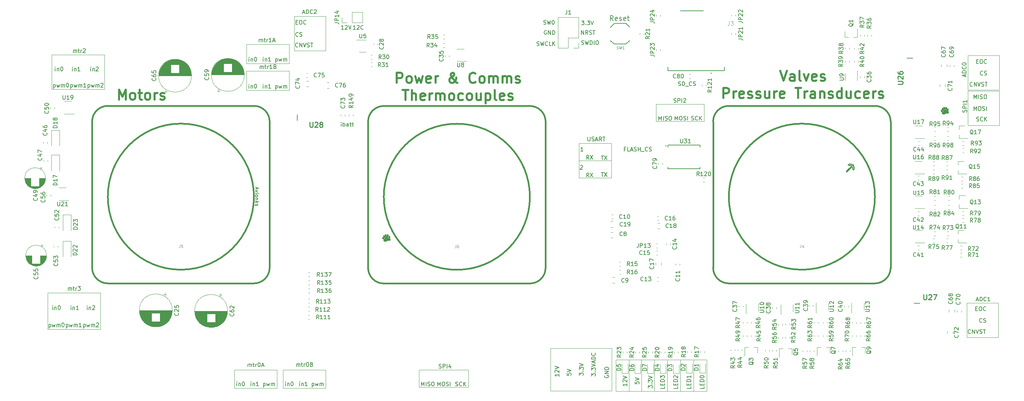
<source format=gbr>
G04 #@! TF.GenerationSoftware,KiCad,Pcbnew,(5.1.5-0-10_14)*
G04 #@! TF.CreationDate,2020-08-17T13:50:39-04:00*
G04 #@! TF.ProjectId,pressurization_series1,70726573-7375-4726-997a-6174696f6e5f,Rev 1*
G04 #@! TF.SameCoordinates,Original*
G04 #@! TF.FileFunction,Legend,Top*
G04 #@! TF.FilePolarity,Positive*
%FSLAX46Y46*%
G04 Gerber Fmt 4.6, Leading zero omitted, Abs format (unit mm)*
G04 Created by KiCad (PCBNEW (5.1.5-0-10_14)) date 2020-08-17 13:50:39*
%MOMM*%
%LPD*%
G04 APERTURE LIST*
%ADD10C,0.150000*%
%ADD11C,0.120000*%
%ADD12C,0.127000*%
%ADD13C,0.203200*%
%ADD14C,0.508000*%
%ADD15C,0.381000*%
%ADD16C,0.200000*%
%ADD17C,0.010000*%
%ADD18C,0.101600*%
%ADD19C,0.015000*%
%ADD20C,0.254000*%
%ADD21C,0.152400*%
G04 APERTURE END LIST*
D10*
X104060809Y-82240380D02*
X104060809Y-81573714D01*
X104060809Y-81240380D02*
X104013190Y-81288000D01*
X104060809Y-81335619D01*
X104108428Y-81288000D01*
X104060809Y-81240380D01*
X104060809Y-81335619D01*
X104537000Y-82240380D02*
X104537000Y-81240380D01*
X104537000Y-81621333D02*
X104632238Y-81573714D01*
X104822714Y-81573714D01*
X104917952Y-81621333D01*
X104965571Y-81668952D01*
X105013190Y-81764190D01*
X105013190Y-82049904D01*
X104965571Y-82145142D01*
X104917952Y-82192761D01*
X104822714Y-82240380D01*
X104632238Y-82240380D01*
X104537000Y-82192761D01*
X105870333Y-82240380D02*
X105870333Y-81716571D01*
X105822714Y-81621333D01*
X105727476Y-81573714D01*
X105537000Y-81573714D01*
X105441761Y-81621333D01*
X105870333Y-82192761D02*
X105775095Y-82240380D01*
X105537000Y-82240380D01*
X105441761Y-82192761D01*
X105394142Y-82097523D01*
X105394142Y-82002285D01*
X105441761Y-81907047D01*
X105537000Y-81859428D01*
X105775095Y-81859428D01*
X105870333Y-81811809D01*
X106203666Y-81573714D02*
X106584619Y-81573714D01*
X106346523Y-81240380D02*
X106346523Y-82097523D01*
X106394142Y-82192761D01*
X106489380Y-82240380D01*
X106584619Y-82240380D01*
X106775095Y-81573714D02*
X107156047Y-81573714D01*
X106917952Y-81240380D02*
X106917952Y-82097523D01*
X106965571Y-82192761D01*
X107060809Y-82240380D01*
X107156047Y-82240380D01*
D11*
X171831000Y-148475700D02*
X156464000Y-148475700D01*
X156464000Y-137807700D02*
X171831000Y-137807700D01*
X80391000Y-68427600D02*
X91059000Y-68427600D01*
X91059000Y-68427600D02*
X91059000Y-73253600D01*
X91059000Y-73253600D02*
X80391000Y-73253600D01*
X80391000Y-73253600D02*
X80391000Y-68427600D01*
D10*
X84542428Y-72689980D02*
X84542428Y-72023314D01*
X84542428Y-71689980D02*
X84494809Y-71737600D01*
X84542428Y-71785219D01*
X84590047Y-71737600D01*
X84542428Y-71689980D01*
X84542428Y-71785219D01*
X85018619Y-72023314D02*
X85018619Y-72689980D01*
X85018619Y-72118552D02*
X85066238Y-72070933D01*
X85161476Y-72023314D01*
X85304333Y-72023314D01*
X85399571Y-72070933D01*
X85447190Y-72166171D01*
X85447190Y-72689980D01*
X86447190Y-72689980D02*
X85875761Y-72689980D01*
X86161476Y-72689980D02*
X86161476Y-71689980D01*
X86066238Y-71832838D01*
X85971000Y-71928076D01*
X85875761Y-71975695D01*
X87622238Y-72023314D02*
X87622238Y-73023314D01*
X87622238Y-72070933D02*
X87717476Y-72023314D01*
X87907952Y-72023314D01*
X88003190Y-72070933D01*
X88050809Y-72118552D01*
X88098428Y-72213790D01*
X88098428Y-72499504D01*
X88050809Y-72594742D01*
X88003190Y-72642361D01*
X87907952Y-72689980D01*
X87717476Y-72689980D01*
X87622238Y-72642361D01*
X88431761Y-72023314D02*
X88622238Y-72689980D01*
X88812714Y-72213790D01*
X89003190Y-72689980D01*
X89193666Y-72023314D01*
X89574619Y-72689980D02*
X89574619Y-72023314D01*
X89574619Y-72118552D02*
X89622238Y-72070933D01*
X89717476Y-72023314D01*
X89860333Y-72023314D01*
X89955571Y-72070933D01*
X90003190Y-72166171D01*
X90003190Y-72689980D01*
X90003190Y-72166171D02*
X90050809Y-72070933D01*
X90146047Y-72023314D01*
X90288904Y-72023314D01*
X90384142Y-72070933D01*
X90431761Y-72166171D01*
X90431761Y-72689980D01*
X83725000Y-67826380D02*
X83725000Y-67159714D01*
X83725000Y-67254952D02*
X83772619Y-67207333D01*
X83867857Y-67159714D01*
X84010714Y-67159714D01*
X84105952Y-67207333D01*
X84153571Y-67302571D01*
X84153571Y-67826380D01*
X84153571Y-67302571D02*
X84201190Y-67207333D01*
X84296428Y-67159714D01*
X84439285Y-67159714D01*
X84534523Y-67207333D01*
X84582142Y-67302571D01*
X84582142Y-67826380D01*
X84915476Y-67159714D02*
X85296428Y-67159714D01*
X85058333Y-66826380D02*
X85058333Y-67683523D01*
X85105952Y-67778761D01*
X85201190Y-67826380D01*
X85296428Y-67826380D01*
X85629761Y-67826380D02*
X85629761Y-67159714D01*
X85629761Y-67350190D02*
X85677380Y-67254952D01*
X85725000Y-67207333D01*
X85820238Y-67159714D01*
X85915476Y-67159714D01*
X86772619Y-67826380D02*
X86201190Y-67826380D01*
X86486904Y-67826380D02*
X86486904Y-66826380D01*
X86391666Y-66969238D01*
X86296428Y-67064476D01*
X86201190Y-67112095D01*
X87534523Y-67302571D02*
X87677380Y-67350190D01*
X87725000Y-67397809D01*
X87772619Y-67493047D01*
X87772619Y-67635904D01*
X87725000Y-67731142D01*
X87677380Y-67778761D01*
X87582142Y-67826380D01*
X87201190Y-67826380D01*
X87201190Y-66826380D01*
X87534523Y-66826380D01*
X87629761Y-66874000D01*
X87677380Y-66921619D01*
X87725000Y-67016857D01*
X87725000Y-67112095D01*
X87677380Y-67207333D01*
X87629761Y-67254952D01*
X87534523Y-67302571D01*
X87201190Y-67302571D01*
X80986428Y-72689980D02*
X80986428Y-72023314D01*
X80986428Y-71689980D02*
X80938809Y-71737600D01*
X80986428Y-71785219D01*
X81034047Y-71737600D01*
X80986428Y-71689980D01*
X80986428Y-71785219D01*
X81462619Y-72023314D02*
X81462619Y-72689980D01*
X81462619Y-72118552D02*
X81510238Y-72070933D01*
X81605476Y-72023314D01*
X81748333Y-72023314D01*
X81843571Y-72070933D01*
X81891190Y-72166171D01*
X81891190Y-72689980D01*
X82557857Y-71689980D02*
X82653095Y-71689980D01*
X82748333Y-71737600D01*
X82795952Y-71785219D01*
X82843571Y-71880457D01*
X82891190Y-72070933D01*
X82891190Y-72309028D01*
X82843571Y-72499504D01*
X82795952Y-72594742D01*
X82748333Y-72642361D01*
X82653095Y-72689980D01*
X82557857Y-72689980D01*
X82462619Y-72642361D01*
X82415000Y-72594742D01*
X82367380Y-72499504D01*
X82319761Y-72309028D01*
X82319761Y-72070933D01*
X82367380Y-71880457D01*
X82415000Y-71785219D01*
X82462619Y-71737600D01*
X82557857Y-71689980D01*
X90130428Y-147238980D02*
X90130428Y-146572314D01*
X90130428Y-146238980D02*
X90082809Y-146286600D01*
X90130428Y-146334219D01*
X90178047Y-146286600D01*
X90130428Y-146238980D01*
X90130428Y-146334219D01*
X90606619Y-146572314D02*
X90606619Y-147238980D01*
X90606619Y-146667552D02*
X90654238Y-146619933D01*
X90749476Y-146572314D01*
X90892333Y-146572314D01*
X90987571Y-146619933D01*
X91035190Y-146715171D01*
X91035190Y-147238980D01*
X91701857Y-146238980D02*
X91797095Y-146238980D01*
X91892333Y-146286600D01*
X91939952Y-146334219D01*
X91987571Y-146429457D01*
X92035190Y-146619933D01*
X92035190Y-146858028D01*
X91987571Y-147048504D01*
X91939952Y-147143742D01*
X91892333Y-147191361D01*
X91797095Y-147238980D01*
X91701857Y-147238980D01*
X91606619Y-147191361D01*
X91559000Y-147143742D01*
X91511380Y-147048504D01*
X91463761Y-146858028D01*
X91463761Y-146619933D01*
X91511380Y-146429457D01*
X91559000Y-146334219D01*
X91606619Y-146286600D01*
X91701857Y-146238980D01*
X92869000Y-142375380D02*
X92869000Y-141708714D01*
X92869000Y-141803952D02*
X92916619Y-141756333D01*
X93011857Y-141708714D01*
X93154714Y-141708714D01*
X93249952Y-141756333D01*
X93297571Y-141851571D01*
X93297571Y-142375380D01*
X93297571Y-141851571D02*
X93345190Y-141756333D01*
X93440428Y-141708714D01*
X93583285Y-141708714D01*
X93678523Y-141756333D01*
X93726142Y-141851571D01*
X93726142Y-142375380D01*
X94059476Y-141708714D02*
X94440428Y-141708714D01*
X94202333Y-141375380D02*
X94202333Y-142232523D01*
X94249952Y-142327761D01*
X94345190Y-142375380D01*
X94440428Y-142375380D01*
X94773761Y-142375380D02*
X94773761Y-141708714D01*
X94773761Y-141899190D02*
X94821380Y-141803952D01*
X94869000Y-141756333D01*
X94964238Y-141708714D01*
X95059476Y-141708714D01*
X95583285Y-141375380D02*
X95678523Y-141375380D01*
X95773761Y-141423000D01*
X95821380Y-141470619D01*
X95869000Y-141565857D01*
X95916619Y-141756333D01*
X95916619Y-141994428D01*
X95869000Y-142184904D01*
X95821380Y-142280142D01*
X95773761Y-142327761D01*
X95678523Y-142375380D01*
X95583285Y-142375380D01*
X95488047Y-142327761D01*
X95440428Y-142280142D01*
X95392809Y-142184904D01*
X95345190Y-141994428D01*
X95345190Y-141756333D01*
X95392809Y-141565857D01*
X95440428Y-141470619D01*
X95488047Y-141423000D01*
X95583285Y-141375380D01*
X96678523Y-141851571D02*
X96821380Y-141899190D01*
X96869000Y-141946809D01*
X96916619Y-142042047D01*
X96916619Y-142184904D01*
X96869000Y-142280142D01*
X96821380Y-142327761D01*
X96726142Y-142375380D01*
X96345190Y-142375380D01*
X96345190Y-141375380D01*
X96678523Y-141375380D01*
X96773761Y-141423000D01*
X96821380Y-141470619D01*
X96869000Y-141565857D01*
X96869000Y-141661095D01*
X96821380Y-141756333D01*
X96773761Y-141803952D01*
X96678523Y-141851571D01*
X96345190Y-141851571D01*
X93686428Y-147238980D02*
X93686428Y-146572314D01*
X93686428Y-146238980D02*
X93638809Y-146286600D01*
X93686428Y-146334219D01*
X93734047Y-146286600D01*
X93686428Y-146238980D01*
X93686428Y-146334219D01*
X94162619Y-146572314D02*
X94162619Y-147238980D01*
X94162619Y-146667552D02*
X94210238Y-146619933D01*
X94305476Y-146572314D01*
X94448333Y-146572314D01*
X94543571Y-146619933D01*
X94591190Y-146715171D01*
X94591190Y-147238980D01*
X95591190Y-147238980D02*
X95019761Y-147238980D01*
X95305476Y-147238980D02*
X95305476Y-146238980D01*
X95210238Y-146381838D01*
X95115000Y-146477076D01*
X95019761Y-146524695D01*
X96766238Y-146572314D02*
X96766238Y-147572314D01*
X96766238Y-146619933D02*
X96861476Y-146572314D01*
X97051952Y-146572314D01*
X97147190Y-146619933D01*
X97194809Y-146667552D01*
X97242428Y-146762790D01*
X97242428Y-147048504D01*
X97194809Y-147143742D01*
X97147190Y-147191361D01*
X97051952Y-147238980D01*
X96861476Y-147238980D01*
X96766238Y-147191361D01*
X97575761Y-146572314D02*
X97766238Y-147238980D01*
X97956714Y-146762790D01*
X98147190Y-147238980D01*
X98337666Y-146572314D01*
X98718619Y-147238980D02*
X98718619Y-146572314D01*
X98718619Y-146667552D02*
X98766238Y-146619933D01*
X98861476Y-146572314D01*
X99004333Y-146572314D01*
X99099571Y-146619933D01*
X99147190Y-146715171D01*
X99147190Y-147238980D01*
X99147190Y-146715171D02*
X99194809Y-146619933D01*
X99290047Y-146572314D01*
X99432904Y-146572314D01*
X99528142Y-146619933D01*
X99575761Y-146715171D01*
X99575761Y-147238980D01*
D11*
X89535000Y-147802600D02*
X89535000Y-143230600D01*
X89535000Y-143230600D02*
X100203000Y-143230600D01*
X100203000Y-143230600D02*
X100203000Y-147548600D01*
X100203000Y-147548600D02*
X100203000Y-147802600D01*
X100203000Y-147802600D02*
X89535000Y-147802600D01*
X135890000Y-147586700D02*
X135890000Y-143268700D01*
X123571000Y-147586700D02*
X135890000Y-147586700D01*
X123571000Y-143268700D02*
X135890000Y-143268700D01*
D10*
X128222571Y-147264380D02*
X128222571Y-146264380D01*
X128555904Y-146978666D01*
X128889238Y-146264380D01*
X128889238Y-147264380D01*
X129555904Y-146264380D02*
X129746380Y-146264380D01*
X129841619Y-146312000D01*
X129936857Y-146407238D01*
X129984476Y-146597714D01*
X129984476Y-146931047D01*
X129936857Y-147121523D01*
X129841619Y-147216761D01*
X129746380Y-147264380D01*
X129555904Y-147264380D01*
X129460666Y-147216761D01*
X129365428Y-147121523D01*
X129317809Y-146931047D01*
X129317809Y-146597714D01*
X129365428Y-146407238D01*
X129460666Y-146312000D01*
X129555904Y-146264380D01*
X130365428Y-147216761D02*
X130508285Y-147264380D01*
X130746380Y-147264380D01*
X130841619Y-147216761D01*
X130889238Y-147169142D01*
X130936857Y-147073904D01*
X130936857Y-146978666D01*
X130889238Y-146883428D01*
X130841619Y-146835809D01*
X130746380Y-146788190D01*
X130555904Y-146740571D01*
X130460666Y-146692952D01*
X130413047Y-146645333D01*
X130365428Y-146550095D01*
X130365428Y-146454857D01*
X130413047Y-146359619D01*
X130460666Y-146312000D01*
X130555904Y-146264380D01*
X130794000Y-146264380D01*
X130936857Y-146312000D01*
X131365428Y-147264380D02*
X131365428Y-146264380D01*
X124158571Y-147264380D02*
X124158571Y-146264380D01*
X124491904Y-146978666D01*
X124825238Y-146264380D01*
X124825238Y-147264380D01*
X125301428Y-147264380D02*
X125301428Y-146264380D01*
X125730000Y-147216761D02*
X125872857Y-147264380D01*
X126110952Y-147264380D01*
X126206190Y-147216761D01*
X126253809Y-147169142D01*
X126301428Y-147073904D01*
X126301428Y-146978666D01*
X126253809Y-146883428D01*
X126206190Y-146835809D01*
X126110952Y-146788190D01*
X125920476Y-146740571D01*
X125825238Y-146692952D01*
X125777619Y-146645333D01*
X125730000Y-146550095D01*
X125730000Y-146454857D01*
X125777619Y-146359619D01*
X125825238Y-146312000D01*
X125920476Y-146264380D01*
X126158571Y-146264380D01*
X126301428Y-146312000D01*
X126920476Y-146264380D02*
X127110952Y-146264380D01*
X127206190Y-146312000D01*
X127301428Y-146407238D01*
X127349047Y-146597714D01*
X127349047Y-146931047D01*
X127301428Y-147121523D01*
X127206190Y-147216761D01*
X127110952Y-147264380D01*
X126920476Y-147264380D01*
X126825238Y-147216761D01*
X126730000Y-147121523D01*
X126682380Y-146931047D01*
X126682380Y-146597714D01*
X126730000Y-146407238D01*
X126825238Y-146312000D01*
X126920476Y-146264380D01*
X132699285Y-147216761D02*
X132842142Y-147264380D01*
X133080238Y-147264380D01*
X133175476Y-147216761D01*
X133223095Y-147169142D01*
X133270714Y-147073904D01*
X133270714Y-146978666D01*
X133223095Y-146883428D01*
X133175476Y-146835809D01*
X133080238Y-146788190D01*
X132889761Y-146740571D01*
X132794523Y-146692952D01*
X132746904Y-146645333D01*
X132699285Y-146550095D01*
X132699285Y-146454857D01*
X132746904Y-146359619D01*
X132794523Y-146312000D01*
X132889761Y-146264380D01*
X133127857Y-146264380D01*
X133270714Y-146312000D01*
X134270714Y-147169142D02*
X134223095Y-147216761D01*
X134080238Y-147264380D01*
X133985000Y-147264380D01*
X133842142Y-147216761D01*
X133746904Y-147121523D01*
X133699285Y-147026285D01*
X133651666Y-146835809D01*
X133651666Y-146692952D01*
X133699285Y-146502476D01*
X133746904Y-146407238D01*
X133842142Y-146312000D01*
X133985000Y-146264380D01*
X134080238Y-146264380D01*
X134223095Y-146312000D01*
X134270714Y-146359619D01*
X134699285Y-147264380D02*
X134699285Y-146264380D01*
X135270714Y-147264380D02*
X134842142Y-146692952D01*
X135270714Y-146264380D02*
X134699285Y-146835809D01*
X104663952Y-57983380D02*
X104092523Y-57983380D01*
X104378238Y-57983380D02*
X104378238Y-56983380D01*
X104283000Y-57126238D01*
X104187761Y-57221476D01*
X104092523Y-57269095D01*
X105044904Y-57078619D02*
X105092523Y-57031000D01*
X105187761Y-56983380D01*
X105425857Y-56983380D01*
X105521095Y-57031000D01*
X105568714Y-57078619D01*
X105616333Y-57173857D01*
X105616333Y-57269095D01*
X105568714Y-57411952D01*
X104997285Y-57983380D01*
X105616333Y-57983380D01*
X105902047Y-56983380D02*
X106235380Y-57983380D01*
X106568714Y-56983380D01*
X107640523Y-57983380D02*
X107069095Y-57983380D01*
X107354809Y-57983380D02*
X107354809Y-56983380D01*
X107259571Y-57126238D01*
X107164333Y-57221476D01*
X107069095Y-57269095D01*
X108021476Y-57078619D02*
X108069095Y-57031000D01*
X108164333Y-56983380D01*
X108402428Y-56983380D01*
X108497666Y-57031000D01*
X108545285Y-57078619D01*
X108592904Y-57173857D01*
X108592904Y-57269095D01*
X108545285Y-57411952D01*
X107973857Y-57983380D01*
X108592904Y-57983380D01*
X109592904Y-57888142D02*
X109545285Y-57935761D01*
X109402428Y-57983380D01*
X109307190Y-57983380D01*
X109164333Y-57935761D01*
X109069095Y-57840523D01*
X109021476Y-57745285D01*
X108973857Y-57554809D01*
X108973857Y-57411952D01*
X109021476Y-57221476D01*
X109069095Y-57126238D01*
X109164333Y-57031000D01*
X109307190Y-56983380D01*
X109402428Y-56983380D01*
X109545285Y-57031000D01*
X109592904Y-57078619D01*
X188484142Y-72032761D02*
X188627000Y-72080380D01*
X188865095Y-72080380D01*
X188960333Y-72032761D01*
X189007952Y-71985142D01*
X189055571Y-71889904D01*
X189055571Y-71794666D01*
X189007952Y-71699428D01*
X188960333Y-71651809D01*
X188865095Y-71604190D01*
X188674619Y-71556571D01*
X188579380Y-71508952D01*
X188531761Y-71461333D01*
X188484142Y-71366095D01*
X188484142Y-71270857D01*
X188531761Y-71175619D01*
X188579380Y-71128000D01*
X188674619Y-71080380D01*
X188912714Y-71080380D01*
X189055571Y-71128000D01*
X189484142Y-72080380D02*
X189484142Y-71080380D01*
X189722238Y-71080380D01*
X189865095Y-71128000D01*
X189960333Y-71223238D01*
X190007952Y-71318476D01*
X190055571Y-71508952D01*
X190055571Y-71651809D01*
X190007952Y-71842285D01*
X189960333Y-71937523D01*
X189865095Y-72032761D01*
X189722238Y-72080380D01*
X189484142Y-72080380D01*
X190246047Y-72175619D02*
X191007952Y-72175619D01*
X191817476Y-71985142D02*
X191769857Y-72032761D01*
X191627000Y-72080380D01*
X191531761Y-72080380D01*
X191388904Y-72032761D01*
X191293666Y-71937523D01*
X191246047Y-71842285D01*
X191198428Y-71651809D01*
X191198428Y-71508952D01*
X191246047Y-71318476D01*
X191293666Y-71223238D01*
X191388904Y-71128000D01*
X191531761Y-71080380D01*
X191627000Y-71080380D01*
X191769857Y-71128000D01*
X191817476Y-71175619D01*
X192198428Y-72032761D02*
X192341285Y-72080380D01*
X192579380Y-72080380D01*
X192674619Y-72032761D01*
X192722238Y-71985142D01*
X192769857Y-71889904D01*
X192769857Y-71794666D01*
X192722238Y-71699428D01*
X192674619Y-71651809D01*
X192579380Y-71604190D01*
X192388904Y-71556571D01*
X192293666Y-71508952D01*
X192246047Y-71461333D01*
X192198428Y-71366095D01*
X192198428Y-71270857D01*
X192246047Y-71175619D01*
X192293666Y-71128000D01*
X192388904Y-71080380D01*
X192627000Y-71080380D01*
X192769857Y-71128000D01*
X175260380Y-87939571D02*
X174927047Y-87939571D01*
X174927047Y-88463380D02*
X174927047Y-87463380D01*
X175403238Y-87463380D01*
X176260380Y-88463380D02*
X175784190Y-88463380D01*
X175784190Y-87463380D01*
X176546095Y-88177666D02*
X177022285Y-88177666D01*
X176450857Y-88463380D02*
X176784190Y-87463380D01*
X177117523Y-88463380D01*
X177403238Y-88415761D02*
X177546095Y-88463380D01*
X177784190Y-88463380D01*
X177879428Y-88415761D01*
X177927047Y-88368142D01*
X177974666Y-88272904D01*
X177974666Y-88177666D01*
X177927047Y-88082428D01*
X177879428Y-88034809D01*
X177784190Y-87987190D01*
X177593714Y-87939571D01*
X177498476Y-87891952D01*
X177450857Y-87844333D01*
X177403238Y-87749095D01*
X177403238Y-87653857D01*
X177450857Y-87558619D01*
X177498476Y-87511000D01*
X177593714Y-87463380D01*
X177831809Y-87463380D01*
X177974666Y-87511000D01*
X178403238Y-88463380D02*
X178403238Y-87463380D01*
X178403238Y-87939571D02*
X178974666Y-87939571D01*
X178974666Y-88463380D02*
X178974666Y-87463380D01*
X179212761Y-88558619D02*
X179974666Y-88558619D01*
X180784190Y-88368142D02*
X180736571Y-88415761D01*
X180593714Y-88463380D01*
X180498476Y-88463380D01*
X180355619Y-88415761D01*
X180260380Y-88320523D01*
X180212761Y-88225285D01*
X180165142Y-88034809D01*
X180165142Y-87891952D01*
X180212761Y-87701476D01*
X180260380Y-87606238D01*
X180355619Y-87511000D01*
X180498476Y-87463380D01*
X180593714Y-87463380D01*
X180736571Y-87511000D01*
X180784190Y-87558619D01*
X181165142Y-88415761D02*
X181308000Y-88463380D01*
X181546095Y-88463380D01*
X181641333Y-88415761D01*
X181688952Y-88368142D01*
X181736571Y-88272904D01*
X181736571Y-88177666D01*
X181688952Y-88082428D01*
X181641333Y-88034809D01*
X181546095Y-87987190D01*
X181355619Y-87939571D01*
X181260380Y-87891952D01*
X181212761Y-87844333D01*
X181165142Y-87749095D01*
X181165142Y-87653857D01*
X181212761Y-87558619D01*
X181260380Y-87511000D01*
X181355619Y-87463380D01*
X181593714Y-87463380D01*
X181736571Y-87511000D01*
D11*
X43815000Y-133057900D02*
X30607000Y-133057900D01*
X30607000Y-123913900D02*
X30607000Y-133032500D01*
X195580000Y-140716000D02*
X172847000Y-140716000D01*
X172847000Y-148590000D02*
X195580000Y-148590000D01*
X172847000Y-140716000D02*
X172847000Y-148590000D01*
X176149000Y-140716000D02*
X176149000Y-148590000D01*
X179273200Y-140716000D02*
X179273200Y-148590000D01*
X182448200Y-140792200D02*
X182448200Y-148539200D01*
X185674000Y-140843000D02*
X185674000Y-148590000D01*
X188976000Y-140716000D02*
X188976000Y-148590000D01*
X192278000Y-140716000D02*
X192278000Y-148590000D01*
X195580000Y-148590000D02*
X195580000Y-140716000D01*
D10*
X175585380Y-146669047D02*
X175585380Y-147240476D01*
X175585380Y-146954761D02*
X174585380Y-146954761D01*
X174728238Y-147050000D01*
X174823476Y-147145238D01*
X174871095Y-147240476D01*
X174680619Y-146288095D02*
X174633000Y-146240476D01*
X174585380Y-146145238D01*
X174585380Y-145907142D01*
X174633000Y-145811904D01*
X174680619Y-145764285D01*
X174775857Y-145716666D01*
X174871095Y-145716666D01*
X175013952Y-145764285D01*
X175585380Y-146335714D01*
X175585380Y-145716666D01*
X174585380Y-145430952D02*
X175585380Y-145097619D01*
X174585380Y-144764285D01*
X177633380Y-146240476D02*
X177633380Y-146716666D01*
X178109571Y-146764285D01*
X178061952Y-146716666D01*
X178014333Y-146621428D01*
X178014333Y-146383333D01*
X178061952Y-146288095D01*
X178109571Y-146240476D01*
X178204809Y-146192857D01*
X178442904Y-146192857D01*
X178538142Y-146240476D01*
X178585761Y-146288095D01*
X178633380Y-146383333D01*
X178633380Y-146621428D01*
X178585761Y-146716666D01*
X178538142Y-146764285D01*
X177633380Y-145907142D02*
X178633380Y-145573809D01*
X177633380Y-145240476D01*
X180935380Y-147780190D02*
X180935380Y-147161142D01*
X181316333Y-147494476D01*
X181316333Y-147351619D01*
X181363952Y-147256380D01*
X181411571Y-147208761D01*
X181506809Y-147161142D01*
X181744904Y-147161142D01*
X181840142Y-147208761D01*
X181887761Y-147256380D01*
X181935380Y-147351619D01*
X181935380Y-147637333D01*
X181887761Y-147732571D01*
X181840142Y-147780190D01*
X181840142Y-146732571D02*
X181887761Y-146684952D01*
X181935380Y-146732571D01*
X181887761Y-146780190D01*
X181840142Y-146732571D01*
X181935380Y-146732571D01*
X180935380Y-146351619D02*
X180935380Y-145732571D01*
X181316333Y-146065904D01*
X181316333Y-145923047D01*
X181363952Y-145827809D01*
X181411571Y-145780190D01*
X181506809Y-145732571D01*
X181744904Y-145732571D01*
X181840142Y-145780190D01*
X181887761Y-145827809D01*
X181935380Y-145923047D01*
X181935380Y-146208761D01*
X181887761Y-146304000D01*
X181840142Y-146351619D01*
X180935380Y-145446857D02*
X181935380Y-145113523D01*
X180935380Y-144780190D01*
X184983380Y-147423047D02*
X184983380Y-147899238D01*
X183983380Y-147899238D01*
X184459571Y-147089714D02*
X184459571Y-146756380D01*
X184983380Y-146613523D02*
X184983380Y-147089714D01*
X183983380Y-147089714D01*
X183983380Y-146613523D01*
X184983380Y-146184952D02*
X183983380Y-146184952D01*
X183983380Y-145946857D01*
X184031000Y-145804000D01*
X184126238Y-145708761D01*
X184221476Y-145661142D01*
X184411952Y-145613523D01*
X184554809Y-145613523D01*
X184745285Y-145661142D01*
X184840523Y-145708761D01*
X184935761Y-145804000D01*
X184983380Y-145946857D01*
X184983380Y-146184952D01*
X183983380Y-145280190D02*
X183983380Y-144661142D01*
X184364333Y-144994476D01*
X184364333Y-144851619D01*
X184411952Y-144756380D01*
X184459571Y-144708761D01*
X184554809Y-144661142D01*
X184792904Y-144661142D01*
X184888142Y-144708761D01*
X184935761Y-144756380D01*
X184983380Y-144851619D01*
X184983380Y-145137333D01*
X184935761Y-145232571D01*
X184888142Y-145280190D01*
X188285380Y-147423047D02*
X188285380Y-147899238D01*
X187285380Y-147899238D01*
X187761571Y-147089714D02*
X187761571Y-146756380D01*
X188285380Y-146613523D02*
X188285380Y-147089714D01*
X187285380Y-147089714D01*
X187285380Y-146613523D01*
X188285380Y-146184952D02*
X187285380Y-146184952D01*
X187285380Y-145946857D01*
X187333000Y-145804000D01*
X187428238Y-145708761D01*
X187523476Y-145661142D01*
X187713952Y-145613523D01*
X187856809Y-145613523D01*
X188047285Y-145661142D01*
X188142523Y-145708761D01*
X188237761Y-145804000D01*
X188285380Y-145946857D01*
X188285380Y-146184952D01*
X187380619Y-145232571D02*
X187333000Y-145184952D01*
X187285380Y-145089714D01*
X187285380Y-144851619D01*
X187333000Y-144756380D01*
X187380619Y-144708761D01*
X187475857Y-144661142D01*
X187571095Y-144661142D01*
X187713952Y-144708761D01*
X188285380Y-145280190D01*
X188285380Y-144661142D01*
X191587380Y-147423047D02*
X191587380Y-147899238D01*
X190587380Y-147899238D01*
X191063571Y-147089714D02*
X191063571Y-146756380D01*
X191587380Y-146613523D02*
X191587380Y-147089714D01*
X190587380Y-147089714D01*
X190587380Y-146613523D01*
X191587380Y-146184952D02*
X190587380Y-146184952D01*
X190587380Y-145946857D01*
X190635000Y-145804000D01*
X190730238Y-145708761D01*
X190825476Y-145661142D01*
X191015952Y-145613523D01*
X191158809Y-145613523D01*
X191349285Y-145661142D01*
X191444523Y-145708761D01*
X191539761Y-145804000D01*
X191587380Y-145946857D01*
X191587380Y-146184952D01*
X191587380Y-144661142D02*
X191587380Y-145232571D01*
X191587380Y-144946857D02*
X190587380Y-144946857D01*
X190730238Y-145042095D01*
X190825476Y-145137333D01*
X190873095Y-145232571D01*
X194889380Y-147423047D02*
X194889380Y-147899238D01*
X193889380Y-147899238D01*
X194365571Y-147089714D02*
X194365571Y-146756380D01*
X194889380Y-146613523D02*
X194889380Y-147089714D01*
X193889380Y-147089714D01*
X193889380Y-146613523D01*
X194889380Y-146184952D02*
X193889380Y-146184952D01*
X193889380Y-145946857D01*
X193937000Y-145804000D01*
X194032238Y-145708761D01*
X194127476Y-145661142D01*
X194317952Y-145613523D01*
X194460809Y-145613523D01*
X194651285Y-145661142D01*
X194746523Y-145708761D01*
X194841761Y-145804000D01*
X194889380Y-145946857D01*
X194889380Y-146184952D01*
X193889380Y-144994476D02*
X193889380Y-144899238D01*
X193937000Y-144804000D01*
X193984619Y-144756380D01*
X194079857Y-144708761D01*
X194270333Y-144661142D01*
X194508428Y-144661142D01*
X194698904Y-144708761D01*
X194794142Y-144756380D01*
X194841761Y-144804000D01*
X194889380Y-144899238D01*
X194889380Y-144994476D01*
X194841761Y-145089714D01*
X194794142Y-145137333D01*
X194698904Y-145184952D01*
X194508428Y-145232571D01*
X194270333Y-145232571D01*
X194079857Y-145184952D01*
X193984619Y-145137333D01*
X193937000Y-145089714D01*
X193889380Y-144994476D01*
D12*
X82782833Y-97561400D02*
X82782833Y-97984733D01*
X82528833Y-97476733D02*
X83417833Y-97773066D01*
X82528833Y-98069400D01*
X83121500Y-98281066D02*
X82528833Y-98492733D01*
X83121500Y-98704400D01*
X82528833Y-99043066D02*
X83121500Y-99043066D01*
X83417833Y-99043066D02*
X83375500Y-99000733D01*
X83333166Y-99043066D01*
X83375500Y-99085400D01*
X83417833Y-99043066D01*
X83333166Y-99043066D01*
X82528833Y-99593400D02*
X82571166Y-99508733D01*
X82613500Y-99466400D01*
X82698166Y-99424066D01*
X82952166Y-99424066D01*
X83036833Y-99466400D01*
X83079166Y-99508733D01*
X83121500Y-99593400D01*
X83121500Y-99720400D01*
X83079166Y-99805066D01*
X83036833Y-99847400D01*
X82952166Y-99889733D01*
X82698166Y-99889733D01*
X82613500Y-99847400D01*
X82571166Y-99805066D01*
X82528833Y-99720400D01*
X82528833Y-99593400D01*
X83121500Y-100270733D02*
X82528833Y-100270733D01*
X83036833Y-100270733D02*
X83079166Y-100313066D01*
X83121500Y-100397733D01*
X83121500Y-100524733D01*
X83079166Y-100609400D01*
X82994500Y-100651733D01*
X82528833Y-100651733D01*
X82528833Y-101075066D02*
X83417833Y-101075066D01*
X82867500Y-101159733D02*
X82528833Y-101413733D01*
X83121500Y-101413733D02*
X82782833Y-101075066D01*
X82571166Y-101752400D02*
X82528833Y-101837066D01*
X82528833Y-102006400D01*
X82571166Y-102091066D01*
X82655833Y-102133400D01*
X82698166Y-102133400D01*
X82782833Y-102091066D01*
X82825166Y-102006400D01*
X82825166Y-101879400D01*
X82867500Y-101794733D01*
X82952166Y-101752400D01*
X82994500Y-101752400D01*
X83079166Y-101794733D01*
X83121500Y-101879400D01*
X83121500Y-102006400D01*
X83079166Y-102091066D01*
D10*
X153059095Y-61999761D02*
X153201952Y-62047380D01*
X153440047Y-62047380D01*
X153535285Y-61999761D01*
X153582904Y-61952142D01*
X153630523Y-61856904D01*
X153630523Y-61761666D01*
X153582904Y-61666428D01*
X153535285Y-61618809D01*
X153440047Y-61571190D01*
X153249571Y-61523571D01*
X153154333Y-61475952D01*
X153106714Y-61428333D01*
X153059095Y-61333095D01*
X153059095Y-61237857D01*
X153106714Y-61142619D01*
X153154333Y-61095000D01*
X153249571Y-61047380D01*
X153487666Y-61047380D01*
X153630523Y-61095000D01*
X153963857Y-61047380D02*
X154201952Y-62047380D01*
X154392428Y-61333095D01*
X154582904Y-62047380D01*
X154821000Y-61047380D01*
X155773380Y-61952142D02*
X155725761Y-61999761D01*
X155582904Y-62047380D01*
X155487666Y-62047380D01*
X155344809Y-61999761D01*
X155249571Y-61904523D01*
X155201952Y-61809285D01*
X155154333Y-61618809D01*
X155154333Y-61475952D01*
X155201952Y-61285476D01*
X155249571Y-61190238D01*
X155344809Y-61095000D01*
X155487666Y-61047380D01*
X155582904Y-61047380D01*
X155725761Y-61095000D01*
X155773380Y-61142619D01*
X156678142Y-62047380D02*
X156201952Y-62047380D01*
X156201952Y-61047380D01*
X157011476Y-62047380D02*
X157011476Y-61047380D01*
X157582904Y-62047380D02*
X157154333Y-61475952D01*
X157582904Y-61047380D02*
X157011476Y-61618809D01*
X155448095Y-58301000D02*
X155352857Y-58253380D01*
X155210000Y-58253380D01*
X155067142Y-58301000D01*
X154971904Y-58396238D01*
X154924285Y-58491476D01*
X154876666Y-58681952D01*
X154876666Y-58824809D01*
X154924285Y-59015285D01*
X154971904Y-59110523D01*
X155067142Y-59205761D01*
X155210000Y-59253380D01*
X155305238Y-59253380D01*
X155448095Y-59205761D01*
X155495714Y-59158142D01*
X155495714Y-58824809D01*
X155305238Y-58824809D01*
X155924285Y-59253380D02*
X155924285Y-58253380D01*
X156495714Y-59253380D01*
X156495714Y-58253380D01*
X156971904Y-59253380D02*
X156971904Y-58253380D01*
X157210000Y-58253380D01*
X157352857Y-58301000D01*
X157448095Y-58396238D01*
X157495714Y-58491476D01*
X157543333Y-58681952D01*
X157543333Y-58824809D01*
X157495714Y-59015285D01*
X157448095Y-59110523D01*
X157352857Y-59205761D01*
X157210000Y-59253380D01*
X156971904Y-59253380D01*
X154749666Y-56665761D02*
X154892523Y-56713380D01*
X155130619Y-56713380D01*
X155225857Y-56665761D01*
X155273476Y-56618142D01*
X155321095Y-56522904D01*
X155321095Y-56427666D01*
X155273476Y-56332428D01*
X155225857Y-56284809D01*
X155130619Y-56237190D01*
X154940142Y-56189571D01*
X154844904Y-56141952D01*
X154797285Y-56094333D01*
X154749666Y-55999095D01*
X154749666Y-55903857D01*
X154797285Y-55808619D01*
X154844904Y-55761000D01*
X154940142Y-55713380D01*
X155178238Y-55713380D01*
X155321095Y-55761000D01*
X155654428Y-55713380D02*
X155892523Y-56713380D01*
X156083000Y-55999095D01*
X156273476Y-56713380D01*
X156511571Y-55713380D01*
X157083000Y-55713380D02*
X157178238Y-55713380D01*
X157273476Y-55761000D01*
X157321095Y-55808619D01*
X157368714Y-55903857D01*
X157416333Y-56094333D01*
X157416333Y-56332428D01*
X157368714Y-56522904D01*
X157321095Y-56618142D01*
X157273476Y-56665761D01*
X157178238Y-56713380D01*
X157083000Y-56713380D01*
X156987761Y-56665761D01*
X156940142Y-56618142D01*
X156892523Y-56522904D01*
X156844904Y-56332428D01*
X156844904Y-56094333D01*
X156892523Y-55903857D01*
X156940142Y-55808619D01*
X156987761Y-55761000D01*
X157083000Y-55713380D01*
X164250952Y-61745761D02*
X164393809Y-61793380D01*
X164631904Y-61793380D01*
X164727142Y-61745761D01*
X164774761Y-61698142D01*
X164822380Y-61602904D01*
X164822380Y-61507666D01*
X164774761Y-61412428D01*
X164727142Y-61364809D01*
X164631904Y-61317190D01*
X164441428Y-61269571D01*
X164346190Y-61221952D01*
X164298571Y-61174333D01*
X164250952Y-61079095D01*
X164250952Y-60983857D01*
X164298571Y-60888619D01*
X164346190Y-60841000D01*
X164441428Y-60793380D01*
X164679523Y-60793380D01*
X164822380Y-60841000D01*
X165155714Y-60793380D02*
X165393809Y-61793380D01*
X165584285Y-61079095D01*
X165774761Y-61793380D01*
X166012857Y-60793380D01*
X166393809Y-61793380D02*
X166393809Y-60793380D01*
X166631904Y-60793380D01*
X166774761Y-60841000D01*
X166870000Y-60936238D01*
X166917619Y-61031476D01*
X166965238Y-61221952D01*
X166965238Y-61364809D01*
X166917619Y-61555285D01*
X166870000Y-61650523D01*
X166774761Y-61745761D01*
X166631904Y-61793380D01*
X166393809Y-61793380D01*
X167393809Y-61793380D02*
X167393809Y-60793380D01*
X168060476Y-60793380D02*
X168250952Y-60793380D01*
X168346190Y-60841000D01*
X168441428Y-60936238D01*
X168489047Y-61126714D01*
X168489047Y-61460047D01*
X168441428Y-61650523D01*
X168346190Y-61745761D01*
X168250952Y-61793380D01*
X168060476Y-61793380D01*
X167965238Y-61745761D01*
X167870000Y-61650523D01*
X167822380Y-61460047D01*
X167822380Y-61126714D01*
X167870000Y-60936238D01*
X167965238Y-60841000D01*
X168060476Y-60793380D01*
X164219142Y-59253380D02*
X164219142Y-58253380D01*
X164790571Y-59253380D01*
X164790571Y-58253380D01*
X165838190Y-59253380D02*
X165504857Y-58777190D01*
X165266761Y-59253380D02*
X165266761Y-58253380D01*
X165647714Y-58253380D01*
X165742952Y-58301000D01*
X165790571Y-58348619D01*
X165838190Y-58443857D01*
X165838190Y-58586714D01*
X165790571Y-58681952D01*
X165742952Y-58729571D01*
X165647714Y-58777190D01*
X165266761Y-58777190D01*
X166219142Y-59205761D02*
X166362000Y-59253380D01*
X166600095Y-59253380D01*
X166695333Y-59205761D01*
X166742952Y-59158142D01*
X166790571Y-59062904D01*
X166790571Y-58967666D01*
X166742952Y-58872428D01*
X166695333Y-58824809D01*
X166600095Y-58777190D01*
X166409619Y-58729571D01*
X166314380Y-58681952D01*
X166266761Y-58634333D01*
X166219142Y-58539095D01*
X166219142Y-58443857D01*
X166266761Y-58348619D01*
X166314380Y-58301000D01*
X166409619Y-58253380D01*
X166647714Y-58253380D01*
X166790571Y-58301000D01*
X167076285Y-58253380D02*
X167647714Y-58253380D01*
X167362000Y-59253380D02*
X167362000Y-58253380D01*
X164258809Y-55840380D02*
X164877857Y-55840380D01*
X164544523Y-56221333D01*
X164687380Y-56221333D01*
X164782619Y-56268952D01*
X164830238Y-56316571D01*
X164877857Y-56411809D01*
X164877857Y-56649904D01*
X164830238Y-56745142D01*
X164782619Y-56792761D01*
X164687380Y-56840380D01*
X164401666Y-56840380D01*
X164306428Y-56792761D01*
X164258809Y-56745142D01*
X165306428Y-56745142D02*
X165354047Y-56792761D01*
X165306428Y-56840380D01*
X165258809Y-56792761D01*
X165306428Y-56745142D01*
X165306428Y-56840380D01*
X165687380Y-55840380D02*
X166306428Y-55840380D01*
X165973095Y-56221333D01*
X166115952Y-56221333D01*
X166211190Y-56268952D01*
X166258809Y-56316571D01*
X166306428Y-56411809D01*
X166306428Y-56649904D01*
X166258809Y-56745142D01*
X166211190Y-56792761D01*
X166115952Y-56840380D01*
X165830238Y-56840380D01*
X165735000Y-56792761D01*
X165687380Y-56745142D01*
X166592142Y-55840380D02*
X166925476Y-56840380D01*
X167258809Y-55840380D01*
D13*
X172163619Y-55819523D02*
X171740285Y-55214761D01*
X171437904Y-55819523D02*
X171437904Y-54549523D01*
X171921714Y-54549523D01*
X172042666Y-54610000D01*
X172103142Y-54670476D01*
X172163619Y-54791428D01*
X172163619Y-54972857D01*
X172103142Y-55093809D01*
X172042666Y-55154285D01*
X171921714Y-55214761D01*
X171437904Y-55214761D01*
X173191714Y-55759047D02*
X173070761Y-55819523D01*
X172828857Y-55819523D01*
X172707904Y-55759047D01*
X172647428Y-55638095D01*
X172647428Y-55154285D01*
X172707904Y-55033333D01*
X172828857Y-54972857D01*
X173070761Y-54972857D01*
X173191714Y-55033333D01*
X173252190Y-55154285D01*
X173252190Y-55275238D01*
X172647428Y-55396190D01*
X173736000Y-55759047D02*
X173856952Y-55819523D01*
X174098857Y-55819523D01*
X174219809Y-55759047D01*
X174280285Y-55638095D01*
X174280285Y-55577619D01*
X174219809Y-55456666D01*
X174098857Y-55396190D01*
X173917428Y-55396190D01*
X173796476Y-55335714D01*
X173736000Y-55214761D01*
X173736000Y-55154285D01*
X173796476Y-55033333D01*
X173917428Y-54972857D01*
X174098857Y-54972857D01*
X174219809Y-55033333D01*
X175308380Y-55759047D02*
X175187428Y-55819523D01*
X174945523Y-55819523D01*
X174824571Y-55759047D01*
X174764095Y-55638095D01*
X174764095Y-55154285D01*
X174824571Y-55033333D01*
X174945523Y-54972857D01*
X175187428Y-54972857D01*
X175308380Y-55033333D01*
X175368857Y-55154285D01*
X175368857Y-55275238D01*
X174764095Y-55396190D01*
X175731714Y-54972857D02*
X176215523Y-54972857D01*
X175913142Y-54549523D02*
X175913142Y-55638095D01*
X175973619Y-55759047D01*
X176094571Y-55819523D01*
X176215523Y-55819523D01*
D11*
X156464000Y-137807700D02*
X156464000Y-148475700D01*
X171831000Y-148475700D02*
X171831000Y-137807700D01*
D10*
X170061000Y-144665604D02*
X170013380Y-144760842D01*
X170013380Y-144903700D01*
X170061000Y-145046557D01*
X170156238Y-145141795D01*
X170251476Y-145189414D01*
X170441952Y-145237033D01*
X170584809Y-145237033D01*
X170775285Y-145189414D01*
X170870523Y-145141795D01*
X170965761Y-145046557D01*
X171013380Y-144903700D01*
X171013380Y-144808461D01*
X170965761Y-144665604D01*
X170918142Y-144617985D01*
X170584809Y-144617985D01*
X170584809Y-144808461D01*
X171013380Y-144189414D02*
X170013380Y-144189414D01*
X171013380Y-143617985D01*
X170013380Y-143617985D01*
X171013380Y-143141795D02*
X170013380Y-143141795D01*
X170013380Y-142903700D01*
X170061000Y-142760842D01*
X170156238Y-142665604D01*
X170251476Y-142617985D01*
X170441952Y-142570366D01*
X170584809Y-142570366D01*
X170775285Y-142617985D01*
X170870523Y-142665604D01*
X170965761Y-142760842D01*
X171013380Y-142903700D01*
X171013380Y-143141795D01*
X166711380Y-144776461D02*
X166711380Y-144157414D01*
X167092333Y-144490747D01*
X167092333Y-144347890D01*
X167139952Y-144252652D01*
X167187571Y-144205033D01*
X167282809Y-144157414D01*
X167520904Y-144157414D01*
X167616142Y-144205033D01*
X167663761Y-144252652D01*
X167711380Y-144347890D01*
X167711380Y-144633604D01*
X167663761Y-144728842D01*
X167616142Y-144776461D01*
X167616142Y-143728842D02*
X167663761Y-143681223D01*
X167711380Y-143728842D01*
X167663761Y-143776461D01*
X167616142Y-143728842D01*
X167711380Y-143728842D01*
X166711380Y-143347890D02*
X166711380Y-142728842D01*
X167092333Y-143062176D01*
X167092333Y-142919319D01*
X167139952Y-142824080D01*
X167187571Y-142776461D01*
X167282809Y-142728842D01*
X167520904Y-142728842D01*
X167616142Y-142776461D01*
X167663761Y-142824080D01*
X167711380Y-142919319D01*
X167711380Y-143205033D01*
X167663761Y-143300271D01*
X167616142Y-143347890D01*
X166711380Y-142443128D02*
X167711380Y-142109795D01*
X166711380Y-141776461D01*
X167425666Y-141490747D02*
X167425666Y-141014557D01*
X167711380Y-141585985D02*
X166711380Y-141252652D01*
X167711380Y-140919319D01*
X167711380Y-140585985D02*
X166711380Y-140585985D01*
X166711380Y-140347890D01*
X166759000Y-140205033D01*
X166854238Y-140109795D01*
X166949476Y-140062176D01*
X167139952Y-140014557D01*
X167282809Y-140014557D01*
X167473285Y-140062176D01*
X167568523Y-140109795D01*
X167663761Y-140205033D01*
X167711380Y-140347890D01*
X167711380Y-140585985D01*
X167616142Y-139014557D02*
X167663761Y-139062176D01*
X167711380Y-139205033D01*
X167711380Y-139300271D01*
X167663761Y-139443128D01*
X167568523Y-139538366D01*
X167473285Y-139585985D01*
X167282809Y-139633604D01*
X167139952Y-139633604D01*
X166949476Y-139585985D01*
X166854238Y-139538366D01*
X166759000Y-139443128D01*
X166711380Y-139300271D01*
X166711380Y-139205033D01*
X166759000Y-139062176D01*
X166806619Y-139014557D01*
X163663380Y-144617890D02*
X163663380Y-143998842D01*
X164044333Y-144332176D01*
X164044333Y-144189319D01*
X164091952Y-144094080D01*
X164139571Y-144046461D01*
X164234809Y-143998842D01*
X164472904Y-143998842D01*
X164568142Y-144046461D01*
X164615761Y-144094080D01*
X164663380Y-144189319D01*
X164663380Y-144475033D01*
X164615761Y-144570271D01*
X164568142Y-144617890D01*
X164568142Y-143570271D02*
X164615761Y-143522652D01*
X164663380Y-143570271D01*
X164615761Y-143617890D01*
X164568142Y-143570271D01*
X164663380Y-143570271D01*
X163663380Y-143189319D02*
X163663380Y-142570271D01*
X164044333Y-142903604D01*
X164044333Y-142760747D01*
X164091952Y-142665509D01*
X164139571Y-142617890D01*
X164234809Y-142570271D01*
X164472904Y-142570271D01*
X164568142Y-142617890D01*
X164615761Y-142665509D01*
X164663380Y-142760747D01*
X164663380Y-143046461D01*
X164615761Y-143141700D01*
X164568142Y-143189319D01*
X163663380Y-142284557D02*
X164663380Y-141951223D01*
X163663380Y-141617890D01*
X160615380Y-144094176D02*
X160615380Y-144570366D01*
X161091571Y-144617985D01*
X161043952Y-144570366D01*
X160996333Y-144475128D01*
X160996333Y-144237033D01*
X161043952Y-144141795D01*
X161091571Y-144094176D01*
X161186809Y-144046557D01*
X161424904Y-144046557D01*
X161520142Y-144094176D01*
X161567761Y-144141795D01*
X161615380Y-144237033D01*
X161615380Y-144475128D01*
X161567761Y-144570366D01*
X161520142Y-144617985D01*
X160615380Y-143760842D02*
X161615380Y-143427509D01*
X160615380Y-143094176D01*
X158567380Y-144268747D02*
X158567380Y-144840176D01*
X158567380Y-144554461D02*
X157567380Y-144554461D01*
X157710238Y-144649700D01*
X157805476Y-144744938D01*
X157853095Y-144840176D01*
X157662619Y-143887795D02*
X157615000Y-143840176D01*
X157567380Y-143744938D01*
X157567380Y-143506842D01*
X157615000Y-143411604D01*
X157662619Y-143363985D01*
X157757857Y-143316366D01*
X157853095Y-143316366D01*
X157995952Y-143363985D01*
X158567380Y-143935414D01*
X158567380Y-143316366D01*
X157567380Y-143030652D02*
X158567380Y-142697319D01*
X157567380Y-142363985D01*
D14*
X48417238Y-75571047D02*
X48417238Y-73031047D01*
X49263904Y-74845333D01*
X50110571Y-73031047D01*
X50110571Y-75571047D01*
X51682952Y-75571047D02*
X51441047Y-75450095D01*
X51320095Y-75329142D01*
X51199142Y-75087238D01*
X51199142Y-74361523D01*
X51320095Y-74119619D01*
X51441047Y-73998666D01*
X51682952Y-73877714D01*
X52045809Y-73877714D01*
X52287714Y-73998666D01*
X52408666Y-74119619D01*
X52529619Y-74361523D01*
X52529619Y-75087238D01*
X52408666Y-75329142D01*
X52287714Y-75450095D01*
X52045809Y-75571047D01*
X51682952Y-75571047D01*
X53255333Y-73877714D02*
X54222952Y-73877714D01*
X53618190Y-73031047D02*
X53618190Y-75208190D01*
X53739142Y-75450095D01*
X53981047Y-75571047D01*
X54222952Y-75571047D01*
X55432476Y-75571047D02*
X55190571Y-75450095D01*
X55069619Y-75329142D01*
X54948666Y-75087238D01*
X54948666Y-74361523D01*
X55069619Y-74119619D01*
X55190571Y-73998666D01*
X55432476Y-73877714D01*
X55795333Y-73877714D01*
X56037238Y-73998666D01*
X56158190Y-74119619D01*
X56279142Y-74361523D01*
X56279142Y-75087238D01*
X56158190Y-75329142D01*
X56037238Y-75450095D01*
X55795333Y-75571047D01*
X55432476Y-75571047D01*
X57367714Y-75571047D02*
X57367714Y-73877714D01*
X57367714Y-74361523D02*
X57488666Y-74119619D01*
X57609619Y-73998666D01*
X57851523Y-73877714D01*
X58093428Y-73877714D01*
X58819142Y-75450095D02*
X59061047Y-75571047D01*
X59544857Y-75571047D01*
X59786761Y-75450095D01*
X59907714Y-75208190D01*
X59907714Y-75087238D01*
X59786761Y-74845333D01*
X59544857Y-74724380D01*
X59182000Y-74724380D01*
X58940095Y-74603428D01*
X58819142Y-74361523D01*
X58819142Y-74240571D01*
X58940095Y-73998666D01*
X59182000Y-73877714D01*
X59544857Y-73877714D01*
X59786761Y-73998666D01*
X213964761Y-68332047D02*
X214811428Y-70872047D01*
X215658095Y-68332047D01*
X217593333Y-70872047D02*
X217593333Y-69541571D01*
X217472380Y-69299666D01*
X217230476Y-69178714D01*
X216746666Y-69178714D01*
X216504761Y-69299666D01*
X217593333Y-70751095D02*
X217351428Y-70872047D01*
X216746666Y-70872047D01*
X216504761Y-70751095D01*
X216383809Y-70509190D01*
X216383809Y-70267285D01*
X216504761Y-70025380D01*
X216746666Y-69904428D01*
X217351428Y-69904428D01*
X217593333Y-69783476D01*
X219165714Y-70872047D02*
X218923809Y-70751095D01*
X218802857Y-70509190D01*
X218802857Y-68332047D01*
X219891428Y-69178714D02*
X220496190Y-70872047D01*
X221100952Y-69178714D01*
X223036190Y-70751095D02*
X222794285Y-70872047D01*
X222310476Y-70872047D01*
X222068571Y-70751095D01*
X221947619Y-70509190D01*
X221947619Y-69541571D01*
X222068571Y-69299666D01*
X222310476Y-69178714D01*
X222794285Y-69178714D01*
X223036190Y-69299666D01*
X223157142Y-69541571D01*
X223157142Y-69783476D01*
X221947619Y-70025380D01*
X224124761Y-70751095D02*
X224366666Y-70872047D01*
X224850476Y-70872047D01*
X225092380Y-70751095D01*
X225213333Y-70509190D01*
X225213333Y-70388238D01*
X225092380Y-70146333D01*
X224850476Y-70025380D01*
X224487619Y-70025380D01*
X224245714Y-69904428D01*
X224124761Y-69662523D01*
X224124761Y-69541571D01*
X224245714Y-69299666D01*
X224487619Y-69178714D01*
X224850476Y-69178714D01*
X225092380Y-69299666D01*
X199752857Y-75190047D02*
X199752857Y-72650047D01*
X200720476Y-72650047D01*
X200962380Y-72771000D01*
X201083333Y-72891952D01*
X201204285Y-73133857D01*
X201204285Y-73496714D01*
X201083333Y-73738619D01*
X200962380Y-73859571D01*
X200720476Y-73980523D01*
X199752857Y-73980523D01*
X202292857Y-75190047D02*
X202292857Y-73496714D01*
X202292857Y-73980523D02*
X202413809Y-73738619D01*
X202534761Y-73617666D01*
X202776666Y-73496714D01*
X203018571Y-73496714D01*
X204832857Y-75069095D02*
X204590952Y-75190047D01*
X204107142Y-75190047D01*
X203865238Y-75069095D01*
X203744285Y-74827190D01*
X203744285Y-73859571D01*
X203865238Y-73617666D01*
X204107142Y-73496714D01*
X204590952Y-73496714D01*
X204832857Y-73617666D01*
X204953809Y-73859571D01*
X204953809Y-74101476D01*
X203744285Y-74343380D01*
X205921428Y-75069095D02*
X206163333Y-75190047D01*
X206647142Y-75190047D01*
X206889047Y-75069095D01*
X207010000Y-74827190D01*
X207010000Y-74706238D01*
X206889047Y-74464333D01*
X206647142Y-74343380D01*
X206284285Y-74343380D01*
X206042380Y-74222428D01*
X205921428Y-73980523D01*
X205921428Y-73859571D01*
X206042380Y-73617666D01*
X206284285Y-73496714D01*
X206647142Y-73496714D01*
X206889047Y-73617666D01*
X207977619Y-75069095D02*
X208219523Y-75190047D01*
X208703333Y-75190047D01*
X208945238Y-75069095D01*
X209066190Y-74827190D01*
X209066190Y-74706238D01*
X208945238Y-74464333D01*
X208703333Y-74343380D01*
X208340476Y-74343380D01*
X208098571Y-74222428D01*
X207977619Y-73980523D01*
X207977619Y-73859571D01*
X208098571Y-73617666D01*
X208340476Y-73496714D01*
X208703333Y-73496714D01*
X208945238Y-73617666D01*
X211243333Y-73496714D02*
X211243333Y-75190047D01*
X210154761Y-73496714D02*
X210154761Y-74827190D01*
X210275714Y-75069095D01*
X210517619Y-75190047D01*
X210880476Y-75190047D01*
X211122380Y-75069095D01*
X211243333Y-74948142D01*
X212452857Y-75190047D02*
X212452857Y-73496714D01*
X212452857Y-73980523D02*
X212573809Y-73738619D01*
X212694761Y-73617666D01*
X212936666Y-73496714D01*
X213178571Y-73496714D01*
X214992857Y-75069095D02*
X214750952Y-75190047D01*
X214267142Y-75190047D01*
X214025238Y-75069095D01*
X213904285Y-74827190D01*
X213904285Y-73859571D01*
X214025238Y-73617666D01*
X214267142Y-73496714D01*
X214750952Y-73496714D01*
X214992857Y-73617666D01*
X215113809Y-73859571D01*
X215113809Y-74101476D01*
X213904285Y-74343380D01*
X217774761Y-72650047D02*
X219226190Y-72650047D01*
X218500476Y-75190047D02*
X218500476Y-72650047D01*
X220072857Y-75190047D02*
X220072857Y-73496714D01*
X220072857Y-73980523D02*
X220193809Y-73738619D01*
X220314761Y-73617666D01*
X220556666Y-73496714D01*
X220798571Y-73496714D01*
X222733809Y-75190047D02*
X222733809Y-73859571D01*
X222612857Y-73617666D01*
X222370952Y-73496714D01*
X221887142Y-73496714D01*
X221645238Y-73617666D01*
X222733809Y-75069095D02*
X222491904Y-75190047D01*
X221887142Y-75190047D01*
X221645238Y-75069095D01*
X221524285Y-74827190D01*
X221524285Y-74585285D01*
X221645238Y-74343380D01*
X221887142Y-74222428D01*
X222491904Y-74222428D01*
X222733809Y-74101476D01*
X223943333Y-73496714D02*
X223943333Y-75190047D01*
X223943333Y-73738619D02*
X224064285Y-73617666D01*
X224306190Y-73496714D01*
X224669047Y-73496714D01*
X224910952Y-73617666D01*
X225031904Y-73859571D01*
X225031904Y-75190047D01*
X226120476Y-75069095D02*
X226362380Y-75190047D01*
X226846190Y-75190047D01*
X227088095Y-75069095D01*
X227209047Y-74827190D01*
X227209047Y-74706238D01*
X227088095Y-74464333D01*
X226846190Y-74343380D01*
X226483333Y-74343380D01*
X226241428Y-74222428D01*
X226120476Y-73980523D01*
X226120476Y-73859571D01*
X226241428Y-73617666D01*
X226483333Y-73496714D01*
X226846190Y-73496714D01*
X227088095Y-73617666D01*
X229386190Y-75190047D02*
X229386190Y-72650047D01*
X229386190Y-75069095D02*
X229144285Y-75190047D01*
X228660476Y-75190047D01*
X228418571Y-75069095D01*
X228297619Y-74948142D01*
X228176666Y-74706238D01*
X228176666Y-73980523D01*
X228297619Y-73738619D01*
X228418571Y-73617666D01*
X228660476Y-73496714D01*
X229144285Y-73496714D01*
X229386190Y-73617666D01*
X231684285Y-73496714D02*
X231684285Y-75190047D01*
X230595714Y-73496714D02*
X230595714Y-74827190D01*
X230716666Y-75069095D01*
X230958571Y-75190047D01*
X231321428Y-75190047D01*
X231563333Y-75069095D01*
X231684285Y-74948142D01*
X233982380Y-75069095D02*
X233740476Y-75190047D01*
X233256666Y-75190047D01*
X233014761Y-75069095D01*
X232893809Y-74948142D01*
X232772857Y-74706238D01*
X232772857Y-73980523D01*
X232893809Y-73738619D01*
X233014761Y-73617666D01*
X233256666Y-73496714D01*
X233740476Y-73496714D01*
X233982380Y-73617666D01*
X236038571Y-75069095D02*
X235796666Y-75190047D01*
X235312857Y-75190047D01*
X235070952Y-75069095D01*
X234950000Y-74827190D01*
X234950000Y-73859571D01*
X235070952Y-73617666D01*
X235312857Y-73496714D01*
X235796666Y-73496714D01*
X236038571Y-73617666D01*
X236159523Y-73859571D01*
X236159523Y-74101476D01*
X234950000Y-74343380D01*
X237248095Y-75190047D02*
X237248095Y-73496714D01*
X237248095Y-73980523D02*
X237369047Y-73738619D01*
X237490000Y-73617666D01*
X237731904Y-73496714D01*
X237973809Y-73496714D01*
X238699523Y-75069095D02*
X238941428Y-75190047D01*
X239425238Y-75190047D01*
X239667142Y-75069095D01*
X239788095Y-74827190D01*
X239788095Y-74706238D01*
X239667142Y-74464333D01*
X239425238Y-74343380D01*
X239062380Y-74343380D01*
X238820476Y-74222428D01*
X238699523Y-73980523D01*
X238699523Y-73859571D01*
X238820476Y-73617666D01*
X239062380Y-73496714D01*
X239425238Y-73496714D01*
X239667142Y-73617666D01*
X117989047Y-71380047D02*
X117989047Y-68840047D01*
X118956666Y-68840047D01*
X119198571Y-68961000D01*
X119319523Y-69081952D01*
X119440476Y-69323857D01*
X119440476Y-69686714D01*
X119319523Y-69928619D01*
X119198571Y-70049571D01*
X118956666Y-70170523D01*
X117989047Y-70170523D01*
X120891904Y-71380047D02*
X120650000Y-71259095D01*
X120529047Y-71138142D01*
X120408095Y-70896238D01*
X120408095Y-70170523D01*
X120529047Y-69928619D01*
X120650000Y-69807666D01*
X120891904Y-69686714D01*
X121254761Y-69686714D01*
X121496666Y-69807666D01*
X121617619Y-69928619D01*
X121738571Y-70170523D01*
X121738571Y-70896238D01*
X121617619Y-71138142D01*
X121496666Y-71259095D01*
X121254761Y-71380047D01*
X120891904Y-71380047D01*
X122585238Y-69686714D02*
X123069047Y-71380047D01*
X123552857Y-70170523D01*
X124036666Y-71380047D01*
X124520476Y-69686714D01*
X126455714Y-71259095D02*
X126213809Y-71380047D01*
X125730000Y-71380047D01*
X125488095Y-71259095D01*
X125367142Y-71017190D01*
X125367142Y-70049571D01*
X125488095Y-69807666D01*
X125730000Y-69686714D01*
X126213809Y-69686714D01*
X126455714Y-69807666D01*
X126576666Y-70049571D01*
X126576666Y-70291476D01*
X125367142Y-70533380D01*
X127665238Y-71380047D02*
X127665238Y-69686714D01*
X127665238Y-70170523D02*
X127786190Y-69928619D01*
X127907142Y-69807666D01*
X128149047Y-69686714D01*
X128390952Y-69686714D01*
X133229047Y-71380047D02*
X133108095Y-71380047D01*
X132866190Y-71259095D01*
X132503333Y-70896238D01*
X131898571Y-70170523D01*
X131656666Y-69807666D01*
X131535714Y-69444809D01*
X131535714Y-69202904D01*
X131656666Y-68961000D01*
X131898571Y-68840047D01*
X132019523Y-68840047D01*
X132261428Y-68961000D01*
X132382380Y-69202904D01*
X132382380Y-69323857D01*
X132261428Y-69565761D01*
X132140476Y-69686714D01*
X131414761Y-70170523D01*
X131293809Y-70291476D01*
X131172857Y-70533380D01*
X131172857Y-70896238D01*
X131293809Y-71138142D01*
X131414761Y-71259095D01*
X131656666Y-71380047D01*
X132019523Y-71380047D01*
X132261428Y-71259095D01*
X132382380Y-71138142D01*
X132745238Y-70654333D01*
X132866190Y-70291476D01*
X132866190Y-70049571D01*
X137704285Y-71138142D02*
X137583333Y-71259095D01*
X137220476Y-71380047D01*
X136978571Y-71380047D01*
X136615714Y-71259095D01*
X136373809Y-71017190D01*
X136252857Y-70775285D01*
X136131904Y-70291476D01*
X136131904Y-69928619D01*
X136252857Y-69444809D01*
X136373809Y-69202904D01*
X136615714Y-68961000D01*
X136978571Y-68840047D01*
X137220476Y-68840047D01*
X137583333Y-68961000D01*
X137704285Y-69081952D01*
X139155714Y-71380047D02*
X138913809Y-71259095D01*
X138792857Y-71138142D01*
X138671904Y-70896238D01*
X138671904Y-70170523D01*
X138792857Y-69928619D01*
X138913809Y-69807666D01*
X139155714Y-69686714D01*
X139518571Y-69686714D01*
X139760476Y-69807666D01*
X139881428Y-69928619D01*
X140002380Y-70170523D01*
X140002380Y-70896238D01*
X139881428Y-71138142D01*
X139760476Y-71259095D01*
X139518571Y-71380047D01*
X139155714Y-71380047D01*
X141090952Y-71380047D02*
X141090952Y-69686714D01*
X141090952Y-69928619D02*
X141211904Y-69807666D01*
X141453809Y-69686714D01*
X141816666Y-69686714D01*
X142058571Y-69807666D01*
X142179523Y-70049571D01*
X142179523Y-71380047D01*
X142179523Y-70049571D02*
X142300476Y-69807666D01*
X142542380Y-69686714D01*
X142905238Y-69686714D01*
X143147142Y-69807666D01*
X143268095Y-70049571D01*
X143268095Y-71380047D01*
X144477619Y-71380047D02*
X144477619Y-69686714D01*
X144477619Y-69928619D02*
X144598571Y-69807666D01*
X144840476Y-69686714D01*
X145203333Y-69686714D01*
X145445238Y-69807666D01*
X145566190Y-70049571D01*
X145566190Y-71380047D01*
X145566190Y-70049571D02*
X145687142Y-69807666D01*
X145929047Y-69686714D01*
X146291904Y-69686714D01*
X146533809Y-69807666D01*
X146654761Y-70049571D01*
X146654761Y-71380047D01*
X147743333Y-71259095D02*
X147985238Y-71380047D01*
X148469047Y-71380047D01*
X148710952Y-71259095D01*
X148831904Y-71017190D01*
X148831904Y-70896238D01*
X148710952Y-70654333D01*
X148469047Y-70533380D01*
X148106190Y-70533380D01*
X147864285Y-70412428D01*
X147743333Y-70170523D01*
X147743333Y-70049571D01*
X147864285Y-69807666D01*
X148106190Y-69686714D01*
X148469047Y-69686714D01*
X148710952Y-69807666D01*
X119440476Y-73158047D02*
X120891904Y-73158047D01*
X120166190Y-75698047D02*
X120166190Y-73158047D01*
X121738571Y-75698047D02*
X121738571Y-73158047D01*
X122827142Y-75698047D02*
X122827142Y-74367571D01*
X122706190Y-74125666D01*
X122464285Y-74004714D01*
X122101428Y-74004714D01*
X121859523Y-74125666D01*
X121738571Y-74246619D01*
X125004285Y-75577095D02*
X124762380Y-75698047D01*
X124278571Y-75698047D01*
X124036666Y-75577095D01*
X123915714Y-75335190D01*
X123915714Y-74367571D01*
X124036666Y-74125666D01*
X124278571Y-74004714D01*
X124762380Y-74004714D01*
X125004285Y-74125666D01*
X125125238Y-74367571D01*
X125125238Y-74609476D01*
X123915714Y-74851380D01*
X126213809Y-75698047D02*
X126213809Y-74004714D01*
X126213809Y-74488523D02*
X126334761Y-74246619D01*
X126455714Y-74125666D01*
X126697619Y-74004714D01*
X126939523Y-74004714D01*
X127786190Y-75698047D02*
X127786190Y-74004714D01*
X127786190Y-74246619D02*
X127907142Y-74125666D01*
X128149047Y-74004714D01*
X128511904Y-74004714D01*
X128753809Y-74125666D01*
X128874761Y-74367571D01*
X128874761Y-75698047D01*
X128874761Y-74367571D02*
X128995714Y-74125666D01*
X129237619Y-74004714D01*
X129600476Y-74004714D01*
X129842380Y-74125666D01*
X129963333Y-74367571D01*
X129963333Y-75698047D01*
X131535714Y-75698047D02*
X131293809Y-75577095D01*
X131172857Y-75456142D01*
X131051904Y-75214238D01*
X131051904Y-74488523D01*
X131172857Y-74246619D01*
X131293809Y-74125666D01*
X131535714Y-74004714D01*
X131898571Y-74004714D01*
X132140476Y-74125666D01*
X132261428Y-74246619D01*
X132382380Y-74488523D01*
X132382380Y-75214238D01*
X132261428Y-75456142D01*
X132140476Y-75577095D01*
X131898571Y-75698047D01*
X131535714Y-75698047D01*
X134559523Y-75577095D02*
X134317619Y-75698047D01*
X133833809Y-75698047D01*
X133591904Y-75577095D01*
X133470952Y-75456142D01*
X133350000Y-75214238D01*
X133350000Y-74488523D01*
X133470952Y-74246619D01*
X133591904Y-74125666D01*
X133833809Y-74004714D01*
X134317619Y-74004714D01*
X134559523Y-74125666D01*
X136010952Y-75698047D02*
X135769047Y-75577095D01*
X135648095Y-75456142D01*
X135527142Y-75214238D01*
X135527142Y-74488523D01*
X135648095Y-74246619D01*
X135769047Y-74125666D01*
X136010952Y-74004714D01*
X136373809Y-74004714D01*
X136615714Y-74125666D01*
X136736666Y-74246619D01*
X136857619Y-74488523D01*
X136857619Y-75214238D01*
X136736666Y-75456142D01*
X136615714Y-75577095D01*
X136373809Y-75698047D01*
X136010952Y-75698047D01*
X139034761Y-74004714D02*
X139034761Y-75698047D01*
X137946190Y-74004714D02*
X137946190Y-75335190D01*
X138067142Y-75577095D01*
X138309047Y-75698047D01*
X138671904Y-75698047D01*
X138913809Y-75577095D01*
X139034761Y-75456142D01*
X140244285Y-74004714D02*
X140244285Y-76544714D01*
X140244285Y-74125666D02*
X140486190Y-74004714D01*
X140970000Y-74004714D01*
X141211904Y-74125666D01*
X141332857Y-74246619D01*
X141453809Y-74488523D01*
X141453809Y-75214238D01*
X141332857Y-75456142D01*
X141211904Y-75577095D01*
X140970000Y-75698047D01*
X140486190Y-75698047D01*
X140244285Y-75577095D01*
X142905238Y-75698047D02*
X142663333Y-75577095D01*
X142542380Y-75335190D01*
X142542380Y-73158047D01*
X144840476Y-75577095D02*
X144598571Y-75698047D01*
X144114761Y-75698047D01*
X143872857Y-75577095D01*
X143751904Y-75335190D01*
X143751904Y-74367571D01*
X143872857Y-74125666D01*
X144114761Y-74004714D01*
X144598571Y-74004714D01*
X144840476Y-74125666D01*
X144961428Y-74367571D01*
X144961428Y-74609476D01*
X143751904Y-74851380D01*
X145929047Y-75577095D02*
X146170952Y-75698047D01*
X146654761Y-75698047D01*
X146896666Y-75577095D01*
X147017619Y-75335190D01*
X147017619Y-75214238D01*
X146896666Y-74972333D01*
X146654761Y-74851380D01*
X146291904Y-74851380D01*
X146050000Y-74730428D01*
X145929047Y-74488523D01*
X145929047Y-74367571D01*
X146050000Y-74125666D01*
X146291904Y-74004714D01*
X146654761Y-74004714D01*
X146896666Y-74125666D01*
D10*
X187349000Y-76223761D02*
X187491857Y-76271380D01*
X187729952Y-76271380D01*
X187825190Y-76223761D01*
X187872809Y-76176142D01*
X187920428Y-76080904D01*
X187920428Y-75985666D01*
X187872809Y-75890428D01*
X187825190Y-75842809D01*
X187729952Y-75795190D01*
X187539476Y-75747571D01*
X187444238Y-75699952D01*
X187396619Y-75652333D01*
X187349000Y-75557095D01*
X187349000Y-75461857D01*
X187396619Y-75366619D01*
X187444238Y-75319000D01*
X187539476Y-75271380D01*
X187777571Y-75271380D01*
X187920428Y-75319000D01*
X188349000Y-76271380D02*
X188349000Y-75271380D01*
X188729952Y-75271380D01*
X188825190Y-75319000D01*
X188872809Y-75366619D01*
X188920428Y-75461857D01*
X188920428Y-75604714D01*
X188872809Y-75699952D01*
X188825190Y-75747571D01*
X188729952Y-75795190D01*
X188349000Y-75795190D01*
X189349000Y-76271380D02*
X189349000Y-75271380D01*
X189777571Y-75366619D02*
X189825190Y-75319000D01*
X189920428Y-75271380D01*
X190158523Y-75271380D01*
X190253761Y-75319000D01*
X190301380Y-75366619D01*
X190349000Y-75461857D01*
X190349000Y-75557095D01*
X190301380Y-75699952D01*
X189729952Y-76271380D01*
X190349000Y-76271380D01*
D11*
X182880000Y-76720700D02*
X183007000Y-76720700D01*
X182880000Y-81038700D02*
X182880000Y-76720700D01*
X194945000Y-76720700D02*
X183007000Y-76720700D01*
X194945000Y-81038700D02*
X194945000Y-76720700D01*
X182880000Y-81038700D02*
X194945000Y-81038700D01*
D10*
X183594571Y-80729080D02*
X183594571Y-79729080D01*
X183927904Y-80443366D01*
X184261238Y-79729080D01*
X184261238Y-80729080D01*
X184737428Y-80729080D02*
X184737428Y-79729080D01*
X185166000Y-80681461D02*
X185308857Y-80729080D01*
X185546952Y-80729080D01*
X185642190Y-80681461D01*
X185689809Y-80633842D01*
X185737428Y-80538604D01*
X185737428Y-80443366D01*
X185689809Y-80348128D01*
X185642190Y-80300509D01*
X185546952Y-80252890D01*
X185356476Y-80205271D01*
X185261238Y-80157652D01*
X185213619Y-80110033D01*
X185166000Y-80014795D01*
X185166000Y-79919557D01*
X185213619Y-79824319D01*
X185261238Y-79776700D01*
X185356476Y-79729080D01*
X185594571Y-79729080D01*
X185737428Y-79776700D01*
X186356476Y-79729080D02*
X186546952Y-79729080D01*
X186642190Y-79776700D01*
X186737428Y-79871938D01*
X186785047Y-80062414D01*
X186785047Y-80395747D01*
X186737428Y-80586223D01*
X186642190Y-80681461D01*
X186546952Y-80729080D01*
X186356476Y-80729080D01*
X186261238Y-80681461D01*
X186166000Y-80586223D01*
X186118380Y-80395747D01*
X186118380Y-80062414D01*
X186166000Y-79871938D01*
X186261238Y-79776700D01*
X186356476Y-79729080D01*
X191754285Y-80668761D02*
X191897142Y-80716380D01*
X192135238Y-80716380D01*
X192230476Y-80668761D01*
X192278095Y-80621142D01*
X192325714Y-80525904D01*
X192325714Y-80430666D01*
X192278095Y-80335428D01*
X192230476Y-80287809D01*
X192135238Y-80240190D01*
X191944761Y-80192571D01*
X191849523Y-80144952D01*
X191801904Y-80097333D01*
X191754285Y-80002095D01*
X191754285Y-79906857D01*
X191801904Y-79811619D01*
X191849523Y-79764000D01*
X191944761Y-79716380D01*
X192182857Y-79716380D01*
X192325714Y-79764000D01*
X193325714Y-80621142D02*
X193278095Y-80668761D01*
X193135238Y-80716380D01*
X193040000Y-80716380D01*
X192897142Y-80668761D01*
X192801904Y-80573523D01*
X192754285Y-80478285D01*
X192706666Y-80287809D01*
X192706666Y-80144952D01*
X192754285Y-79954476D01*
X192801904Y-79859238D01*
X192897142Y-79764000D01*
X193040000Y-79716380D01*
X193135238Y-79716380D01*
X193278095Y-79764000D01*
X193325714Y-79811619D01*
X193754285Y-80716380D02*
X193754285Y-79716380D01*
X194325714Y-80716380D02*
X193897142Y-80144952D01*
X194325714Y-79716380D02*
X193754285Y-80287809D01*
X187658571Y-80716380D02*
X187658571Y-79716380D01*
X187991904Y-80430666D01*
X188325238Y-79716380D01*
X188325238Y-80716380D01*
X188991904Y-79716380D02*
X189182380Y-79716380D01*
X189277619Y-79764000D01*
X189372857Y-79859238D01*
X189420476Y-80049714D01*
X189420476Y-80383047D01*
X189372857Y-80573523D01*
X189277619Y-80668761D01*
X189182380Y-80716380D01*
X188991904Y-80716380D01*
X188896666Y-80668761D01*
X188801428Y-80573523D01*
X188753809Y-80383047D01*
X188753809Y-80049714D01*
X188801428Y-79859238D01*
X188896666Y-79764000D01*
X188991904Y-79716380D01*
X189801428Y-80668761D02*
X189944285Y-80716380D01*
X190182380Y-80716380D01*
X190277619Y-80668761D01*
X190325238Y-80621142D01*
X190372857Y-80525904D01*
X190372857Y-80430666D01*
X190325238Y-80335428D01*
X190277619Y-80287809D01*
X190182380Y-80240190D01*
X189991904Y-80192571D01*
X189896666Y-80144952D01*
X189849047Y-80097333D01*
X189801428Y-80002095D01*
X189801428Y-79906857D01*
X189849047Y-79811619D01*
X189896666Y-79764000D01*
X189991904Y-79716380D01*
X190230000Y-79716380D01*
X190372857Y-79764000D01*
X190801428Y-80716380D02*
X190801428Y-79716380D01*
X128548000Y-142771761D02*
X128690857Y-142819380D01*
X128928952Y-142819380D01*
X129024190Y-142771761D01*
X129071809Y-142724142D01*
X129119428Y-142628904D01*
X129119428Y-142533666D01*
X129071809Y-142438428D01*
X129024190Y-142390809D01*
X128928952Y-142343190D01*
X128738476Y-142295571D01*
X128643238Y-142247952D01*
X128595619Y-142200333D01*
X128548000Y-142105095D01*
X128548000Y-142009857D01*
X128595619Y-141914619D01*
X128643238Y-141867000D01*
X128738476Y-141819380D01*
X128976571Y-141819380D01*
X129119428Y-141867000D01*
X129548000Y-142819380D02*
X129548000Y-141819380D01*
X129928952Y-141819380D01*
X130024190Y-141867000D01*
X130071809Y-141914619D01*
X130119428Y-142009857D01*
X130119428Y-142152714D01*
X130071809Y-142247952D01*
X130024190Y-142295571D01*
X129928952Y-142343190D01*
X129548000Y-142343190D01*
X130548000Y-142819380D02*
X130548000Y-141819380D01*
X131452761Y-142152714D02*
X131452761Y-142819380D01*
X131214666Y-141771761D02*
X130976571Y-142486047D01*
X131595619Y-142486047D01*
D11*
X123571000Y-143268700D02*
X123571000Y-147586700D01*
X268859000Y-73380600D02*
X268859000Y-82016600D01*
X268859000Y-82016600D02*
X260985000Y-82016600D01*
X268859000Y-73380600D02*
X260985000Y-73380600D01*
X260985000Y-82016600D02*
X260985000Y-73380600D01*
D10*
X260627761Y-78716000D02*
X260675380Y-78573142D01*
X260675380Y-78335047D01*
X260627761Y-78239809D01*
X260580142Y-78192190D01*
X260484904Y-78144571D01*
X260389666Y-78144571D01*
X260294428Y-78192190D01*
X260246809Y-78239809D01*
X260199190Y-78335047D01*
X260151571Y-78525523D01*
X260103952Y-78620761D01*
X260056333Y-78668380D01*
X259961095Y-78716000D01*
X259865857Y-78716000D01*
X259770619Y-78668380D01*
X259723000Y-78620761D01*
X259675380Y-78525523D01*
X259675380Y-78287428D01*
X259723000Y-78144571D01*
X260675380Y-77716000D02*
X259675380Y-77716000D01*
X259675380Y-77335047D01*
X259723000Y-77239809D01*
X259770619Y-77192190D01*
X259865857Y-77144571D01*
X260008714Y-77144571D01*
X260103952Y-77192190D01*
X260151571Y-77239809D01*
X260199190Y-77335047D01*
X260199190Y-77716000D01*
X260675380Y-76716000D02*
X259675380Y-76716000D01*
X260675380Y-75716000D02*
X260675380Y-76287428D01*
X260675380Y-76001714D02*
X259675380Y-76001714D01*
X259818238Y-76096952D01*
X259913476Y-76192190D01*
X259961095Y-76287428D01*
X262461571Y-78277980D02*
X262461571Y-77277980D01*
X262794904Y-77992266D01*
X263128238Y-77277980D01*
X263128238Y-78277980D01*
X263794904Y-77277980D02*
X263985380Y-77277980D01*
X264080619Y-77325600D01*
X264175857Y-77420838D01*
X264223476Y-77611314D01*
X264223476Y-77944647D01*
X264175857Y-78135123D01*
X264080619Y-78230361D01*
X263985380Y-78277980D01*
X263794904Y-78277980D01*
X263699666Y-78230361D01*
X263604428Y-78135123D01*
X263556809Y-77944647D01*
X263556809Y-77611314D01*
X263604428Y-77420838D01*
X263699666Y-77325600D01*
X263794904Y-77277980D01*
X264604428Y-78230361D02*
X264747285Y-78277980D01*
X264985380Y-78277980D01*
X265080619Y-78230361D01*
X265128238Y-78182742D01*
X265175857Y-78087504D01*
X265175857Y-77992266D01*
X265128238Y-77897028D01*
X265080619Y-77849409D01*
X264985380Y-77801790D01*
X264794904Y-77754171D01*
X264699666Y-77706552D01*
X264652047Y-77658933D01*
X264604428Y-77563695D01*
X264604428Y-77468457D01*
X264652047Y-77373219D01*
X264699666Y-77325600D01*
X264794904Y-77277980D01*
X265033000Y-77277980D01*
X265175857Y-77325600D01*
X265604428Y-78277980D02*
X265604428Y-77277980D01*
X263128285Y-80897361D02*
X263271142Y-80944980D01*
X263509238Y-80944980D01*
X263604476Y-80897361D01*
X263652095Y-80849742D01*
X263699714Y-80754504D01*
X263699714Y-80659266D01*
X263652095Y-80564028D01*
X263604476Y-80516409D01*
X263509238Y-80468790D01*
X263318761Y-80421171D01*
X263223523Y-80373552D01*
X263175904Y-80325933D01*
X263128285Y-80230695D01*
X263128285Y-80135457D01*
X263175904Y-80040219D01*
X263223523Y-79992600D01*
X263318761Y-79944980D01*
X263556857Y-79944980D01*
X263699714Y-79992600D01*
X264699714Y-80849742D02*
X264652095Y-80897361D01*
X264509238Y-80944980D01*
X264414000Y-80944980D01*
X264271142Y-80897361D01*
X264175904Y-80802123D01*
X264128285Y-80706885D01*
X264080666Y-80516409D01*
X264080666Y-80373552D01*
X264128285Y-80183076D01*
X264175904Y-80087838D01*
X264271142Y-79992600D01*
X264414000Y-79944980D01*
X264509238Y-79944980D01*
X264652095Y-79992600D01*
X264699714Y-80040219D01*
X265128285Y-80944980D02*
X265128285Y-79944980D01*
X265699714Y-80944980D02*
X265271142Y-80373552D01*
X265699714Y-79944980D02*
X265128285Y-80516409D01*
X262461571Y-75356980D02*
X262461571Y-74356980D01*
X262794904Y-75071266D01*
X263128238Y-74356980D01*
X263128238Y-75356980D01*
X263604428Y-75356980D02*
X263604428Y-74356980D01*
X264033000Y-75309361D02*
X264175857Y-75356980D01*
X264413952Y-75356980D01*
X264509190Y-75309361D01*
X264556809Y-75261742D01*
X264604428Y-75166504D01*
X264604428Y-75071266D01*
X264556809Y-74976028D01*
X264509190Y-74928409D01*
X264413952Y-74880790D01*
X264223476Y-74833171D01*
X264128238Y-74785552D01*
X264080619Y-74737933D01*
X264033000Y-74642695D01*
X264033000Y-74547457D01*
X264080619Y-74452219D01*
X264128238Y-74404600D01*
X264223476Y-74356980D01*
X264461571Y-74356980D01*
X264604428Y-74404600D01*
X265223476Y-74356980D02*
X265413952Y-74356980D01*
X265509190Y-74404600D01*
X265604428Y-74499838D01*
X265652047Y-74690314D01*
X265652047Y-75023647D01*
X265604428Y-75214123D01*
X265509190Y-75309361D01*
X265413952Y-75356980D01*
X265223476Y-75356980D01*
X265128238Y-75309361D01*
X265033000Y-75214123D01*
X264985380Y-75023647D01*
X264985380Y-74690314D01*
X265033000Y-74499838D01*
X265128238Y-74404600D01*
X265223476Y-74356980D01*
D11*
X100203000Y-54711600D02*
X100203000Y-63347600D01*
X100203000Y-63347600D02*
X92329000Y-63347600D01*
X100203000Y-54711600D02*
X92329000Y-54711600D01*
X92329000Y-63347600D02*
X92329000Y-54711600D01*
D10*
X94424714Y-53760666D02*
X94900904Y-53760666D01*
X94329476Y-54046380D02*
X94662809Y-53046380D01*
X94996142Y-54046380D01*
X95329476Y-54046380D02*
X95329476Y-53046380D01*
X95567571Y-53046380D01*
X95710428Y-53094000D01*
X95805666Y-53189238D01*
X95853285Y-53284476D01*
X95900904Y-53474952D01*
X95900904Y-53617809D01*
X95853285Y-53808285D01*
X95805666Y-53903523D01*
X95710428Y-53998761D01*
X95567571Y-54046380D01*
X95329476Y-54046380D01*
X96900904Y-53951142D02*
X96853285Y-53998761D01*
X96710428Y-54046380D01*
X96615190Y-54046380D01*
X96472333Y-53998761D01*
X96377095Y-53903523D01*
X96329476Y-53808285D01*
X96281857Y-53617809D01*
X96281857Y-53474952D01*
X96329476Y-53284476D01*
X96377095Y-53189238D01*
X96472333Y-53094000D01*
X96615190Y-53046380D01*
X96710428Y-53046380D01*
X96853285Y-53094000D01*
X96900904Y-53141619D01*
X97281857Y-53141619D02*
X97329476Y-53094000D01*
X97424714Y-53046380D01*
X97662809Y-53046380D01*
X97758047Y-53094000D01*
X97805666Y-53141619D01*
X97853285Y-53236857D01*
X97853285Y-53332095D01*
X97805666Y-53474952D01*
X97234238Y-54046380D01*
X97853285Y-54046380D01*
X93305333Y-59640742D02*
X93257714Y-59688361D01*
X93114857Y-59735980D01*
X93019619Y-59735980D01*
X92876761Y-59688361D01*
X92781523Y-59593123D01*
X92733904Y-59497885D01*
X92686285Y-59307409D01*
X92686285Y-59164552D01*
X92733904Y-58974076D01*
X92781523Y-58878838D01*
X92876761Y-58783600D01*
X93019619Y-58735980D01*
X93114857Y-58735980D01*
X93257714Y-58783600D01*
X93305333Y-58831219D01*
X93686285Y-59688361D02*
X93829142Y-59735980D01*
X94067238Y-59735980D01*
X94162476Y-59688361D01*
X94210095Y-59640742D01*
X94257714Y-59545504D01*
X94257714Y-59450266D01*
X94210095Y-59355028D01*
X94162476Y-59307409D01*
X94067238Y-59259790D01*
X93876761Y-59212171D01*
X93781523Y-59164552D01*
X93733904Y-59116933D01*
X93686285Y-59021695D01*
X93686285Y-58926457D01*
X93733904Y-58831219D01*
X93781523Y-58783600D01*
X93876761Y-58735980D01*
X94114857Y-58735980D01*
X94257714Y-58783600D01*
X93242000Y-62307742D02*
X93194380Y-62355361D01*
X93051523Y-62402980D01*
X92956285Y-62402980D01*
X92813428Y-62355361D01*
X92718190Y-62260123D01*
X92670571Y-62164885D01*
X92622952Y-61974409D01*
X92622952Y-61831552D01*
X92670571Y-61641076D01*
X92718190Y-61545838D01*
X92813428Y-61450600D01*
X92956285Y-61402980D01*
X93051523Y-61402980D01*
X93194380Y-61450600D01*
X93242000Y-61498219D01*
X93670571Y-62402980D02*
X93670571Y-61402980D01*
X94242000Y-62402980D01*
X94242000Y-61402980D01*
X94575333Y-61402980D02*
X94908666Y-62402980D01*
X95242000Y-61402980D01*
X95527714Y-62355361D02*
X95670571Y-62402980D01*
X95908666Y-62402980D01*
X96003904Y-62355361D01*
X96051523Y-62307742D01*
X96099142Y-62212504D01*
X96099142Y-62117266D01*
X96051523Y-62022028D01*
X96003904Y-61974409D01*
X95908666Y-61926790D01*
X95718190Y-61879171D01*
X95622952Y-61831552D01*
X95575333Y-61783933D01*
X95527714Y-61688695D01*
X95527714Y-61593457D01*
X95575333Y-61498219D01*
X95622952Y-61450600D01*
X95718190Y-61402980D01*
X95956285Y-61402980D01*
X96099142Y-61450600D01*
X96384857Y-61402980D02*
X96956285Y-61402980D01*
X96670571Y-62402980D02*
X96670571Y-61402980D01*
X92741904Y-56164171D02*
X93075238Y-56164171D01*
X93218095Y-56687980D02*
X92741904Y-56687980D01*
X92741904Y-55687980D01*
X93218095Y-55687980D01*
X93837142Y-55687980D02*
X94027619Y-55687980D01*
X94122857Y-55735600D01*
X94218095Y-55830838D01*
X94265714Y-56021314D01*
X94265714Y-56354647D01*
X94218095Y-56545123D01*
X94122857Y-56640361D01*
X94027619Y-56687980D01*
X93837142Y-56687980D01*
X93741904Y-56640361D01*
X93646666Y-56545123D01*
X93599047Y-56354647D01*
X93599047Y-56021314D01*
X93646666Y-55830838D01*
X93741904Y-55735600D01*
X93837142Y-55687980D01*
X95265714Y-56592742D02*
X95218095Y-56640361D01*
X95075238Y-56687980D01*
X94980000Y-56687980D01*
X94837142Y-56640361D01*
X94741904Y-56545123D01*
X94694285Y-56449885D01*
X94646666Y-56259409D01*
X94646666Y-56116552D01*
X94694285Y-55926076D01*
X94741904Y-55830838D01*
X94837142Y-55735600D01*
X94980000Y-55687980D01*
X95075238Y-55687980D01*
X95218095Y-55735600D01*
X95265714Y-55783219D01*
D11*
X268808200Y-64541400D02*
X268808200Y-73177400D01*
X268808200Y-73177400D02*
X260934200Y-73177400D01*
X268808200Y-64541400D02*
X260934200Y-64541400D01*
X260934200Y-73177400D02*
X260934200Y-64541400D01*
D10*
X260262666Y-69786285D02*
X260262666Y-69310095D01*
X260548380Y-69881523D02*
X259548380Y-69548190D01*
X260548380Y-69214857D01*
X260548380Y-68881523D02*
X259548380Y-68881523D01*
X259548380Y-68643428D01*
X259596000Y-68500571D01*
X259691238Y-68405333D01*
X259786476Y-68357714D01*
X259976952Y-68310095D01*
X260119809Y-68310095D01*
X260310285Y-68357714D01*
X260405523Y-68405333D01*
X260500761Y-68500571D01*
X260548380Y-68643428D01*
X260548380Y-68881523D01*
X260453142Y-67310095D02*
X260500761Y-67357714D01*
X260548380Y-67500571D01*
X260548380Y-67595809D01*
X260500761Y-67738666D01*
X260405523Y-67833904D01*
X260310285Y-67881523D01*
X260119809Y-67929142D01*
X259976952Y-67929142D01*
X259786476Y-67881523D01*
X259691238Y-67833904D01*
X259596000Y-67738666D01*
X259548380Y-67595809D01*
X259548380Y-67500571D01*
X259596000Y-67357714D01*
X259643619Y-67310095D01*
X259548380Y-66691047D02*
X259548380Y-66595809D01*
X259596000Y-66500571D01*
X259643619Y-66452952D01*
X259738857Y-66405333D01*
X259929333Y-66357714D01*
X260167428Y-66357714D01*
X260357904Y-66405333D01*
X260453142Y-66452952D01*
X260500761Y-66500571D01*
X260548380Y-66595809D01*
X260548380Y-66691047D01*
X260500761Y-66786285D01*
X260453142Y-66833904D01*
X260357904Y-66881523D01*
X260167428Y-66929142D01*
X259929333Y-66929142D01*
X259738857Y-66881523D01*
X259643619Y-66833904D01*
X259596000Y-66786285D01*
X259548380Y-66691047D01*
X264704533Y-69343542D02*
X264656914Y-69391161D01*
X264514057Y-69438780D01*
X264418819Y-69438780D01*
X264275961Y-69391161D01*
X264180723Y-69295923D01*
X264133104Y-69200685D01*
X264085485Y-69010209D01*
X264085485Y-68867352D01*
X264133104Y-68676876D01*
X264180723Y-68581638D01*
X264275961Y-68486400D01*
X264418819Y-68438780D01*
X264514057Y-68438780D01*
X264656914Y-68486400D01*
X264704533Y-68534019D01*
X265085485Y-69391161D02*
X265228342Y-69438780D01*
X265466438Y-69438780D01*
X265561676Y-69391161D01*
X265609295Y-69343542D01*
X265656914Y-69248304D01*
X265656914Y-69153066D01*
X265609295Y-69057828D01*
X265561676Y-69010209D01*
X265466438Y-68962590D01*
X265275961Y-68914971D01*
X265180723Y-68867352D01*
X265133104Y-68819733D01*
X265085485Y-68724495D01*
X265085485Y-68629257D01*
X265133104Y-68534019D01*
X265180723Y-68486400D01*
X265275961Y-68438780D01*
X265514057Y-68438780D01*
X265656914Y-68486400D01*
X262101200Y-72137542D02*
X262053580Y-72185161D01*
X261910723Y-72232780D01*
X261815485Y-72232780D01*
X261672628Y-72185161D01*
X261577390Y-72089923D01*
X261529771Y-71994685D01*
X261482152Y-71804209D01*
X261482152Y-71661352D01*
X261529771Y-71470876D01*
X261577390Y-71375638D01*
X261672628Y-71280400D01*
X261815485Y-71232780D01*
X261910723Y-71232780D01*
X262053580Y-71280400D01*
X262101200Y-71328019D01*
X262529771Y-72232780D02*
X262529771Y-71232780D01*
X263101200Y-72232780D01*
X263101200Y-71232780D01*
X263434533Y-71232780D02*
X263767866Y-72232780D01*
X264101200Y-71232780D01*
X264386914Y-72185161D02*
X264529771Y-72232780D01*
X264767866Y-72232780D01*
X264863104Y-72185161D01*
X264910723Y-72137542D01*
X264958342Y-72042304D01*
X264958342Y-71947066D01*
X264910723Y-71851828D01*
X264863104Y-71804209D01*
X264767866Y-71756590D01*
X264577390Y-71708971D01*
X264482152Y-71661352D01*
X264434533Y-71613733D01*
X264386914Y-71518495D01*
X264386914Y-71423257D01*
X264434533Y-71328019D01*
X264482152Y-71280400D01*
X264577390Y-71232780D01*
X264815485Y-71232780D01*
X264958342Y-71280400D01*
X265244057Y-71232780D02*
X265815485Y-71232780D01*
X265529771Y-72232780D02*
X265529771Y-71232780D01*
X263125104Y-65993971D02*
X263458438Y-65993971D01*
X263601295Y-66517780D02*
X263125104Y-66517780D01*
X263125104Y-65517780D01*
X263601295Y-65517780D01*
X264220342Y-65517780D02*
X264410819Y-65517780D01*
X264506057Y-65565400D01*
X264601295Y-65660638D01*
X264648914Y-65851114D01*
X264648914Y-66184447D01*
X264601295Y-66374923D01*
X264506057Y-66470161D01*
X264410819Y-66517780D01*
X264220342Y-66517780D01*
X264125104Y-66470161D01*
X264029866Y-66374923D01*
X263982247Y-66184447D01*
X263982247Y-65851114D01*
X264029866Y-65660638D01*
X264125104Y-65565400D01*
X264220342Y-65517780D01*
X265648914Y-66422542D02*
X265601295Y-66470161D01*
X265458438Y-66517780D01*
X265363200Y-66517780D01*
X265220342Y-66470161D01*
X265125104Y-66374923D01*
X265077485Y-66279685D01*
X265029866Y-66089209D01*
X265029866Y-65946352D01*
X265077485Y-65755876D01*
X265125104Y-65660638D01*
X265220342Y-65565400D01*
X265363200Y-65517780D01*
X265458438Y-65517780D01*
X265601295Y-65565400D01*
X265648914Y-65613019D01*
X263093414Y-125731566D02*
X263569604Y-125731566D01*
X262998176Y-126017280D02*
X263331509Y-125017280D01*
X263664842Y-126017280D01*
X263998176Y-126017280D02*
X263998176Y-125017280D01*
X264236271Y-125017280D01*
X264379128Y-125064900D01*
X264474366Y-125160138D01*
X264521985Y-125255376D01*
X264569604Y-125445852D01*
X264569604Y-125588709D01*
X264521985Y-125779185D01*
X264474366Y-125874423D01*
X264379128Y-125969661D01*
X264236271Y-126017280D01*
X263998176Y-126017280D01*
X265569604Y-125922042D02*
X265521985Y-125969661D01*
X265379128Y-126017280D01*
X265283890Y-126017280D01*
X265141033Y-125969661D01*
X265045795Y-125874423D01*
X264998176Y-125779185D01*
X264950557Y-125588709D01*
X264950557Y-125445852D01*
X264998176Y-125255376D01*
X265045795Y-125160138D01*
X265141033Y-125064900D01*
X265283890Y-125017280D01*
X265379128Y-125017280D01*
X265521985Y-125064900D01*
X265569604Y-125112519D01*
X266521985Y-126017280D02*
X265950557Y-126017280D01*
X266236271Y-126017280D02*
X266236271Y-125017280D01*
X266141033Y-125160138D01*
X266045795Y-125255376D01*
X265950557Y-125302995D01*
D11*
X268617700Y-126453900D02*
X260743700Y-126453900D01*
X260743700Y-135089900D02*
X260743700Y-126453900D01*
X268617700Y-135089900D02*
X260743700Y-135089900D01*
X268617700Y-126453900D02*
X268617700Y-135089900D01*
D10*
X261656700Y-134050042D02*
X261609080Y-134097661D01*
X261466223Y-134145280D01*
X261370985Y-134145280D01*
X261228128Y-134097661D01*
X261132890Y-134002423D01*
X261085271Y-133907185D01*
X261037652Y-133716709D01*
X261037652Y-133573852D01*
X261085271Y-133383376D01*
X261132890Y-133288138D01*
X261228128Y-133192900D01*
X261370985Y-133145280D01*
X261466223Y-133145280D01*
X261609080Y-133192900D01*
X261656700Y-133240519D01*
X262085271Y-134145280D02*
X262085271Y-133145280D01*
X262656700Y-134145280D01*
X262656700Y-133145280D01*
X262990033Y-133145280D02*
X263323366Y-134145280D01*
X263656700Y-133145280D01*
X263942414Y-134097661D02*
X264085271Y-134145280D01*
X264323366Y-134145280D01*
X264418604Y-134097661D01*
X264466223Y-134050042D01*
X264513842Y-133954804D01*
X264513842Y-133859566D01*
X264466223Y-133764328D01*
X264418604Y-133716709D01*
X264323366Y-133669090D01*
X264132890Y-133621471D01*
X264037652Y-133573852D01*
X263990033Y-133526233D01*
X263942414Y-133430995D01*
X263942414Y-133335757D01*
X263990033Y-133240519D01*
X264037652Y-133192900D01*
X264132890Y-133145280D01*
X264370985Y-133145280D01*
X264513842Y-133192900D01*
X264799557Y-133145280D02*
X265370985Y-133145280D01*
X265085271Y-134145280D02*
X265085271Y-133145280D01*
X264514033Y-131256042D02*
X264466414Y-131303661D01*
X264323557Y-131351280D01*
X264228319Y-131351280D01*
X264085461Y-131303661D01*
X263990223Y-131208423D01*
X263942604Y-131113185D01*
X263894985Y-130922709D01*
X263894985Y-130779852D01*
X263942604Y-130589376D01*
X263990223Y-130494138D01*
X264085461Y-130398900D01*
X264228319Y-130351280D01*
X264323557Y-130351280D01*
X264466414Y-130398900D01*
X264514033Y-130446519D01*
X264894985Y-131303661D02*
X265037842Y-131351280D01*
X265275938Y-131351280D01*
X265371176Y-131303661D01*
X265418795Y-131256042D01*
X265466414Y-131160804D01*
X265466414Y-131065566D01*
X265418795Y-130970328D01*
X265371176Y-130922709D01*
X265275938Y-130875090D01*
X265085461Y-130827471D01*
X264990223Y-130779852D01*
X264942604Y-130732233D01*
X264894985Y-130636995D01*
X264894985Y-130541757D01*
X264942604Y-130446519D01*
X264990223Y-130398900D01*
X265085461Y-130351280D01*
X265323557Y-130351280D01*
X265466414Y-130398900D01*
X262934604Y-127906471D02*
X263267938Y-127906471D01*
X263410795Y-128430280D02*
X262934604Y-128430280D01*
X262934604Y-127430280D01*
X263410795Y-127430280D01*
X264029842Y-127430280D02*
X264220319Y-127430280D01*
X264315557Y-127477900D01*
X264410795Y-127573138D01*
X264458414Y-127763614D01*
X264458414Y-128096947D01*
X264410795Y-128287423D01*
X264315557Y-128382661D01*
X264220319Y-128430280D01*
X264029842Y-128430280D01*
X263934604Y-128382661D01*
X263839366Y-128287423D01*
X263791747Y-128096947D01*
X263791747Y-127763614D01*
X263839366Y-127573138D01*
X263934604Y-127477900D01*
X264029842Y-127430280D01*
X265458414Y-128335042D02*
X265410795Y-128382661D01*
X265267938Y-128430280D01*
X265172700Y-128430280D01*
X265029842Y-128382661D01*
X264934604Y-128287423D01*
X264886985Y-128192185D01*
X264839366Y-128001709D01*
X264839366Y-127858852D01*
X264886985Y-127668376D01*
X264934604Y-127573138D01*
X265029842Y-127477900D01*
X265172700Y-127430280D01*
X265267938Y-127430280D01*
X265410795Y-127477900D01*
X265458414Y-127525519D01*
X165822571Y-84936080D02*
X165822571Y-85745604D01*
X165870190Y-85840842D01*
X165917809Y-85888461D01*
X166013047Y-85936080D01*
X166203523Y-85936080D01*
X166298761Y-85888461D01*
X166346380Y-85840842D01*
X166394000Y-85745604D01*
X166394000Y-84936080D01*
X166822571Y-85888461D02*
X166965428Y-85936080D01*
X167203523Y-85936080D01*
X167298761Y-85888461D01*
X167346380Y-85840842D01*
X167394000Y-85745604D01*
X167394000Y-85650366D01*
X167346380Y-85555128D01*
X167298761Y-85507509D01*
X167203523Y-85459890D01*
X167013047Y-85412271D01*
X166917809Y-85364652D01*
X166870190Y-85317033D01*
X166822571Y-85221795D01*
X166822571Y-85126557D01*
X166870190Y-85031319D01*
X166917809Y-84983700D01*
X167013047Y-84936080D01*
X167251142Y-84936080D01*
X167394000Y-84983700D01*
X167774952Y-85650366D02*
X168251142Y-85650366D01*
X167679714Y-85936080D02*
X168013047Y-84936080D01*
X168346380Y-85936080D01*
X169251142Y-85936080D02*
X168917809Y-85459890D01*
X168679714Y-85936080D02*
X168679714Y-84936080D01*
X169060666Y-84936080D01*
X169155904Y-84983700D01*
X169203523Y-85031319D01*
X169251142Y-85126557D01*
X169251142Y-85269414D01*
X169203523Y-85364652D01*
X169155904Y-85412271D01*
X169060666Y-85459890D01*
X168679714Y-85459890D01*
X169536857Y-84936080D02*
X170108285Y-84936080D01*
X169822571Y-85936080D02*
X169822571Y-84936080D01*
D11*
X163576000Y-90817700D02*
X171704000Y-90817700D01*
X163576000Y-86499700D02*
X163830000Y-86499700D01*
X163576000Y-95135700D02*
X163576000Y-86499700D01*
X171704000Y-95135700D02*
X163576000Y-95135700D01*
X171704000Y-86499700D02*
X171704000Y-95135700D01*
X163830000Y-86499700D02*
X171704000Y-86499700D01*
D10*
X163925285Y-92130619D02*
X163972904Y-92083000D01*
X164068142Y-92035380D01*
X164306238Y-92035380D01*
X164401476Y-92083000D01*
X164449095Y-92130619D01*
X164496714Y-92225857D01*
X164496714Y-92321095D01*
X164449095Y-92463952D01*
X163877666Y-93035380D01*
X164496714Y-93035380D01*
X164623714Y-88476080D02*
X164052285Y-88476080D01*
X164338000Y-88476080D02*
X164338000Y-87476080D01*
X164242761Y-87618938D01*
X164147523Y-87714176D01*
X164052285Y-87761795D01*
X166076333Y-94940380D02*
X165743000Y-94464190D01*
X165504904Y-94940380D02*
X165504904Y-93940380D01*
X165885857Y-93940380D01*
X165981095Y-93988000D01*
X166028714Y-94035619D01*
X166076333Y-94130857D01*
X166076333Y-94273714D01*
X166028714Y-94368952D01*
X165981095Y-94416571D01*
X165885857Y-94464190D01*
X165504904Y-94464190D01*
X166409666Y-93940380D02*
X167076333Y-94940380D01*
X167076333Y-93940380D02*
X166409666Y-94940380D01*
X169164095Y-93826080D02*
X169735523Y-93826080D01*
X169449809Y-94826080D02*
X169449809Y-93826080D01*
X169973619Y-93826080D02*
X170640285Y-94826080D01*
X170640285Y-93826080D02*
X169973619Y-94826080D01*
X166076333Y-90508080D02*
X165743000Y-90031890D01*
X165504904Y-90508080D02*
X165504904Y-89508080D01*
X165885857Y-89508080D01*
X165981095Y-89555700D01*
X166028714Y-89603319D01*
X166076333Y-89698557D01*
X166076333Y-89841414D01*
X166028714Y-89936652D01*
X165981095Y-89984271D01*
X165885857Y-90031890D01*
X165504904Y-90031890D01*
X166409666Y-89508080D02*
X167076333Y-90508080D01*
X167076333Y-89508080D02*
X166409666Y-90508080D01*
X169164095Y-89622380D02*
X169735523Y-89622380D01*
X169449809Y-90622380D02*
X169449809Y-89622380D01*
X169973619Y-89622380D02*
X170640285Y-90622380D01*
X170640285Y-89622380D02*
X169973619Y-90622380D01*
X36981000Y-63799980D02*
X36981000Y-63133314D01*
X36981000Y-63228552D02*
X37028619Y-63180933D01*
X37123857Y-63133314D01*
X37266714Y-63133314D01*
X37361952Y-63180933D01*
X37409571Y-63276171D01*
X37409571Y-63799980D01*
X37409571Y-63276171D02*
X37457190Y-63180933D01*
X37552428Y-63133314D01*
X37695285Y-63133314D01*
X37790523Y-63180933D01*
X37838142Y-63276171D01*
X37838142Y-63799980D01*
X38171476Y-63133314D02*
X38552428Y-63133314D01*
X38314333Y-62799980D02*
X38314333Y-63657123D01*
X38361952Y-63752361D01*
X38457190Y-63799980D01*
X38552428Y-63799980D01*
X38885761Y-63799980D02*
X38885761Y-63133314D01*
X38885761Y-63323790D02*
X38933380Y-63228552D01*
X38981000Y-63180933D01*
X39076238Y-63133314D01*
X39171476Y-63133314D01*
X39457190Y-62895219D02*
X39504809Y-62847600D01*
X39600047Y-62799980D01*
X39838142Y-62799980D01*
X39933380Y-62847600D01*
X39981000Y-62895219D01*
X40028619Y-62990457D01*
X40028619Y-63085695D01*
X39981000Y-63228552D01*
X39409571Y-63799980D01*
X40028619Y-63799980D01*
D11*
X31623000Y-72999600D02*
X44831000Y-72999600D01*
X31623000Y-64363600D02*
X31623000Y-72999600D01*
X31877000Y-64363600D02*
X31623000Y-64363600D01*
X44831000Y-64363600D02*
X31877000Y-64363600D01*
X44831000Y-72999600D02*
X44831000Y-64363600D01*
D10*
X32028047Y-71769314D02*
X32028047Y-72769314D01*
X32028047Y-71816933D02*
X32123285Y-71769314D01*
X32313761Y-71769314D01*
X32409000Y-71816933D01*
X32456619Y-71864552D01*
X32504238Y-71959790D01*
X32504238Y-72245504D01*
X32456619Y-72340742D01*
X32409000Y-72388361D01*
X32313761Y-72435980D01*
X32123285Y-72435980D01*
X32028047Y-72388361D01*
X32837571Y-71769314D02*
X33028047Y-72435980D01*
X33218523Y-71959790D01*
X33409000Y-72435980D01*
X33599476Y-71769314D01*
X33980428Y-72435980D02*
X33980428Y-71769314D01*
X33980428Y-71864552D02*
X34028047Y-71816933D01*
X34123285Y-71769314D01*
X34266142Y-71769314D01*
X34361380Y-71816933D01*
X34409000Y-71912171D01*
X34409000Y-72435980D01*
X34409000Y-71912171D02*
X34456619Y-71816933D01*
X34551857Y-71769314D01*
X34694714Y-71769314D01*
X34789952Y-71816933D01*
X34837571Y-71912171D01*
X34837571Y-72435980D01*
X35504238Y-71435980D02*
X35599476Y-71435980D01*
X35694714Y-71483600D01*
X35742333Y-71531219D01*
X35789952Y-71626457D01*
X35837571Y-71816933D01*
X35837571Y-72055028D01*
X35789952Y-72245504D01*
X35742333Y-72340742D01*
X35694714Y-72388361D01*
X35599476Y-72435980D01*
X35504238Y-72435980D01*
X35409000Y-72388361D01*
X35361380Y-72340742D01*
X35313761Y-72245504D01*
X35266142Y-72055028D01*
X35266142Y-71816933D01*
X35313761Y-71626457D01*
X35361380Y-71531219D01*
X35409000Y-71483600D01*
X35504238Y-71435980D01*
X36346047Y-71769314D02*
X36346047Y-72769314D01*
X36346047Y-71816933D02*
X36441285Y-71769314D01*
X36631761Y-71769314D01*
X36727000Y-71816933D01*
X36774619Y-71864552D01*
X36822238Y-71959790D01*
X36822238Y-72245504D01*
X36774619Y-72340742D01*
X36727000Y-72388361D01*
X36631761Y-72435980D01*
X36441285Y-72435980D01*
X36346047Y-72388361D01*
X37155571Y-71769314D02*
X37346047Y-72435980D01*
X37536523Y-71959790D01*
X37727000Y-72435980D01*
X37917476Y-71769314D01*
X38298428Y-72435980D02*
X38298428Y-71769314D01*
X38298428Y-71864552D02*
X38346047Y-71816933D01*
X38441285Y-71769314D01*
X38584142Y-71769314D01*
X38679380Y-71816933D01*
X38727000Y-71912171D01*
X38727000Y-72435980D01*
X38727000Y-71912171D02*
X38774619Y-71816933D01*
X38869857Y-71769314D01*
X39012714Y-71769314D01*
X39107952Y-71816933D01*
X39155571Y-71912171D01*
X39155571Y-72435980D01*
X40155571Y-72435980D02*
X39584142Y-72435980D01*
X39869857Y-72435980D02*
X39869857Y-71435980D01*
X39774619Y-71578838D01*
X39679380Y-71674076D01*
X39584142Y-71721695D01*
X40664047Y-71769314D02*
X40664047Y-72769314D01*
X40664047Y-71816933D02*
X40759285Y-71769314D01*
X40949761Y-71769314D01*
X41045000Y-71816933D01*
X41092619Y-71864552D01*
X41140238Y-71959790D01*
X41140238Y-72245504D01*
X41092619Y-72340742D01*
X41045000Y-72388361D01*
X40949761Y-72435980D01*
X40759285Y-72435980D01*
X40664047Y-72388361D01*
X41473571Y-71769314D02*
X41664047Y-72435980D01*
X41854523Y-71959790D01*
X42045000Y-72435980D01*
X42235476Y-71769314D01*
X42616428Y-72435980D02*
X42616428Y-71769314D01*
X42616428Y-71864552D02*
X42664047Y-71816933D01*
X42759285Y-71769314D01*
X42902142Y-71769314D01*
X42997380Y-71816933D01*
X43045000Y-71912171D01*
X43045000Y-72435980D01*
X43045000Y-71912171D02*
X43092619Y-71816933D01*
X43187857Y-71769314D01*
X43330714Y-71769314D01*
X43425952Y-71816933D01*
X43473571Y-71912171D01*
X43473571Y-72435980D01*
X43902142Y-71531219D02*
X43949761Y-71483600D01*
X44045000Y-71435980D01*
X44283095Y-71435980D01*
X44378333Y-71483600D01*
X44425952Y-71531219D01*
X44473571Y-71626457D01*
X44473571Y-71721695D01*
X44425952Y-71864552D01*
X43854523Y-72435980D01*
X44473571Y-72435980D01*
X32472428Y-68371980D02*
X32472428Y-67705314D01*
X32472428Y-67371980D02*
X32424809Y-67419600D01*
X32472428Y-67467219D01*
X32520047Y-67419600D01*
X32472428Y-67371980D01*
X32472428Y-67467219D01*
X32948619Y-67705314D02*
X32948619Y-68371980D01*
X32948619Y-67800552D02*
X32996238Y-67752933D01*
X33091476Y-67705314D01*
X33234333Y-67705314D01*
X33329571Y-67752933D01*
X33377190Y-67848171D01*
X33377190Y-68371980D01*
X34043857Y-67371980D02*
X34139095Y-67371980D01*
X34234333Y-67419600D01*
X34281952Y-67467219D01*
X34329571Y-67562457D01*
X34377190Y-67752933D01*
X34377190Y-67991028D01*
X34329571Y-68181504D01*
X34281952Y-68276742D01*
X34234333Y-68324361D01*
X34139095Y-68371980D01*
X34043857Y-68371980D01*
X33948619Y-68324361D01*
X33901000Y-68276742D01*
X33853380Y-68181504D01*
X33805761Y-67991028D01*
X33805761Y-67752933D01*
X33853380Y-67562457D01*
X33901000Y-67467219D01*
X33948619Y-67419600D01*
X34043857Y-67371980D01*
X41362428Y-68371980D02*
X41362428Y-67705314D01*
X41362428Y-67371980D02*
X41314809Y-67419600D01*
X41362428Y-67467219D01*
X41410047Y-67419600D01*
X41362428Y-67371980D01*
X41362428Y-67467219D01*
X41838619Y-67705314D02*
X41838619Y-68371980D01*
X41838619Y-67800552D02*
X41886238Y-67752933D01*
X41981476Y-67705314D01*
X42124333Y-67705314D01*
X42219571Y-67752933D01*
X42267190Y-67848171D01*
X42267190Y-68371980D01*
X42695761Y-67467219D02*
X42743380Y-67419600D01*
X42838619Y-67371980D01*
X43076714Y-67371980D01*
X43171952Y-67419600D01*
X43219571Y-67467219D01*
X43267190Y-67562457D01*
X43267190Y-67657695D01*
X43219571Y-67800552D01*
X42648142Y-68371980D01*
X43267190Y-68371980D01*
X36790428Y-68371980D02*
X36790428Y-67705314D01*
X36790428Y-67371980D02*
X36742809Y-67419600D01*
X36790428Y-67467219D01*
X36838047Y-67419600D01*
X36790428Y-67371980D01*
X36790428Y-67467219D01*
X37266619Y-67705314D02*
X37266619Y-68371980D01*
X37266619Y-67800552D02*
X37314238Y-67752933D01*
X37409476Y-67705314D01*
X37552333Y-67705314D01*
X37647571Y-67752933D01*
X37695190Y-67848171D01*
X37695190Y-68371980D01*
X38695190Y-68371980D02*
X38123761Y-68371980D01*
X38409476Y-68371980D02*
X38409476Y-67371980D01*
X38314238Y-67514838D01*
X38219000Y-67610076D01*
X38123761Y-67657695D01*
X35711000Y-123324880D02*
X35711000Y-122658214D01*
X35711000Y-122753452D02*
X35758619Y-122705833D01*
X35853857Y-122658214D01*
X35996714Y-122658214D01*
X36091952Y-122705833D01*
X36139571Y-122801071D01*
X36139571Y-123324880D01*
X36139571Y-122801071D02*
X36187190Y-122705833D01*
X36282428Y-122658214D01*
X36425285Y-122658214D01*
X36520523Y-122705833D01*
X36568142Y-122801071D01*
X36568142Y-123324880D01*
X36901476Y-122658214D02*
X37282428Y-122658214D01*
X37044333Y-122324880D02*
X37044333Y-123182023D01*
X37091952Y-123277261D01*
X37187190Y-123324880D01*
X37282428Y-123324880D01*
X37615761Y-123324880D02*
X37615761Y-122658214D01*
X37615761Y-122848690D02*
X37663380Y-122753452D01*
X37711000Y-122705833D01*
X37806238Y-122658214D01*
X37901476Y-122658214D01*
X38139571Y-122324880D02*
X38758619Y-122324880D01*
X38425285Y-122705833D01*
X38568142Y-122705833D01*
X38663380Y-122753452D01*
X38711000Y-122801071D01*
X38758619Y-122896309D01*
X38758619Y-123134404D01*
X38711000Y-123229642D01*
X38663380Y-123277261D01*
X38568142Y-123324880D01*
X38282428Y-123324880D01*
X38187190Y-123277261D01*
X38139571Y-123229642D01*
D11*
X43815000Y-123913900D02*
X30607000Y-123913900D01*
X43815000Y-133057900D02*
X43815000Y-123913900D01*
D10*
X39521047Y-131802214D02*
X39521047Y-132802214D01*
X39521047Y-131849833D02*
X39616285Y-131802214D01*
X39806761Y-131802214D01*
X39902000Y-131849833D01*
X39949619Y-131897452D01*
X39997238Y-131992690D01*
X39997238Y-132278404D01*
X39949619Y-132373642D01*
X39902000Y-132421261D01*
X39806761Y-132468880D01*
X39616285Y-132468880D01*
X39521047Y-132421261D01*
X40330571Y-131802214D02*
X40521047Y-132468880D01*
X40711523Y-131992690D01*
X40902000Y-132468880D01*
X41092476Y-131802214D01*
X41473428Y-132468880D02*
X41473428Y-131802214D01*
X41473428Y-131897452D02*
X41521047Y-131849833D01*
X41616285Y-131802214D01*
X41759142Y-131802214D01*
X41854380Y-131849833D01*
X41902000Y-131945071D01*
X41902000Y-132468880D01*
X41902000Y-131945071D02*
X41949619Y-131849833D01*
X42044857Y-131802214D01*
X42187714Y-131802214D01*
X42282952Y-131849833D01*
X42330571Y-131945071D01*
X42330571Y-132468880D01*
X42759142Y-131564119D02*
X42806761Y-131516500D01*
X42902000Y-131468880D01*
X43140095Y-131468880D01*
X43235333Y-131516500D01*
X43282952Y-131564119D01*
X43330571Y-131659357D01*
X43330571Y-131754595D01*
X43282952Y-131897452D01*
X42711523Y-132468880D01*
X43330571Y-132468880D01*
X35203047Y-131802214D02*
X35203047Y-132802214D01*
X35203047Y-131849833D02*
X35298285Y-131802214D01*
X35488761Y-131802214D01*
X35584000Y-131849833D01*
X35631619Y-131897452D01*
X35679238Y-131992690D01*
X35679238Y-132278404D01*
X35631619Y-132373642D01*
X35584000Y-132421261D01*
X35488761Y-132468880D01*
X35298285Y-132468880D01*
X35203047Y-132421261D01*
X36012571Y-131802214D02*
X36203047Y-132468880D01*
X36393523Y-131992690D01*
X36584000Y-132468880D01*
X36774476Y-131802214D01*
X37155428Y-132468880D02*
X37155428Y-131802214D01*
X37155428Y-131897452D02*
X37203047Y-131849833D01*
X37298285Y-131802214D01*
X37441142Y-131802214D01*
X37536380Y-131849833D01*
X37584000Y-131945071D01*
X37584000Y-132468880D01*
X37584000Y-131945071D02*
X37631619Y-131849833D01*
X37726857Y-131802214D01*
X37869714Y-131802214D01*
X37964952Y-131849833D01*
X38012571Y-131945071D01*
X38012571Y-132468880D01*
X39012571Y-132468880D02*
X38441142Y-132468880D01*
X38726857Y-132468880D02*
X38726857Y-131468880D01*
X38631619Y-131611738D01*
X38536380Y-131706976D01*
X38441142Y-131754595D01*
X30885047Y-131802214D02*
X30885047Y-132802214D01*
X30885047Y-131849833D02*
X30980285Y-131802214D01*
X31170761Y-131802214D01*
X31266000Y-131849833D01*
X31313619Y-131897452D01*
X31361238Y-131992690D01*
X31361238Y-132278404D01*
X31313619Y-132373642D01*
X31266000Y-132421261D01*
X31170761Y-132468880D01*
X30980285Y-132468880D01*
X30885047Y-132421261D01*
X31694571Y-131802214D02*
X31885047Y-132468880D01*
X32075523Y-131992690D01*
X32266000Y-132468880D01*
X32456476Y-131802214D01*
X32837428Y-132468880D02*
X32837428Y-131802214D01*
X32837428Y-131897452D02*
X32885047Y-131849833D01*
X32980285Y-131802214D01*
X33123142Y-131802214D01*
X33218380Y-131849833D01*
X33266000Y-131945071D01*
X33266000Y-132468880D01*
X33266000Y-131945071D02*
X33313619Y-131849833D01*
X33408857Y-131802214D01*
X33551714Y-131802214D01*
X33646952Y-131849833D01*
X33694571Y-131945071D01*
X33694571Y-132468880D01*
X34361238Y-131468880D02*
X34456476Y-131468880D01*
X34551714Y-131516500D01*
X34599333Y-131564119D01*
X34646952Y-131659357D01*
X34694571Y-131849833D01*
X34694571Y-132087928D01*
X34646952Y-132278404D01*
X34599333Y-132373642D01*
X34551714Y-132421261D01*
X34456476Y-132468880D01*
X34361238Y-132468880D01*
X34266000Y-132421261D01*
X34218380Y-132373642D01*
X34170761Y-132278404D01*
X34123142Y-132087928D01*
X34123142Y-131849833D01*
X34170761Y-131659357D01*
X34218380Y-131564119D01*
X34266000Y-131516500D01*
X34361238Y-131468880D01*
X40473428Y-128150880D02*
X40473428Y-127484214D01*
X40473428Y-127150880D02*
X40425809Y-127198500D01*
X40473428Y-127246119D01*
X40521047Y-127198500D01*
X40473428Y-127150880D01*
X40473428Y-127246119D01*
X40949619Y-127484214D02*
X40949619Y-128150880D01*
X40949619Y-127579452D02*
X40997238Y-127531833D01*
X41092476Y-127484214D01*
X41235333Y-127484214D01*
X41330571Y-127531833D01*
X41378190Y-127627071D01*
X41378190Y-128150880D01*
X41806761Y-127246119D02*
X41854380Y-127198500D01*
X41949619Y-127150880D01*
X42187714Y-127150880D01*
X42282952Y-127198500D01*
X42330571Y-127246119D01*
X42378190Y-127341357D01*
X42378190Y-127436595D01*
X42330571Y-127579452D01*
X41759142Y-128150880D01*
X42378190Y-128150880D01*
X36409428Y-128150880D02*
X36409428Y-127484214D01*
X36409428Y-127150880D02*
X36361809Y-127198500D01*
X36409428Y-127246119D01*
X36457047Y-127198500D01*
X36409428Y-127150880D01*
X36409428Y-127246119D01*
X36885619Y-127484214D02*
X36885619Y-128150880D01*
X36885619Y-127579452D02*
X36933238Y-127531833D01*
X37028476Y-127484214D01*
X37171333Y-127484214D01*
X37266571Y-127531833D01*
X37314190Y-127627071D01*
X37314190Y-128150880D01*
X38314190Y-128150880D02*
X37742761Y-128150880D01*
X38028476Y-128150880D02*
X38028476Y-127150880D01*
X37933238Y-127293738D01*
X37838000Y-127388976D01*
X37742761Y-127436595D01*
X31837428Y-128150880D02*
X31837428Y-127484214D01*
X31837428Y-127150880D02*
X31789809Y-127198500D01*
X31837428Y-127246119D01*
X31885047Y-127198500D01*
X31837428Y-127150880D01*
X31837428Y-127246119D01*
X32313619Y-127484214D02*
X32313619Y-128150880D01*
X32313619Y-127579452D02*
X32361238Y-127531833D01*
X32456476Y-127484214D01*
X32599333Y-127484214D01*
X32694571Y-127531833D01*
X32742190Y-127627071D01*
X32742190Y-128150880D01*
X33408857Y-127150880D02*
X33504095Y-127150880D01*
X33599333Y-127198500D01*
X33646952Y-127246119D01*
X33694571Y-127341357D01*
X33742190Y-127531833D01*
X33742190Y-127769928D01*
X33694571Y-127960404D01*
X33646952Y-128055642D01*
X33599333Y-128103261D01*
X33504095Y-128150880D01*
X33408857Y-128150880D01*
X33313619Y-128103261D01*
X33266000Y-128055642D01*
X33218380Y-127960404D01*
X33170761Y-127769928D01*
X33170761Y-127531833D01*
X33218380Y-127341357D01*
X33266000Y-127246119D01*
X33313619Y-127198500D01*
X33408857Y-127150880D01*
X83542428Y-61132980D02*
X83542428Y-60466314D01*
X83542428Y-60561552D02*
X83590047Y-60513933D01*
X83685285Y-60466314D01*
X83828142Y-60466314D01*
X83923380Y-60513933D01*
X83971000Y-60609171D01*
X83971000Y-61132980D01*
X83971000Y-60609171D02*
X84018619Y-60513933D01*
X84113857Y-60466314D01*
X84256714Y-60466314D01*
X84351952Y-60513933D01*
X84399571Y-60609171D01*
X84399571Y-61132980D01*
X84732904Y-60466314D02*
X85113857Y-60466314D01*
X84875761Y-60132980D02*
X84875761Y-60990123D01*
X84923380Y-61085361D01*
X85018619Y-61132980D01*
X85113857Y-61132980D01*
X85447190Y-61132980D02*
X85447190Y-60466314D01*
X85447190Y-60656790D02*
X85494809Y-60561552D01*
X85542428Y-60513933D01*
X85637666Y-60466314D01*
X85732904Y-60466314D01*
X86590047Y-61132980D02*
X86018619Y-61132980D01*
X86304333Y-61132980D02*
X86304333Y-60132980D01*
X86209095Y-60275838D01*
X86113857Y-60371076D01*
X86018619Y-60418695D01*
X86971000Y-60847266D02*
X87447190Y-60847266D01*
X86875761Y-61132980D02*
X87209095Y-60132980D01*
X87542428Y-61132980D01*
D11*
X80391000Y-66522600D02*
X80391000Y-61696600D01*
X91059000Y-66522600D02*
X80391000Y-66522600D01*
X91059000Y-61696600D02*
X91059000Y-66522600D01*
X80391000Y-61696600D02*
X91059000Y-61696600D01*
D10*
X87622238Y-65292314D02*
X87622238Y-66292314D01*
X87622238Y-65339933D02*
X87717476Y-65292314D01*
X87907952Y-65292314D01*
X88003190Y-65339933D01*
X88050809Y-65387552D01*
X88098428Y-65482790D01*
X88098428Y-65768504D01*
X88050809Y-65863742D01*
X88003190Y-65911361D01*
X87907952Y-65958980D01*
X87717476Y-65958980D01*
X87622238Y-65911361D01*
X88431761Y-65292314D02*
X88622238Y-65958980D01*
X88812714Y-65482790D01*
X89003190Y-65958980D01*
X89193666Y-65292314D01*
X89574619Y-65958980D02*
X89574619Y-65292314D01*
X89574619Y-65387552D02*
X89622238Y-65339933D01*
X89717476Y-65292314D01*
X89860333Y-65292314D01*
X89955571Y-65339933D01*
X90003190Y-65435171D01*
X90003190Y-65958980D01*
X90003190Y-65435171D02*
X90050809Y-65339933D01*
X90146047Y-65292314D01*
X90288904Y-65292314D01*
X90384142Y-65339933D01*
X90431761Y-65435171D01*
X90431761Y-65958980D01*
X84542428Y-65958980D02*
X84542428Y-65292314D01*
X84542428Y-64958980D02*
X84494809Y-65006600D01*
X84542428Y-65054219D01*
X84590047Y-65006600D01*
X84542428Y-64958980D01*
X84542428Y-65054219D01*
X85018619Y-65292314D02*
X85018619Y-65958980D01*
X85018619Y-65387552D02*
X85066238Y-65339933D01*
X85161476Y-65292314D01*
X85304333Y-65292314D01*
X85399571Y-65339933D01*
X85447190Y-65435171D01*
X85447190Y-65958980D01*
X86447190Y-65958980D02*
X85875761Y-65958980D01*
X86161476Y-65958980D02*
X86161476Y-64958980D01*
X86066238Y-65101838D01*
X85971000Y-65197076D01*
X85875761Y-65244695D01*
X80986428Y-65958980D02*
X80986428Y-65292314D01*
X80986428Y-64958980D02*
X80938809Y-65006600D01*
X80986428Y-65054219D01*
X81034047Y-65006600D01*
X80986428Y-64958980D01*
X80986428Y-65054219D01*
X81462619Y-65292314D02*
X81462619Y-65958980D01*
X81462619Y-65387552D02*
X81510238Y-65339933D01*
X81605476Y-65292314D01*
X81748333Y-65292314D01*
X81843571Y-65339933D01*
X81891190Y-65435171D01*
X81891190Y-65958980D01*
X82557857Y-64958980D02*
X82653095Y-64958980D01*
X82748333Y-65006600D01*
X82795952Y-65054219D01*
X82843571Y-65149457D01*
X82891190Y-65339933D01*
X82891190Y-65578028D01*
X82843571Y-65768504D01*
X82795952Y-65863742D01*
X82748333Y-65911361D01*
X82653095Y-65958980D01*
X82557857Y-65958980D01*
X82462619Y-65911361D01*
X82415000Y-65863742D01*
X82367380Y-65768504D01*
X82319761Y-65578028D01*
X82319761Y-65339933D01*
X82367380Y-65149457D01*
X82415000Y-65054219D01*
X82462619Y-65006600D01*
X82557857Y-64958980D01*
D11*
X77343000Y-147802600D02*
X77343000Y-143230600D01*
X88011000Y-147802600D02*
X77343000Y-147802600D01*
X88011000Y-147548600D02*
X88011000Y-147802600D01*
X88011000Y-143230600D02*
X88011000Y-147548600D01*
X77343000Y-143230600D02*
X88011000Y-143230600D01*
D10*
X84574238Y-146572314D02*
X84574238Y-147572314D01*
X84574238Y-146619933D02*
X84669476Y-146572314D01*
X84859952Y-146572314D01*
X84955190Y-146619933D01*
X85002809Y-146667552D01*
X85050428Y-146762790D01*
X85050428Y-147048504D01*
X85002809Y-147143742D01*
X84955190Y-147191361D01*
X84859952Y-147238980D01*
X84669476Y-147238980D01*
X84574238Y-147191361D01*
X85383761Y-146572314D02*
X85574238Y-147238980D01*
X85764714Y-146762790D01*
X85955190Y-147238980D01*
X86145666Y-146572314D01*
X86526619Y-147238980D02*
X86526619Y-146572314D01*
X86526619Y-146667552D02*
X86574238Y-146619933D01*
X86669476Y-146572314D01*
X86812333Y-146572314D01*
X86907571Y-146619933D01*
X86955190Y-146715171D01*
X86955190Y-147238980D01*
X86955190Y-146715171D02*
X87002809Y-146619933D01*
X87098047Y-146572314D01*
X87240904Y-146572314D01*
X87336142Y-146619933D01*
X87383761Y-146715171D01*
X87383761Y-147238980D01*
X81494428Y-147238980D02*
X81494428Y-146572314D01*
X81494428Y-146238980D02*
X81446809Y-146286600D01*
X81494428Y-146334219D01*
X81542047Y-146286600D01*
X81494428Y-146238980D01*
X81494428Y-146334219D01*
X81970619Y-146572314D02*
X81970619Y-147238980D01*
X81970619Y-146667552D02*
X82018238Y-146619933D01*
X82113476Y-146572314D01*
X82256333Y-146572314D01*
X82351571Y-146619933D01*
X82399190Y-146715171D01*
X82399190Y-147238980D01*
X83399190Y-147238980D02*
X82827761Y-147238980D01*
X83113476Y-147238980D02*
X83113476Y-146238980D01*
X83018238Y-146381838D01*
X82923000Y-146477076D01*
X82827761Y-146524695D01*
X77938428Y-147238980D02*
X77938428Y-146572314D01*
X77938428Y-146238980D02*
X77890809Y-146286600D01*
X77938428Y-146334219D01*
X77986047Y-146286600D01*
X77938428Y-146238980D01*
X77938428Y-146334219D01*
X78414619Y-146572314D02*
X78414619Y-147238980D01*
X78414619Y-146667552D02*
X78462238Y-146619933D01*
X78557476Y-146572314D01*
X78700333Y-146572314D01*
X78795571Y-146619933D01*
X78843190Y-146715171D01*
X78843190Y-147238980D01*
X79509857Y-146238980D02*
X79605095Y-146238980D01*
X79700333Y-146286600D01*
X79747952Y-146334219D01*
X79795571Y-146429457D01*
X79843190Y-146619933D01*
X79843190Y-146858028D01*
X79795571Y-147048504D01*
X79747952Y-147143742D01*
X79700333Y-147191361D01*
X79605095Y-147238980D01*
X79509857Y-147238980D01*
X79414619Y-147191361D01*
X79367000Y-147143742D01*
X79319380Y-147048504D01*
X79271761Y-146858028D01*
X79271761Y-146619933D01*
X79319380Y-146429457D01*
X79367000Y-146334219D01*
X79414619Y-146286600D01*
X79509857Y-146238980D01*
X80748428Y-142438380D02*
X80748428Y-141771714D01*
X80748428Y-141866952D02*
X80796047Y-141819333D01*
X80891285Y-141771714D01*
X81034142Y-141771714D01*
X81129380Y-141819333D01*
X81177000Y-141914571D01*
X81177000Y-142438380D01*
X81177000Y-141914571D02*
X81224619Y-141819333D01*
X81319857Y-141771714D01*
X81462714Y-141771714D01*
X81557952Y-141819333D01*
X81605571Y-141914571D01*
X81605571Y-142438380D01*
X81938904Y-141771714D02*
X82319857Y-141771714D01*
X82081761Y-141438380D02*
X82081761Y-142295523D01*
X82129380Y-142390761D01*
X82224619Y-142438380D01*
X82319857Y-142438380D01*
X82653190Y-142438380D02*
X82653190Y-141771714D01*
X82653190Y-141962190D02*
X82700809Y-141866952D01*
X82748428Y-141819333D01*
X82843666Y-141771714D01*
X82938904Y-141771714D01*
X83462714Y-141438380D02*
X83557952Y-141438380D01*
X83653190Y-141486000D01*
X83700809Y-141533619D01*
X83748428Y-141628857D01*
X83796047Y-141819333D01*
X83796047Y-142057428D01*
X83748428Y-142247904D01*
X83700809Y-142343142D01*
X83653190Y-142390761D01*
X83557952Y-142438380D01*
X83462714Y-142438380D01*
X83367476Y-142390761D01*
X83319857Y-142343142D01*
X83272238Y-142247904D01*
X83224619Y-142057428D01*
X83224619Y-141819333D01*
X83272238Y-141628857D01*
X83319857Y-141533619D01*
X83367476Y-141486000D01*
X83462714Y-141438380D01*
X84177000Y-142152666D02*
X84653190Y-142152666D01*
X84081761Y-142438380D02*
X84415095Y-141438380D01*
X84748428Y-142438380D01*
D15*
X82219800Y-121589800D02*
G75*
G03X86156800Y-117652800I0J3937000D01*
G01*
X41706800Y-81076800D02*
X41706800Y-117652800D01*
X45643800Y-77139800D02*
X82219800Y-77139800D01*
X45643800Y-121589800D02*
X82219800Y-121589800D01*
X86156800Y-81076800D02*
X86156800Y-117652800D01*
X86156800Y-81076800D02*
G75*
G03X82219800Y-77139800I-3937000J0D01*
G01*
X45643800Y-77139800D02*
G75*
G03X41706800Y-81076800I0J-3937000D01*
G01*
X41706800Y-117652800D02*
G75*
G03X45643800Y-121589800I3937000J0D01*
G01*
X82219800Y-99872800D02*
G75*
G03X82219800Y-99872800I-18288000J0D01*
G01*
X151307800Y-121615200D02*
G75*
G03X155244800Y-117678200I0J3937000D01*
G01*
X110794800Y-81102200D02*
X110794800Y-117678200D01*
X114731800Y-77165200D02*
X151307800Y-77165200D01*
X114731800Y-121615200D02*
X151307800Y-121615200D01*
X155244800Y-81102200D02*
X155244800Y-117678200D01*
X155244800Y-81102200D02*
G75*
G03X151307800Y-77165200I-3937000J0D01*
G01*
X114731800Y-77165200D02*
G75*
G03X110794800Y-81102200I0J-3937000D01*
G01*
X110794800Y-117678200D02*
G75*
G03X114731800Y-121615200I3937000J0D01*
G01*
X151307800Y-99898200D02*
G75*
G03X151307800Y-99898200I-18288000J0D01*
G01*
X237693200Y-121589800D02*
G75*
G03X241630200Y-117652800I0J3937000D01*
G01*
X197180200Y-81076800D02*
X197180200Y-117652800D01*
X201117200Y-77139800D02*
X237693200Y-77139800D01*
X201117200Y-121589800D02*
X237693200Y-121589800D01*
X241630200Y-81076800D02*
X241630200Y-117652800D01*
X241630200Y-81076800D02*
G75*
G03X237693200Y-77139800I-3937000J0D01*
G01*
X201117200Y-77139800D02*
G75*
G03X197180200Y-81076800I0J-3937000D01*
G01*
X197180200Y-117652800D02*
G75*
G03X201117200Y-121589800I3937000J0D01*
G01*
X237693200Y-99872800D02*
G75*
G03X237693200Y-99872800I-18288000J0D01*
G01*
D16*
X196823000Y-68961000D02*
G75*
G03X196823000Y-68961000I-100000J0D01*
G01*
D12*
X194713000Y-53346000D02*
X189013000Y-53346000D01*
X185843000Y-68296000D02*
X185843000Y-67351000D01*
X199983000Y-68296000D02*
X185843000Y-68296000D01*
X199983000Y-67351000D02*
X199983000Y-68296000D01*
D11*
X66604000Y-69568000D02*
G75*
G03X66604000Y-69568000I-4120000J0D01*
G01*
X58404000Y-69568000D02*
X66564000Y-69568000D01*
X58404000Y-69528000D02*
X66564000Y-69528000D01*
X58404000Y-69488000D02*
X66564000Y-69488000D01*
X58405000Y-69448000D02*
X66563000Y-69448000D01*
X58407000Y-69408000D02*
X66561000Y-69408000D01*
X58408000Y-69368000D02*
X66560000Y-69368000D01*
X58410000Y-69328000D02*
X66558000Y-69328000D01*
X58413000Y-69288000D02*
X66555000Y-69288000D01*
X58416000Y-69248000D02*
X66552000Y-69248000D01*
X58419000Y-69208000D02*
X66549000Y-69208000D01*
X58423000Y-69168000D02*
X66545000Y-69168000D01*
X58427000Y-69128000D02*
X66541000Y-69128000D01*
X58432000Y-69088000D02*
X66536000Y-69088000D01*
X58436000Y-69048000D02*
X66532000Y-69048000D01*
X58442000Y-69008000D02*
X66526000Y-69008000D01*
X58447000Y-68968000D02*
X66521000Y-68968000D01*
X58454000Y-68928000D02*
X66514000Y-68928000D01*
X58460000Y-68888000D02*
X66508000Y-68888000D01*
X58467000Y-68847000D02*
X61444000Y-68847000D01*
X63524000Y-68847000D02*
X66501000Y-68847000D01*
X58474000Y-68807000D02*
X61444000Y-68807000D01*
X63524000Y-68807000D02*
X66494000Y-68807000D01*
X58482000Y-68767000D02*
X61444000Y-68767000D01*
X63524000Y-68767000D02*
X66486000Y-68767000D01*
X58490000Y-68727000D02*
X61444000Y-68727000D01*
X63524000Y-68727000D02*
X66478000Y-68727000D01*
X58499000Y-68687000D02*
X61444000Y-68687000D01*
X63524000Y-68687000D02*
X66469000Y-68687000D01*
X58508000Y-68647000D02*
X61444000Y-68647000D01*
X63524000Y-68647000D02*
X66460000Y-68647000D01*
X58517000Y-68607000D02*
X61444000Y-68607000D01*
X63524000Y-68607000D02*
X66451000Y-68607000D01*
X58527000Y-68567000D02*
X61444000Y-68567000D01*
X63524000Y-68567000D02*
X66441000Y-68567000D01*
X58537000Y-68527000D02*
X61444000Y-68527000D01*
X63524000Y-68527000D02*
X66431000Y-68527000D01*
X58548000Y-68487000D02*
X61444000Y-68487000D01*
X63524000Y-68487000D02*
X66420000Y-68487000D01*
X58559000Y-68447000D02*
X61444000Y-68447000D01*
X63524000Y-68447000D02*
X66409000Y-68447000D01*
X58570000Y-68407000D02*
X61444000Y-68407000D01*
X63524000Y-68407000D02*
X66398000Y-68407000D01*
X58582000Y-68367000D02*
X61444000Y-68367000D01*
X63524000Y-68367000D02*
X66386000Y-68367000D01*
X58595000Y-68327000D02*
X61444000Y-68327000D01*
X63524000Y-68327000D02*
X66373000Y-68327000D01*
X58607000Y-68287000D02*
X61444000Y-68287000D01*
X63524000Y-68287000D02*
X66361000Y-68287000D01*
X58621000Y-68247000D02*
X61444000Y-68247000D01*
X63524000Y-68247000D02*
X66347000Y-68247000D01*
X58634000Y-68207000D02*
X61444000Y-68207000D01*
X63524000Y-68207000D02*
X66334000Y-68207000D01*
X58649000Y-68167000D02*
X61444000Y-68167000D01*
X63524000Y-68167000D02*
X66319000Y-68167000D01*
X58663000Y-68127000D02*
X61444000Y-68127000D01*
X63524000Y-68127000D02*
X66305000Y-68127000D01*
X58679000Y-68087000D02*
X61444000Y-68087000D01*
X63524000Y-68087000D02*
X66289000Y-68087000D01*
X58694000Y-68047000D02*
X61444000Y-68047000D01*
X63524000Y-68047000D02*
X66274000Y-68047000D01*
X58710000Y-68007000D02*
X61444000Y-68007000D01*
X63524000Y-68007000D02*
X66258000Y-68007000D01*
X58727000Y-67967000D02*
X61444000Y-67967000D01*
X63524000Y-67967000D02*
X66241000Y-67967000D01*
X58744000Y-67927000D02*
X61444000Y-67927000D01*
X63524000Y-67927000D02*
X66224000Y-67927000D01*
X58762000Y-67887000D02*
X61444000Y-67887000D01*
X63524000Y-67887000D02*
X66206000Y-67887000D01*
X58780000Y-67847000D02*
X61444000Y-67847000D01*
X63524000Y-67847000D02*
X66188000Y-67847000D01*
X58798000Y-67807000D02*
X61444000Y-67807000D01*
X63524000Y-67807000D02*
X66170000Y-67807000D01*
X58818000Y-67767000D02*
X61444000Y-67767000D01*
X63524000Y-67767000D02*
X66150000Y-67767000D01*
X58837000Y-67727000D02*
X61444000Y-67727000D01*
X63524000Y-67727000D02*
X66131000Y-67727000D01*
X58857000Y-67687000D02*
X61444000Y-67687000D01*
X63524000Y-67687000D02*
X66111000Y-67687000D01*
X58878000Y-67647000D02*
X61444000Y-67647000D01*
X63524000Y-67647000D02*
X66090000Y-67647000D01*
X58900000Y-67607000D02*
X61444000Y-67607000D01*
X63524000Y-67607000D02*
X66068000Y-67607000D01*
X58922000Y-67567000D02*
X61444000Y-67567000D01*
X63524000Y-67567000D02*
X66046000Y-67567000D01*
X58944000Y-67527000D02*
X61444000Y-67527000D01*
X63524000Y-67527000D02*
X66024000Y-67527000D01*
X58967000Y-67487000D02*
X61444000Y-67487000D01*
X63524000Y-67487000D02*
X66001000Y-67487000D01*
X58991000Y-67447000D02*
X61444000Y-67447000D01*
X63524000Y-67447000D02*
X65977000Y-67447000D01*
X59015000Y-67407000D02*
X61444000Y-67407000D01*
X63524000Y-67407000D02*
X65953000Y-67407000D01*
X59040000Y-67367000D02*
X61444000Y-67367000D01*
X63524000Y-67367000D02*
X65928000Y-67367000D01*
X59066000Y-67327000D02*
X61444000Y-67327000D01*
X63524000Y-67327000D02*
X65902000Y-67327000D01*
X59092000Y-67287000D02*
X61444000Y-67287000D01*
X63524000Y-67287000D02*
X65876000Y-67287000D01*
X59119000Y-67247000D02*
X61444000Y-67247000D01*
X63524000Y-67247000D02*
X65849000Y-67247000D01*
X59146000Y-67207000D02*
X61444000Y-67207000D01*
X63524000Y-67207000D02*
X65822000Y-67207000D01*
X59175000Y-67167000D02*
X61444000Y-67167000D01*
X63524000Y-67167000D02*
X65793000Y-67167000D01*
X59204000Y-67127000D02*
X61444000Y-67127000D01*
X63524000Y-67127000D02*
X65764000Y-67127000D01*
X59234000Y-67087000D02*
X61444000Y-67087000D01*
X63524000Y-67087000D02*
X65734000Y-67087000D01*
X59264000Y-67047000D02*
X61444000Y-67047000D01*
X63524000Y-67047000D02*
X65704000Y-67047000D01*
X59295000Y-67007000D02*
X61444000Y-67007000D01*
X63524000Y-67007000D02*
X65673000Y-67007000D01*
X59328000Y-66967000D02*
X61444000Y-66967000D01*
X63524000Y-66967000D02*
X65640000Y-66967000D01*
X59360000Y-66927000D02*
X61444000Y-66927000D01*
X63524000Y-66927000D02*
X65608000Y-66927000D01*
X59394000Y-66887000D02*
X61444000Y-66887000D01*
X63524000Y-66887000D02*
X65574000Y-66887000D01*
X59429000Y-66847000D02*
X61444000Y-66847000D01*
X63524000Y-66847000D02*
X65539000Y-66847000D01*
X59465000Y-66807000D02*
X61444000Y-66807000D01*
X63524000Y-66807000D02*
X65503000Y-66807000D01*
X59501000Y-66767000D02*
X65467000Y-66767000D01*
X59539000Y-66727000D02*
X65429000Y-66727000D01*
X59577000Y-66687000D02*
X65391000Y-66687000D01*
X59617000Y-66647000D02*
X65351000Y-66647000D01*
X59658000Y-66607000D02*
X65310000Y-66607000D01*
X59700000Y-66567000D02*
X65268000Y-66567000D01*
X59743000Y-66527000D02*
X65225000Y-66527000D01*
X59787000Y-66487000D02*
X65181000Y-66487000D01*
X59833000Y-66447000D02*
X65135000Y-66447000D01*
X59880000Y-66407000D02*
X65088000Y-66407000D01*
X59928000Y-66367000D02*
X65040000Y-66367000D01*
X59979000Y-66327000D02*
X64989000Y-66327000D01*
X60030000Y-66287000D02*
X64938000Y-66287000D01*
X60084000Y-66247000D02*
X64884000Y-66247000D01*
X60139000Y-66207000D02*
X64829000Y-66207000D01*
X60197000Y-66167000D02*
X64771000Y-66167000D01*
X60256000Y-66127000D02*
X64712000Y-66127000D01*
X60318000Y-66087000D02*
X64650000Y-66087000D01*
X60382000Y-66047000D02*
X64586000Y-66047000D01*
X60450000Y-66007000D02*
X64518000Y-66007000D01*
X60520000Y-65967000D02*
X64448000Y-65967000D01*
X60594000Y-65927000D02*
X64374000Y-65927000D01*
X60671000Y-65887000D02*
X64297000Y-65887000D01*
X60753000Y-65847000D02*
X64215000Y-65847000D01*
X60839000Y-65807000D02*
X64129000Y-65807000D01*
X60932000Y-65767000D02*
X64036000Y-65767000D01*
X61031000Y-65727000D02*
X63937000Y-65727000D01*
X61138000Y-65687000D02*
X63830000Y-65687000D01*
X61255000Y-65647000D02*
X63713000Y-65647000D01*
X61386000Y-65607000D02*
X63582000Y-65607000D01*
X61536000Y-65567000D02*
X63432000Y-65567000D01*
X61716000Y-65527000D02*
X63252000Y-65527000D01*
X61951000Y-65487000D02*
X63017000Y-65487000D01*
X60169000Y-73977698D02*
X60169000Y-73177698D01*
X59769000Y-73577698D02*
X60569000Y-73577698D01*
D17*
G36*
X231868133Y-91787133D02*
G01*
X232342266Y-91787133D01*
X232342266Y-92261266D01*
X232511600Y-92261266D01*
X232511600Y-93055277D01*
X232431166Y-93060438D01*
X232350733Y-93065599D01*
X232345572Y-93146033D01*
X232340411Y-93226466D01*
X232189866Y-93226466D01*
X232189866Y-93057133D01*
X232020533Y-93057133D01*
X232020533Y-92430600D01*
X231868133Y-92430600D01*
X231868133Y-92583000D01*
X231717588Y-92583000D01*
X231707266Y-92743866D01*
X231636228Y-92749028D01*
X231591388Y-92754026D01*
X231570128Y-92767110D01*
X231562230Y-92798497D01*
X231560028Y-92825228D01*
X231554866Y-92896266D01*
X231394000Y-92906588D01*
X231394000Y-93057133D01*
X231243455Y-93057133D01*
X231233133Y-93217999D01*
X231152699Y-93223161D01*
X231072266Y-93228322D01*
X231072266Y-93378866D01*
X230919866Y-93378866D01*
X230919866Y-93531266D01*
X230769322Y-93531266D01*
X230764161Y-93611700D01*
X230759000Y-93692133D01*
X230602366Y-93697002D01*
X230445733Y-93701870D01*
X230445733Y-93378866D01*
X230598133Y-93378866D01*
X230598133Y-93209533D01*
X230750533Y-93209533D01*
X230750533Y-93057133D01*
X230919866Y-93057133D01*
X230919866Y-92904733D01*
X231072266Y-92904733D01*
X231072266Y-92735400D01*
X231222719Y-92735400D01*
X231233133Y-92591466D01*
X231312675Y-92586341D01*
X231392217Y-92581217D01*
X231397341Y-92501675D01*
X231402466Y-92422133D01*
X231474433Y-92416926D01*
X231546399Y-92411719D01*
X231546400Y-92336493D01*
X231546400Y-92261266D01*
X231715733Y-92261266D01*
X231715733Y-92108866D01*
X231072266Y-92108866D01*
X231072266Y-91956466D01*
X230919866Y-91956466D01*
X230919866Y-91939533D01*
X231072266Y-91939533D01*
X231715733Y-91939533D01*
X231715733Y-92091933D01*
X231868133Y-92091933D01*
X231868133Y-92261266D01*
X232037466Y-92261266D01*
X232037466Y-92413666D01*
X232189866Y-92413666D01*
X232189866Y-93057133D01*
X232342266Y-93057133D01*
X232342266Y-92280055D01*
X232261833Y-92274894D01*
X232181399Y-92269733D01*
X232176238Y-92189299D01*
X232171077Y-92108866D01*
X232020533Y-92108866D01*
X232020533Y-91956466D01*
X231868133Y-91956466D01*
X231868121Y-91876033D01*
X231868109Y-91795599D01*
X231470188Y-91792710D01*
X231072266Y-91789820D01*
X231072266Y-91939533D01*
X230919866Y-91939533D01*
X230919866Y-91787133D01*
X231072266Y-91787133D01*
X231072266Y-91634733D01*
X231868133Y-91634733D01*
X231868133Y-91787133D01*
G37*
X231868133Y-91787133D02*
X232342266Y-91787133D01*
X232342266Y-92261266D01*
X232511600Y-92261266D01*
X232511600Y-93055277D01*
X232431166Y-93060438D01*
X232350733Y-93065599D01*
X232345572Y-93146033D01*
X232340411Y-93226466D01*
X232189866Y-93226466D01*
X232189866Y-93057133D01*
X232020533Y-93057133D01*
X232020533Y-92430600D01*
X231868133Y-92430600D01*
X231868133Y-92583000D01*
X231717588Y-92583000D01*
X231707266Y-92743866D01*
X231636228Y-92749028D01*
X231591388Y-92754026D01*
X231570128Y-92767110D01*
X231562230Y-92798497D01*
X231560028Y-92825228D01*
X231554866Y-92896266D01*
X231394000Y-92906588D01*
X231394000Y-93057133D01*
X231243455Y-93057133D01*
X231233133Y-93217999D01*
X231152699Y-93223161D01*
X231072266Y-93228322D01*
X231072266Y-93378866D01*
X230919866Y-93378866D01*
X230919866Y-93531266D01*
X230769322Y-93531266D01*
X230764161Y-93611700D01*
X230759000Y-93692133D01*
X230602366Y-93697002D01*
X230445733Y-93701870D01*
X230445733Y-93378866D01*
X230598133Y-93378866D01*
X230598133Y-93209533D01*
X230750533Y-93209533D01*
X230750533Y-93057133D01*
X230919866Y-93057133D01*
X230919866Y-92904733D01*
X231072266Y-92904733D01*
X231072266Y-92735400D01*
X231222719Y-92735400D01*
X231233133Y-92591466D01*
X231312675Y-92586341D01*
X231392217Y-92581217D01*
X231397341Y-92501675D01*
X231402466Y-92422133D01*
X231474433Y-92416926D01*
X231546399Y-92411719D01*
X231546400Y-92336493D01*
X231546400Y-92261266D01*
X231715733Y-92261266D01*
X231715733Y-92108866D01*
X231072266Y-92108866D01*
X231072266Y-91956466D01*
X230919866Y-91956466D01*
X230919866Y-91939533D01*
X231072266Y-91939533D01*
X231715733Y-91939533D01*
X231715733Y-92091933D01*
X231868133Y-92091933D01*
X231868133Y-92261266D01*
X232037466Y-92261266D01*
X232037466Y-92413666D01*
X232189866Y-92413666D01*
X232189866Y-93057133D01*
X232342266Y-93057133D01*
X232342266Y-92280055D01*
X232261833Y-92274894D01*
X232181399Y-92269733D01*
X232176238Y-92189299D01*
X232171077Y-92108866D01*
X232020533Y-92108866D01*
X232020533Y-91956466D01*
X231868133Y-91956466D01*
X231868121Y-91876033D01*
X231868109Y-91795599D01*
X231470188Y-91792710D01*
X231072266Y-91789820D01*
X231072266Y-91939533D01*
X230919866Y-91939533D01*
X230919866Y-91787133D01*
X231072266Y-91787133D01*
X231072266Y-91634733D01*
X231868133Y-91634733D01*
X231868133Y-91787133D01*
G36*
X115183526Y-109272194D02*
G01*
X115212936Y-109282592D01*
X115242323Y-109298921D01*
X115252500Y-109306017D01*
X115283431Y-109331914D01*
X115310639Y-109361553D01*
X115334388Y-109395363D01*
X115354941Y-109433772D01*
X115372561Y-109477209D01*
X115387168Y-109524800D01*
X115389834Y-109537468D01*
X115392322Y-109554045D01*
X115394479Y-109572796D01*
X115396149Y-109591986D01*
X115397180Y-109609881D01*
X115397415Y-109624749D01*
X115396862Y-109633806D01*
X115395452Y-109644702D01*
X115393728Y-109658711D01*
X115392211Y-109671544D01*
X115390279Y-109685540D01*
X115387868Y-109699276D01*
X115385704Y-109708950D01*
X115379260Y-109727645D01*
X115369837Y-109748351D01*
X115358684Y-109768678D01*
X115347047Y-109786235D01*
X115342086Y-109792480D01*
X115329904Y-109805062D01*
X115315963Y-109816845D01*
X115301897Y-109826629D01*
X115289338Y-109833216D01*
X115284250Y-109834909D01*
X115276384Y-109837708D01*
X115272015Y-109840224D01*
X115267071Y-109841823D01*
X115257473Y-109843232D01*
X115244919Y-109844232D01*
X115238677Y-109844493D01*
X115222545Y-109844616D01*
X115210158Y-109843628D01*
X115198962Y-109841191D01*
X115189000Y-109837918D01*
X115163913Y-109827741D01*
X115142474Y-109816238D01*
X115122570Y-109802066D01*
X115102083Y-109783881D01*
X115098556Y-109780456D01*
X115069238Y-109748315D01*
X115044880Y-109713920D01*
X115029219Y-109685873D01*
X115021526Y-109669484D01*
X115014005Y-109651420D01*
X115007145Y-109633085D01*
X115001435Y-109615884D01*
X114997364Y-109601223D01*
X114995421Y-109590507D01*
X114995325Y-109588493D01*
X114993909Y-109580622D01*
X114991356Y-109576076D01*
X114989772Y-109572170D01*
X114988497Y-109563651D01*
X114987497Y-109550066D01*
X114986736Y-109530961D01*
X114986262Y-109510639D01*
X114985932Y-109488265D01*
X114985927Y-109470906D01*
X114986330Y-109457235D01*
X114987225Y-109445920D01*
X114988697Y-109435633D01*
X114990828Y-109425045D01*
X114991985Y-109420000D01*
X114995254Y-109406641D01*
X114998284Y-109395251D01*
X115000613Y-109387526D01*
X115001362Y-109385583D01*
X115004449Y-109379349D01*
X115009444Y-109369426D01*
X115015353Y-109357776D01*
X115021183Y-109346357D01*
X115025938Y-109337130D01*
X115026168Y-109336686D01*
X115030547Y-109330385D01*
X115038125Y-109321431D01*
X115047460Y-109311503D01*
X115050012Y-109308954D01*
X115073586Y-109289787D01*
X115099122Y-109276522D01*
X115126222Y-109269164D01*
X115154489Y-109267720D01*
X115183526Y-109272194D01*
G37*
X115183526Y-109272194D02*
X115212936Y-109282592D01*
X115242323Y-109298921D01*
X115252500Y-109306017D01*
X115283431Y-109331914D01*
X115310639Y-109361553D01*
X115334388Y-109395363D01*
X115354941Y-109433772D01*
X115372561Y-109477209D01*
X115387168Y-109524800D01*
X115389834Y-109537468D01*
X115392322Y-109554045D01*
X115394479Y-109572796D01*
X115396149Y-109591986D01*
X115397180Y-109609881D01*
X115397415Y-109624749D01*
X115396862Y-109633806D01*
X115395452Y-109644702D01*
X115393728Y-109658711D01*
X115392211Y-109671544D01*
X115390279Y-109685540D01*
X115387868Y-109699276D01*
X115385704Y-109708950D01*
X115379260Y-109727645D01*
X115369837Y-109748351D01*
X115358684Y-109768678D01*
X115347047Y-109786235D01*
X115342086Y-109792480D01*
X115329904Y-109805062D01*
X115315963Y-109816845D01*
X115301897Y-109826629D01*
X115289338Y-109833216D01*
X115284250Y-109834909D01*
X115276384Y-109837708D01*
X115272015Y-109840224D01*
X115267071Y-109841823D01*
X115257473Y-109843232D01*
X115244919Y-109844232D01*
X115238677Y-109844493D01*
X115222545Y-109844616D01*
X115210158Y-109843628D01*
X115198962Y-109841191D01*
X115189000Y-109837918D01*
X115163913Y-109827741D01*
X115142474Y-109816238D01*
X115122570Y-109802066D01*
X115102083Y-109783881D01*
X115098556Y-109780456D01*
X115069238Y-109748315D01*
X115044880Y-109713920D01*
X115029219Y-109685873D01*
X115021526Y-109669484D01*
X115014005Y-109651420D01*
X115007145Y-109633085D01*
X115001435Y-109615884D01*
X114997364Y-109601223D01*
X114995421Y-109590507D01*
X114995325Y-109588493D01*
X114993909Y-109580622D01*
X114991356Y-109576076D01*
X114989772Y-109572170D01*
X114988497Y-109563651D01*
X114987497Y-109550066D01*
X114986736Y-109530961D01*
X114986262Y-109510639D01*
X114985932Y-109488265D01*
X114985927Y-109470906D01*
X114986330Y-109457235D01*
X114987225Y-109445920D01*
X114988697Y-109435633D01*
X114990828Y-109425045D01*
X114991985Y-109420000D01*
X114995254Y-109406641D01*
X114998284Y-109395251D01*
X115000613Y-109387526D01*
X115001362Y-109385583D01*
X115004449Y-109379349D01*
X115009444Y-109369426D01*
X115015353Y-109357776D01*
X115021183Y-109346357D01*
X115025938Y-109337130D01*
X115026168Y-109336686D01*
X115030547Y-109330385D01*
X115038125Y-109321431D01*
X115047460Y-109311503D01*
X115050012Y-109308954D01*
X115073586Y-109289787D01*
X115099122Y-109276522D01*
X115126222Y-109269164D01*
X115154489Y-109267720D01*
X115183526Y-109272194D01*
G36*
X115675518Y-109310811D02*
G01*
X115704229Y-109318147D01*
X115731898Y-109331622D01*
X115758397Y-109351176D01*
X115783599Y-109376752D01*
X115802926Y-109401770D01*
X115809766Y-109411760D01*
X115814916Y-109419666D01*
X115817503Y-109424139D01*
X115817650Y-109424596D01*
X115818894Y-109428109D01*
X115822198Y-109435868D01*
X115826916Y-109446371D01*
X115828303Y-109449384D01*
X115840861Y-109479113D01*
X115849867Y-109507022D01*
X115856131Y-109535906D01*
X115858922Y-109554962D01*
X115860057Y-109567746D01*
X115860887Y-109584601D01*
X115861410Y-109604094D01*
X115861625Y-109624793D01*
X115861532Y-109645266D01*
X115861128Y-109664082D01*
X115860412Y-109679806D01*
X115859383Y-109691008D01*
X115859050Y-109693075D01*
X115850210Y-109732851D01*
X115839270Y-109767723D01*
X115825691Y-109798940D01*
X115808933Y-109827755D01*
X115789448Y-109854198D01*
X115782589Y-109861681D01*
X115773414Y-109870434D01*
X115763236Y-109879359D01*
X115753366Y-109887356D01*
X115745118Y-109893328D01*
X115739803Y-109896176D01*
X115739178Y-109896275D01*
X115734699Y-109898275D01*
X115732605Y-109900039D01*
X115724692Y-109904882D01*
X115712041Y-109909157D01*
X115696259Y-109912505D01*
X115678955Y-109914569D01*
X115665250Y-109915054D01*
X115649306Y-109914487D01*
X115636754Y-109912664D01*
X115624678Y-109909039D01*
X115617040Y-109906020D01*
X115600447Y-109898656D01*
X115587539Y-109891581D01*
X115575926Y-109883243D01*
X115563216Y-109872087D01*
X115559667Y-109868752D01*
X115534003Y-109840730D01*
X115512650Y-109809754D01*
X115503665Y-109793019D01*
X115497840Y-109781073D01*
X115492537Y-109770306D01*
X115488826Y-109762885D01*
X115488595Y-109762435D01*
X115485455Y-109755117D01*
X115484275Y-109750214D01*
X115483064Y-109744884D01*
X115480122Y-109737057D01*
X115479842Y-109736417D01*
X115477623Y-109730716D01*
X115475396Y-109723286D01*
X115472913Y-109713085D01*
X115469929Y-109699069D01*
X115466195Y-109680195D01*
X115464702Y-109672437D01*
X115463487Y-109662283D01*
X115462610Y-109647270D01*
X115462069Y-109628879D01*
X115461863Y-109608593D01*
X115461990Y-109587893D01*
X115462447Y-109568261D01*
X115463232Y-109551179D01*
X115464343Y-109538129D01*
X115464887Y-109534325D01*
X115470295Y-109506603D01*
X115476595Y-109482561D01*
X115484590Y-109459528D01*
X115494305Y-109436551D01*
X115498804Y-109426392D01*
X115502036Y-109418733D01*
X115503323Y-109415182D01*
X115503325Y-109415153D01*
X115505000Y-109412038D01*
X115509405Y-109405181D01*
X115515609Y-109396028D01*
X115516008Y-109395452D01*
X115534115Y-109372382D01*
X115554358Y-109351862D01*
X115575653Y-109334769D01*
X115596917Y-109321983D01*
X115615475Y-109314790D01*
X115645891Y-109309672D01*
X115675518Y-109310811D01*
G37*
X115675518Y-109310811D02*
X115704229Y-109318147D01*
X115731898Y-109331622D01*
X115758397Y-109351176D01*
X115783599Y-109376752D01*
X115802926Y-109401770D01*
X115809766Y-109411760D01*
X115814916Y-109419666D01*
X115817503Y-109424139D01*
X115817650Y-109424596D01*
X115818894Y-109428109D01*
X115822198Y-109435868D01*
X115826916Y-109446371D01*
X115828303Y-109449384D01*
X115840861Y-109479113D01*
X115849867Y-109507022D01*
X115856131Y-109535906D01*
X115858922Y-109554962D01*
X115860057Y-109567746D01*
X115860887Y-109584601D01*
X115861410Y-109604094D01*
X115861625Y-109624793D01*
X115861532Y-109645266D01*
X115861128Y-109664082D01*
X115860412Y-109679806D01*
X115859383Y-109691008D01*
X115859050Y-109693075D01*
X115850210Y-109732851D01*
X115839270Y-109767723D01*
X115825691Y-109798940D01*
X115808933Y-109827755D01*
X115789448Y-109854198D01*
X115782589Y-109861681D01*
X115773414Y-109870434D01*
X115763236Y-109879359D01*
X115753366Y-109887356D01*
X115745118Y-109893328D01*
X115739803Y-109896176D01*
X115739178Y-109896275D01*
X115734699Y-109898275D01*
X115732605Y-109900039D01*
X115724692Y-109904882D01*
X115712041Y-109909157D01*
X115696259Y-109912505D01*
X115678955Y-109914569D01*
X115665250Y-109915054D01*
X115649306Y-109914487D01*
X115636754Y-109912664D01*
X115624678Y-109909039D01*
X115617040Y-109906020D01*
X115600447Y-109898656D01*
X115587539Y-109891581D01*
X115575926Y-109883243D01*
X115563216Y-109872087D01*
X115559667Y-109868752D01*
X115534003Y-109840730D01*
X115512650Y-109809754D01*
X115503665Y-109793019D01*
X115497840Y-109781073D01*
X115492537Y-109770306D01*
X115488826Y-109762885D01*
X115488595Y-109762435D01*
X115485455Y-109755117D01*
X115484275Y-109750214D01*
X115483064Y-109744884D01*
X115480122Y-109737057D01*
X115479842Y-109736417D01*
X115477623Y-109730716D01*
X115475396Y-109723286D01*
X115472913Y-109713085D01*
X115469929Y-109699069D01*
X115466195Y-109680195D01*
X115464702Y-109672437D01*
X115463487Y-109662283D01*
X115462610Y-109647270D01*
X115462069Y-109628879D01*
X115461863Y-109608593D01*
X115461990Y-109587893D01*
X115462447Y-109568261D01*
X115463232Y-109551179D01*
X115464343Y-109538129D01*
X115464887Y-109534325D01*
X115470295Y-109506603D01*
X115476595Y-109482561D01*
X115484590Y-109459528D01*
X115494305Y-109436551D01*
X115498804Y-109426392D01*
X115502036Y-109418733D01*
X115503323Y-109415182D01*
X115503325Y-109415153D01*
X115505000Y-109412038D01*
X115509405Y-109405181D01*
X115515609Y-109396028D01*
X115516008Y-109395452D01*
X115534115Y-109372382D01*
X115554358Y-109351862D01*
X115575653Y-109334769D01*
X115596917Y-109321983D01*
X115615475Y-109314790D01*
X115645891Y-109309672D01*
X115675518Y-109310811D01*
G36*
X114752085Y-109541491D02*
G01*
X114764254Y-109543626D01*
X114778223Y-109546609D01*
X114791925Y-109549969D01*
X114803293Y-109553236D01*
X114809840Y-109555718D01*
X114816554Y-109559042D01*
X114825743Y-109563526D01*
X114828404Y-109564814D01*
X114836923Y-109569265D01*
X114843151Y-109573113D01*
X114844279Y-109574012D01*
X114848824Y-109577618D01*
X114856409Y-109583096D01*
X114860387Y-109585848D01*
X114881702Y-109602840D01*
X114903465Y-109624648D01*
X114924595Y-109649923D01*
X114944006Y-109677318D01*
X114960615Y-109705487D01*
X114967081Y-109718475D01*
X114972311Y-109729571D01*
X114976820Y-109738941D01*
X114979644Y-109744581D01*
X114979670Y-109744628D01*
X114987463Y-109762250D01*
X114994851Y-109784675D01*
X115001502Y-109810355D01*
X115007089Y-109837743D01*
X115011281Y-109865292D01*
X115013750Y-109891455D01*
X115014275Y-109907196D01*
X115012195Y-109945341D01*
X115005866Y-109980826D01*
X114995529Y-110013099D01*
X114981423Y-110041613D01*
X114963787Y-110065817D01*
X114942861Y-110085163D01*
X114934030Y-110091167D01*
X114913603Y-110100623D01*
X114889895Y-110106442D01*
X114865005Y-110108363D01*
X114841029Y-110106124D01*
X114831812Y-110103903D01*
X114808561Y-110095981D01*
X114789089Y-110086678D01*
X114775488Y-110078133D01*
X114766737Y-110072462D01*
X114759846Y-110068681D01*
X114757045Y-110067725D01*
X114753337Y-110065508D01*
X114746351Y-110059500D01*
X114737023Y-110050659D01*
X114726287Y-110039945D01*
X114715077Y-110028318D01*
X114704328Y-110016737D01*
X114694976Y-110006164D01*
X114687954Y-109997556D01*
X114685771Y-109994532D01*
X114680158Y-109986338D01*
X114675995Y-109980509D01*
X114674658Y-109978825D01*
X114670298Y-109972846D01*
X114664133Y-109962216D01*
X114656757Y-109948162D01*
X114648764Y-109931912D01*
X114640746Y-109914695D01*
X114633296Y-109897738D01*
X114627009Y-109882270D01*
X114623814Y-109873560D01*
X114615755Y-109848247D01*
X114610006Y-109824982D01*
X114606246Y-109801738D01*
X114604157Y-109776487D01*
X114603420Y-109747201D01*
X114603408Y-109743875D01*
X114603905Y-109714567D01*
X114605606Y-109690511D01*
X114608644Y-109670700D01*
X114613152Y-109654126D01*
X114616211Y-109646243D01*
X114624131Y-109628463D01*
X114630570Y-109615297D01*
X114636207Y-109605391D01*
X114638019Y-109602587D01*
X114644723Y-109593936D01*
X114653854Y-109583898D01*
X114663899Y-109573953D01*
X114673346Y-109565579D01*
X114680679Y-109560257D01*
X114682055Y-109559554D01*
X114689702Y-109555904D01*
X114693700Y-109553725D01*
X114701518Y-109550337D01*
X114713103Y-109546689D01*
X114725935Y-109543438D01*
X114737496Y-109541239D01*
X114743784Y-109540675D01*
X114752085Y-109541491D01*
G37*
X114752085Y-109541491D02*
X114764254Y-109543626D01*
X114778223Y-109546609D01*
X114791925Y-109549969D01*
X114803293Y-109553236D01*
X114809840Y-109555718D01*
X114816554Y-109559042D01*
X114825743Y-109563526D01*
X114828404Y-109564814D01*
X114836923Y-109569265D01*
X114843151Y-109573113D01*
X114844279Y-109574012D01*
X114848824Y-109577618D01*
X114856409Y-109583096D01*
X114860387Y-109585848D01*
X114881702Y-109602840D01*
X114903465Y-109624648D01*
X114924595Y-109649923D01*
X114944006Y-109677318D01*
X114960615Y-109705487D01*
X114967081Y-109718475D01*
X114972311Y-109729571D01*
X114976820Y-109738941D01*
X114979644Y-109744581D01*
X114979670Y-109744628D01*
X114987463Y-109762250D01*
X114994851Y-109784675D01*
X115001502Y-109810355D01*
X115007089Y-109837743D01*
X115011281Y-109865292D01*
X115013750Y-109891455D01*
X115014275Y-109907196D01*
X115012195Y-109945341D01*
X115005866Y-109980826D01*
X114995529Y-110013099D01*
X114981423Y-110041613D01*
X114963787Y-110065817D01*
X114942861Y-110085163D01*
X114934030Y-110091167D01*
X114913603Y-110100623D01*
X114889895Y-110106442D01*
X114865005Y-110108363D01*
X114841029Y-110106124D01*
X114831812Y-110103903D01*
X114808561Y-110095981D01*
X114789089Y-110086678D01*
X114775488Y-110078133D01*
X114766737Y-110072462D01*
X114759846Y-110068681D01*
X114757045Y-110067725D01*
X114753337Y-110065508D01*
X114746351Y-110059500D01*
X114737023Y-110050659D01*
X114726287Y-110039945D01*
X114715077Y-110028318D01*
X114704328Y-110016737D01*
X114694976Y-110006164D01*
X114687954Y-109997556D01*
X114685771Y-109994532D01*
X114680158Y-109986338D01*
X114675995Y-109980509D01*
X114674658Y-109978825D01*
X114670298Y-109972846D01*
X114664133Y-109962216D01*
X114656757Y-109948162D01*
X114648764Y-109931912D01*
X114640746Y-109914695D01*
X114633296Y-109897738D01*
X114627009Y-109882270D01*
X114623814Y-109873560D01*
X114615755Y-109848247D01*
X114610006Y-109824982D01*
X114606246Y-109801738D01*
X114604157Y-109776487D01*
X114603420Y-109747201D01*
X114603408Y-109743875D01*
X114603905Y-109714567D01*
X114605606Y-109690511D01*
X114608644Y-109670700D01*
X114613152Y-109654126D01*
X114616211Y-109646243D01*
X114624131Y-109628463D01*
X114630570Y-109615297D01*
X114636207Y-109605391D01*
X114638019Y-109602587D01*
X114644723Y-109593936D01*
X114653854Y-109583898D01*
X114663899Y-109573953D01*
X114673346Y-109565579D01*
X114680679Y-109560257D01*
X114682055Y-109559554D01*
X114689702Y-109555904D01*
X114693700Y-109553725D01*
X114701518Y-109550337D01*
X114713103Y-109546689D01*
X114725935Y-109543438D01*
X114737496Y-109541239D01*
X114743784Y-109540675D01*
X114752085Y-109541491D01*
G36*
X116077967Y-109687000D02*
G01*
X116089774Y-109689029D01*
X116095462Y-109690200D01*
X116122240Y-109697828D01*
X116145606Y-109709197D01*
X116167786Y-109725436D01*
X116171612Y-109728773D01*
X116179951Y-109736822D01*
X116189211Y-109746714D01*
X116198343Y-109757198D01*
X116206301Y-109767023D01*
X116212035Y-109774941D01*
X116214498Y-109779699D01*
X116214525Y-109779974D01*
X116216137Y-109783170D01*
X116220343Y-109790079D01*
X116225637Y-109798294D01*
X116231468Y-109807895D01*
X116235492Y-109815950D01*
X116236750Y-109820161D01*
X116238338Y-109826487D01*
X116239447Y-109828171D01*
X116241593Y-109832497D01*
X116244827Y-109841212D01*
X116248519Y-109852592D01*
X116249246Y-109855000D01*
X116253516Y-109869176D01*
X116257879Y-109883439D01*
X116261386Y-109894687D01*
X116263288Y-109902342D01*
X116264698Y-109912263D01*
X116265678Y-109925390D01*
X116266291Y-109942661D01*
X116266599Y-109965016D01*
X116266646Y-109974062D01*
X116266648Y-109997270D01*
X116266352Y-110015488D01*
X116265582Y-110030074D01*
X116264162Y-110042387D01*
X116261915Y-110053785D01*
X116258665Y-110065627D01*
X116254235Y-110079271D01*
X116252214Y-110085187D01*
X116248878Y-110095338D01*
X116245754Y-110105448D01*
X116237394Y-110126203D01*
X116224831Y-110147948D01*
X116209273Y-110169150D01*
X116191930Y-110188276D01*
X116174010Y-110203792D01*
X116162137Y-110211487D01*
X116136958Y-110222265D01*
X116110333Y-110228265D01*
X116083811Y-110229301D01*
X116058937Y-110225188D01*
X116055775Y-110224223D01*
X116045876Y-110220932D01*
X116038510Y-110218051D01*
X116031675Y-110214573D01*
X116023370Y-110209492D01*
X116012912Y-110202669D01*
X115996932Y-110190123D01*
X115980019Y-110173388D01*
X115963629Y-110154160D01*
X115949221Y-110134133D01*
X115939207Y-110116937D01*
X115931336Y-110100933D01*
X115925092Y-110087428D01*
X115920919Y-110077427D01*
X115919260Y-110071935D01*
X115919250Y-110071708D01*
X115917885Y-110066811D01*
X115914594Y-110059524D01*
X115914507Y-110059356D01*
X115911038Y-110050246D01*
X115909698Y-110042325D01*
X115908578Y-110034493D01*
X115905838Y-110024166D01*
X115904469Y-110020100D01*
X115902215Y-110010171D01*
X115900501Y-109995242D01*
X115899330Y-109976642D01*
X115898701Y-109955698D01*
X115898616Y-109933736D01*
X115899075Y-109912086D01*
X115900079Y-109892074D01*
X115901629Y-109875028D01*
X115903725Y-109862276D01*
X115904378Y-109859762D01*
X115912884Y-109832039D01*
X115920895Y-109809280D01*
X115929000Y-109790192D01*
X115937790Y-109773485D01*
X115947855Y-109757865D01*
X115955848Y-109747050D01*
X115973894Y-109726370D01*
X115992576Y-109710941D01*
X116013510Y-109699744D01*
X116038315Y-109691754D01*
X116046250Y-109689937D01*
X116058914Y-109687469D01*
X116068583Y-109686485D01*
X116077967Y-109687000D01*
G37*
X116077967Y-109687000D02*
X116089774Y-109689029D01*
X116095462Y-109690200D01*
X116122240Y-109697828D01*
X116145606Y-109709197D01*
X116167786Y-109725436D01*
X116171612Y-109728773D01*
X116179951Y-109736822D01*
X116189211Y-109746714D01*
X116198343Y-109757198D01*
X116206301Y-109767023D01*
X116212035Y-109774941D01*
X116214498Y-109779699D01*
X116214525Y-109779974D01*
X116216137Y-109783170D01*
X116220343Y-109790079D01*
X116225637Y-109798294D01*
X116231468Y-109807895D01*
X116235492Y-109815950D01*
X116236750Y-109820161D01*
X116238338Y-109826487D01*
X116239447Y-109828171D01*
X116241593Y-109832497D01*
X116244827Y-109841212D01*
X116248519Y-109852592D01*
X116249246Y-109855000D01*
X116253516Y-109869176D01*
X116257879Y-109883439D01*
X116261386Y-109894687D01*
X116263288Y-109902342D01*
X116264698Y-109912263D01*
X116265678Y-109925390D01*
X116266291Y-109942661D01*
X116266599Y-109965016D01*
X116266646Y-109974062D01*
X116266648Y-109997270D01*
X116266352Y-110015488D01*
X116265582Y-110030074D01*
X116264162Y-110042387D01*
X116261915Y-110053785D01*
X116258665Y-110065627D01*
X116254235Y-110079271D01*
X116252214Y-110085187D01*
X116248878Y-110095338D01*
X116245754Y-110105448D01*
X116237394Y-110126203D01*
X116224831Y-110147948D01*
X116209273Y-110169150D01*
X116191930Y-110188276D01*
X116174010Y-110203792D01*
X116162137Y-110211487D01*
X116136958Y-110222265D01*
X116110333Y-110228265D01*
X116083811Y-110229301D01*
X116058937Y-110225188D01*
X116055775Y-110224223D01*
X116045876Y-110220932D01*
X116038510Y-110218051D01*
X116031675Y-110214573D01*
X116023370Y-110209492D01*
X116012912Y-110202669D01*
X115996932Y-110190123D01*
X115980019Y-110173388D01*
X115963629Y-110154160D01*
X115949221Y-110134133D01*
X115939207Y-110116937D01*
X115931336Y-110100933D01*
X115925092Y-110087428D01*
X115920919Y-110077427D01*
X115919260Y-110071935D01*
X115919250Y-110071708D01*
X115917885Y-110066811D01*
X115914594Y-110059524D01*
X115914507Y-110059356D01*
X115911038Y-110050246D01*
X115909698Y-110042325D01*
X115908578Y-110034493D01*
X115905838Y-110024166D01*
X115904469Y-110020100D01*
X115902215Y-110010171D01*
X115900501Y-109995242D01*
X115899330Y-109976642D01*
X115898701Y-109955698D01*
X115898616Y-109933736D01*
X115899075Y-109912086D01*
X115900079Y-109892074D01*
X115901629Y-109875028D01*
X115903725Y-109862276D01*
X115904378Y-109859762D01*
X115912884Y-109832039D01*
X115920895Y-109809280D01*
X115929000Y-109790192D01*
X115937790Y-109773485D01*
X115947855Y-109757865D01*
X115955848Y-109747050D01*
X115973894Y-109726370D01*
X115992576Y-109710941D01*
X116013510Y-109699744D01*
X116038315Y-109691754D01*
X116046250Y-109689937D01*
X116058914Y-109687469D01*
X116068583Y-109686485D01*
X116077967Y-109687000D01*
G36*
X114526282Y-110015471D02*
G01*
X114540168Y-110017747D01*
X114552082Y-110020051D01*
X114560345Y-110022043D01*
X114562794Y-110022914D01*
X114568577Y-110025498D01*
X114578066Y-110029399D01*
X114587337Y-110033046D01*
X114611924Y-110045013D01*
X114638300Y-110062537D01*
X114665961Y-110085254D01*
X114685916Y-110104149D01*
X114706418Y-110125674D01*
X114723103Y-110145923D01*
X114737472Y-110167001D01*
X114751028Y-110191014D01*
X114758488Y-110205837D01*
X114770350Y-110230995D01*
X114779275Y-110252353D01*
X114785654Y-110271518D01*
X114789878Y-110290099D01*
X114792338Y-110309704D01*
X114793423Y-110331942D01*
X114793574Y-110350300D01*
X114793174Y-110374110D01*
X114791900Y-110393167D01*
X114789427Y-110409045D01*
X114785427Y-110423317D01*
X114779577Y-110437557D01*
X114772686Y-110451224D01*
X114756976Y-110474157D01*
X114736856Y-110493182D01*
X114713172Y-110507951D01*
X114686771Y-110518118D01*
X114658500Y-110523336D01*
X114629205Y-110523259D01*
X114606387Y-110519348D01*
X114587716Y-110514194D01*
X114570682Y-110508202D01*
X114553496Y-110500597D01*
X114534371Y-110490606D01*
X114517027Y-110480700D01*
X114505666Y-110472776D01*
X114491498Y-110460977D01*
X114475639Y-110446420D01*
X114459206Y-110430223D01*
X114443314Y-110413503D01*
X114429081Y-110397379D01*
X114417621Y-110382966D01*
X114413443Y-110376999D01*
X114404144Y-110362086D01*
X114394743Y-110345616D01*
X114385824Y-110328778D01*
X114377975Y-110312761D01*
X114371782Y-110298754D01*
X114367831Y-110287948D01*
X114366675Y-110282142D01*
X114365210Y-110275065D01*
X114363280Y-110270515D01*
X114360675Y-110263143D01*
X114357824Y-110251093D01*
X114354978Y-110236017D01*
X114352388Y-110219566D01*
X114350306Y-110203394D01*
X114348982Y-110189152D01*
X114348667Y-110178492D01*
X114348870Y-110175675D01*
X114352104Y-110151855D01*
X114355063Y-110133790D01*
X114357864Y-110120895D01*
X114360623Y-110112587D01*
X114361996Y-110110013D01*
X114365567Y-110102807D01*
X114366675Y-110097936D01*
X114368855Y-110090601D01*
X114374743Y-110080382D01*
X114383358Y-110068679D01*
X114393719Y-110056891D01*
X114399374Y-110051283D01*
X114422306Y-110033323D01*
X114447067Y-110021086D01*
X114474145Y-110014435D01*
X114504024Y-110013233D01*
X114526282Y-110015471D01*
G37*
X114526282Y-110015471D02*
X114540168Y-110017747D01*
X114552082Y-110020051D01*
X114560345Y-110022043D01*
X114562794Y-110022914D01*
X114568577Y-110025498D01*
X114578066Y-110029399D01*
X114587337Y-110033046D01*
X114611924Y-110045013D01*
X114638300Y-110062537D01*
X114665961Y-110085254D01*
X114685916Y-110104149D01*
X114706418Y-110125674D01*
X114723103Y-110145923D01*
X114737472Y-110167001D01*
X114751028Y-110191014D01*
X114758488Y-110205837D01*
X114770350Y-110230995D01*
X114779275Y-110252353D01*
X114785654Y-110271518D01*
X114789878Y-110290099D01*
X114792338Y-110309704D01*
X114793423Y-110331942D01*
X114793574Y-110350300D01*
X114793174Y-110374110D01*
X114791900Y-110393167D01*
X114789427Y-110409045D01*
X114785427Y-110423317D01*
X114779577Y-110437557D01*
X114772686Y-110451224D01*
X114756976Y-110474157D01*
X114736856Y-110493182D01*
X114713172Y-110507951D01*
X114686771Y-110518118D01*
X114658500Y-110523336D01*
X114629205Y-110523259D01*
X114606387Y-110519348D01*
X114587716Y-110514194D01*
X114570682Y-110508202D01*
X114553496Y-110500597D01*
X114534371Y-110490606D01*
X114517027Y-110480700D01*
X114505666Y-110472776D01*
X114491498Y-110460977D01*
X114475639Y-110446420D01*
X114459206Y-110430223D01*
X114443314Y-110413503D01*
X114429081Y-110397379D01*
X114417621Y-110382966D01*
X114413443Y-110376999D01*
X114404144Y-110362086D01*
X114394743Y-110345616D01*
X114385824Y-110328778D01*
X114377975Y-110312761D01*
X114371782Y-110298754D01*
X114367831Y-110287948D01*
X114366675Y-110282142D01*
X114365210Y-110275065D01*
X114363280Y-110270515D01*
X114360675Y-110263143D01*
X114357824Y-110251093D01*
X114354978Y-110236017D01*
X114352388Y-110219566D01*
X114350306Y-110203394D01*
X114348982Y-110189152D01*
X114348667Y-110178492D01*
X114348870Y-110175675D01*
X114352104Y-110151855D01*
X114355063Y-110133790D01*
X114357864Y-110120895D01*
X114360623Y-110112587D01*
X114361996Y-110110013D01*
X114365567Y-110102807D01*
X114366675Y-110097936D01*
X114368855Y-110090601D01*
X114374743Y-110080382D01*
X114383358Y-110068679D01*
X114393719Y-110056891D01*
X114399374Y-110051283D01*
X114422306Y-110033323D01*
X114447067Y-110021086D01*
X114474145Y-110014435D01*
X114504024Y-110013233D01*
X114526282Y-110015471D01*
G36*
X115401066Y-109915697D02*
G01*
X115425096Y-109916017D01*
X115429707Y-109916093D01*
X115461415Y-109916914D01*
X115488172Y-109918371D01*
X115511363Y-109920706D01*
X115532375Y-109924160D01*
X115552595Y-109928977D01*
X115573409Y-109935399D01*
X115596203Y-109943667D01*
X115603337Y-109946427D01*
X115638347Y-109962377D01*
X115671708Y-109981925D01*
X115702050Y-110004131D01*
X115728002Y-110028054D01*
X115737316Y-110038450D01*
X115744930Y-110047438D01*
X115750968Y-110054414D01*
X115754267Y-110058037D01*
X115754444Y-110058200D01*
X115757100Y-110061443D01*
X115762230Y-110068392D01*
X115768516Y-110077250D01*
X115777815Y-110090519D01*
X115787059Y-110103618D01*
X115795366Y-110115307D01*
X115801852Y-110124344D01*
X115805636Y-110129487D01*
X115805752Y-110129637D01*
X115808851Y-110133754D01*
X115814394Y-110141222D01*
X115819901Y-110148687D01*
X115849214Y-110185644D01*
X115879879Y-110218885D01*
X115911234Y-110247803D01*
X115942617Y-110271793D01*
X115973363Y-110290249D01*
X115976411Y-110291783D01*
X115987477Y-110296996D01*
X115996642Y-110300849D01*
X116002188Y-110302629D01*
X116002664Y-110302675D01*
X116008782Y-110304672D01*
X116009896Y-110305541D01*
X116014588Y-110307863D01*
X116023868Y-110311008D01*
X116036100Y-110314536D01*
X116049648Y-110318004D01*
X116062877Y-110320970D01*
X116074152Y-110322992D01*
X116074825Y-110323086D01*
X116080613Y-110323935D01*
X116086931Y-110325004D01*
X116094740Y-110326491D01*
X116105002Y-110328591D01*
X116118678Y-110331502D01*
X116136732Y-110335419D01*
X116157375Y-110339935D01*
X116170206Y-110343046D01*
X116181646Y-110346335D01*
X116189369Y-110349131D01*
X116189761Y-110349315D01*
X116197575Y-110352358D01*
X116203157Y-110353475D01*
X116207849Y-110355018D01*
X116216498Y-110359164D01*
X116227652Y-110365188D01*
X116234561Y-110369175D01*
X116261688Y-110388091D01*
X116285442Y-110411031D01*
X116306453Y-110438707D01*
X116325350Y-110471834D01*
X116325701Y-110472537D01*
X116330302Y-110482083D01*
X116333452Y-110489983D01*
X116335467Y-110497880D01*
X116336665Y-110507418D01*
X116337363Y-110520240D01*
X116337808Y-110535264D01*
X116337960Y-110552071D01*
X116337598Y-110567857D01*
X116336794Y-110580847D01*
X116335626Y-110589239D01*
X116331432Y-110606574D01*
X116328306Y-110618977D01*
X116325888Y-110627705D01*
X116323820Y-110634013D01*
X116321744Y-110639158D01*
X116320775Y-110641292D01*
X116317618Y-110648909D01*
X116316140Y-110654104D01*
X116316125Y-110654387D01*
X116314650Y-110658992D01*
X116310671Y-110667823D01*
X116304855Y-110679608D01*
X116297870Y-110693071D01*
X116290383Y-110706940D01*
X116283061Y-110719940D01*
X116276571Y-110730797D01*
X116274011Y-110734779D01*
X116261666Y-110751288D01*
X116246352Y-110768723D01*
X116229697Y-110785435D01*
X116213327Y-110799778D01*
X116200787Y-110808918D01*
X116176830Y-110823058D01*
X116153850Y-110833973D01*
X116130040Y-110842292D01*
X116103590Y-110848643D01*
X116072692Y-110853654D01*
X116071650Y-110853794D01*
X116059209Y-110855385D01*
X116047649Y-110856647D01*
X116036313Y-110857560D01*
X116024546Y-110858105D01*
X116011691Y-110858264D01*
X115997092Y-110858017D01*
X115980094Y-110857346D01*
X115960040Y-110856231D01*
X115936275Y-110854654D01*
X115908141Y-110852596D01*
X115874984Y-110850038D01*
X115836700Y-110847004D01*
X115811460Y-110845047D01*
X115791336Y-110843676D01*
X115775120Y-110842896D01*
X115761602Y-110842708D01*
X115749576Y-110843115D01*
X115737833Y-110844121D01*
X115725166Y-110845727D01*
X115714601Y-110847287D01*
X115669767Y-110856156D01*
X115623205Y-110869418D01*
X115574507Y-110887235D01*
X115523266Y-110909769D01*
X115469075Y-110937181D01*
X115422879Y-110962989D01*
X115413458Y-110968205D01*
X115399757Y-110975463D01*
X115382917Y-110984190D01*
X115364077Y-110993812D01*
X115344377Y-111003756D01*
X115324959Y-111013448D01*
X115306961Y-111022316D01*
X115291525Y-111029785D01*
X115279790Y-111035283D01*
X115274448Y-111037627D01*
X115262358Y-111042676D01*
X115251146Y-111047467D01*
X115244082Y-111050585D01*
X115235990Y-111053720D01*
X115229909Y-111055142D01*
X115229636Y-111055150D01*
X115223459Y-111056937D01*
X115222178Y-111057849D01*
X115215785Y-111061411D01*
X115204348Y-111065690D01*
X115189090Y-111070371D01*
X115171232Y-111075142D01*
X115151997Y-111079689D01*
X115132608Y-111083698D01*
X115114285Y-111086857D01*
X115103275Y-111088335D01*
X115087313Y-111090107D01*
X115073563Y-111091530D01*
X115063283Y-111092482D01*
X115057735Y-111092839D01*
X115057237Y-111092821D01*
X115053010Y-111092235D01*
X115043844Y-111090948D01*
X115031083Y-111089151D01*
X115016076Y-111087033D01*
X115015962Y-111087017D01*
X114994346Y-111083716D01*
X114974187Y-111080175D01*
X114956430Y-111076602D01*
X114942023Y-111073204D01*
X114931912Y-111070187D01*
X114927044Y-111067759D01*
X114926863Y-111067528D01*
X114922564Y-111065121D01*
X114919045Y-111064675D01*
X114915909Y-111064450D01*
X114911955Y-111063506D01*
X114906090Y-111061436D01*
X114897226Y-111057831D01*
X114884269Y-111052285D01*
X114874675Y-111048116D01*
X114834675Y-111028816D01*
X114799688Y-111008020D01*
X114784262Y-110997152D01*
X114780308Y-110994201D01*
X114772722Y-110988550D01*
X114762967Y-110981289D01*
X114760375Y-110979360D01*
X114743120Y-110964988D01*
X114724759Y-110947056D01*
X114706377Y-110926868D01*
X114689063Y-110905729D01*
X114673902Y-110884942D01*
X114661981Y-110865811D01*
X114656327Y-110854521D01*
X114645976Y-110829535D01*
X114638272Y-110808082D01*
X114636097Y-110801150D01*
X114634139Y-110791494D01*
X114632756Y-110778404D01*
X114631955Y-110763374D01*
X114631741Y-110747901D01*
X114632121Y-110733478D01*
X114633099Y-110721600D01*
X114634681Y-110713764D01*
X114635756Y-110711771D01*
X114639263Y-110705559D01*
X114639725Y-110702732D01*
X114641355Y-110696418D01*
X114645698Y-110686357D01*
X114651934Y-110674081D01*
X114659243Y-110661120D01*
X114666804Y-110649004D01*
X114673631Y-110639473D01*
X114687784Y-110623223D01*
X114706083Y-110604625D01*
X114727348Y-110584791D01*
X114750399Y-110564829D01*
X114768302Y-110550325D01*
X114779152Y-110541757D01*
X114788746Y-110534096D01*
X114795490Y-110528620D01*
X114796887Y-110527451D01*
X114802063Y-110523205D01*
X114810812Y-110516195D01*
X114821701Y-110507563D01*
X114828637Y-110502104D01*
X114859429Y-110476952D01*
X114885034Y-110453706D01*
X114906034Y-110431619D01*
X114923009Y-110409939D01*
X114936540Y-110387918D01*
X114947210Y-110364808D01*
X114955598Y-110339858D01*
X114956232Y-110337600D01*
X114959059Y-110325467D01*
X114962224Y-110308749D01*
X114965513Y-110288965D01*
X114968711Y-110267632D01*
X114971602Y-110246269D01*
X114973972Y-110226395D01*
X114975605Y-110209529D01*
X114976286Y-110197188D01*
X114976293Y-110196026D01*
X114977268Y-110186706D01*
X114979878Y-110173426D01*
X114983615Y-110158201D01*
X114987970Y-110143048D01*
X114992433Y-110129983D01*
X114993848Y-110126462D01*
X115005088Y-110105350D01*
X115020778Y-110083430D01*
X115039515Y-110062357D01*
X115059894Y-110043780D01*
X115071525Y-110035068D01*
X115090398Y-110022171D01*
X115105269Y-110012219D01*
X115117308Y-110004475D01*
X115127684Y-109998202D01*
X115137568Y-109992663D01*
X115145519Y-109988465D01*
X115160058Y-109980867D01*
X115175108Y-109972882D01*
X115189446Y-109965171D01*
X115201848Y-109958398D01*
X115211089Y-109953226D01*
X115215947Y-109950318D01*
X115215987Y-109950290D01*
X115220387Y-109948369D01*
X115229155Y-109945288D01*
X115240557Y-109941651D01*
X115242975Y-109940917D01*
X115255539Y-109937099D01*
X115266655Y-109933652D01*
X115274142Y-109931253D01*
X115274725Y-109931057D01*
X115280987Y-109929392D01*
X115291875Y-109926950D01*
X115305762Y-109924080D01*
X115318582Y-109921592D01*
X115330997Y-109919382D01*
X115342342Y-109917742D01*
X115353818Y-109916613D01*
X115366630Y-109915936D01*
X115381978Y-109915650D01*
X115401066Y-109915697D01*
G37*
X115401066Y-109915697D02*
X115425096Y-109916017D01*
X115429707Y-109916093D01*
X115461415Y-109916914D01*
X115488172Y-109918371D01*
X115511363Y-109920706D01*
X115532375Y-109924160D01*
X115552595Y-109928977D01*
X115573409Y-109935399D01*
X115596203Y-109943667D01*
X115603337Y-109946427D01*
X115638347Y-109962377D01*
X115671708Y-109981925D01*
X115702050Y-110004131D01*
X115728002Y-110028054D01*
X115737316Y-110038450D01*
X115744930Y-110047438D01*
X115750968Y-110054414D01*
X115754267Y-110058037D01*
X115754444Y-110058200D01*
X115757100Y-110061443D01*
X115762230Y-110068392D01*
X115768516Y-110077250D01*
X115777815Y-110090519D01*
X115787059Y-110103618D01*
X115795366Y-110115307D01*
X115801852Y-110124344D01*
X115805636Y-110129487D01*
X115805752Y-110129637D01*
X115808851Y-110133754D01*
X115814394Y-110141222D01*
X115819901Y-110148687D01*
X115849214Y-110185644D01*
X115879879Y-110218885D01*
X115911234Y-110247803D01*
X115942617Y-110271793D01*
X115973363Y-110290249D01*
X115976411Y-110291783D01*
X115987477Y-110296996D01*
X115996642Y-110300849D01*
X116002188Y-110302629D01*
X116002664Y-110302675D01*
X116008782Y-110304672D01*
X116009896Y-110305541D01*
X116014588Y-110307863D01*
X116023868Y-110311008D01*
X116036100Y-110314536D01*
X116049648Y-110318004D01*
X116062877Y-110320970D01*
X116074152Y-110322992D01*
X116074825Y-110323086D01*
X116080613Y-110323935D01*
X116086931Y-110325004D01*
X116094740Y-110326491D01*
X116105002Y-110328591D01*
X116118678Y-110331502D01*
X116136732Y-110335419D01*
X116157375Y-110339935D01*
X116170206Y-110343046D01*
X116181646Y-110346335D01*
X116189369Y-110349131D01*
X116189761Y-110349315D01*
X116197575Y-110352358D01*
X116203157Y-110353475D01*
X116207849Y-110355018D01*
X116216498Y-110359164D01*
X116227652Y-110365188D01*
X116234561Y-110369175D01*
X116261688Y-110388091D01*
X116285442Y-110411031D01*
X116306453Y-110438707D01*
X116325350Y-110471834D01*
X116325701Y-110472537D01*
X116330302Y-110482083D01*
X116333452Y-110489983D01*
X116335467Y-110497880D01*
X116336665Y-110507418D01*
X116337363Y-110520240D01*
X116337808Y-110535264D01*
X116337960Y-110552071D01*
X116337598Y-110567857D01*
X116336794Y-110580847D01*
X116335626Y-110589239D01*
X116331432Y-110606574D01*
X116328306Y-110618977D01*
X116325888Y-110627705D01*
X116323820Y-110634013D01*
X116321744Y-110639158D01*
X116320775Y-110641292D01*
X116317618Y-110648909D01*
X116316140Y-110654104D01*
X116316125Y-110654387D01*
X116314650Y-110658992D01*
X116310671Y-110667823D01*
X116304855Y-110679608D01*
X116297870Y-110693071D01*
X116290383Y-110706940D01*
X116283061Y-110719940D01*
X116276571Y-110730797D01*
X116274011Y-110734779D01*
X116261666Y-110751288D01*
X116246352Y-110768723D01*
X116229697Y-110785435D01*
X116213327Y-110799778D01*
X116200787Y-110808918D01*
X116176830Y-110823058D01*
X116153850Y-110833973D01*
X116130040Y-110842292D01*
X116103590Y-110848643D01*
X116072692Y-110853654D01*
X116071650Y-110853794D01*
X116059209Y-110855385D01*
X116047649Y-110856647D01*
X116036313Y-110857560D01*
X116024546Y-110858105D01*
X116011691Y-110858264D01*
X115997092Y-110858017D01*
X115980094Y-110857346D01*
X115960040Y-110856231D01*
X115936275Y-110854654D01*
X115908141Y-110852596D01*
X115874984Y-110850038D01*
X115836700Y-110847004D01*
X115811460Y-110845047D01*
X115791336Y-110843676D01*
X115775120Y-110842896D01*
X115761602Y-110842708D01*
X115749576Y-110843115D01*
X115737833Y-110844121D01*
X115725166Y-110845727D01*
X115714601Y-110847287D01*
X115669767Y-110856156D01*
X115623205Y-110869418D01*
X115574507Y-110887235D01*
X115523266Y-110909769D01*
X115469075Y-110937181D01*
X115422879Y-110962989D01*
X115413458Y-110968205D01*
X115399757Y-110975463D01*
X115382917Y-110984190D01*
X115364077Y-110993812D01*
X115344377Y-111003756D01*
X115324959Y-111013448D01*
X115306961Y-111022316D01*
X115291525Y-111029785D01*
X115279790Y-111035283D01*
X115274448Y-111037627D01*
X115262358Y-111042676D01*
X115251146Y-111047467D01*
X115244082Y-111050585D01*
X115235990Y-111053720D01*
X115229909Y-111055142D01*
X115229636Y-111055150D01*
X115223459Y-111056937D01*
X115222178Y-111057849D01*
X115215785Y-111061411D01*
X115204348Y-111065690D01*
X115189090Y-111070371D01*
X115171232Y-111075142D01*
X115151997Y-111079689D01*
X115132608Y-111083698D01*
X115114285Y-111086857D01*
X115103275Y-111088335D01*
X115087313Y-111090107D01*
X115073563Y-111091530D01*
X115063283Y-111092482D01*
X115057735Y-111092839D01*
X115057237Y-111092821D01*
X115053010Y-111092235D01*
X115043844Y-111090948D01*
X115031083Y-111089151D01*
X115016076Y-111087033D01*
X115015962Y-111087017D01*
X114994346Y-111083716D01*
X114974187Y-111080175D01*
X114956430Y-111076602D01*
X114942023Y-111073204D01*
X114931912Y-111070187D01*
X114927044Y-111067759D01*
X114926863Y-111067528D01*
X114922564Y-111065121D01*
X114919045Y-111064675D01*
X114915909Y-111064450D01*
X114911955Y-111063506D01*
X114906090Y-111061436D01*
X114897226Y-111057831D01*
X114884269Y-111052285D01*
X114874675Y-111048116D01*
X114834675Y-111028816D01*
X114799688Y-111008020D01*
X114784262Y-110997152D01*
X114780308Y-110994201D01*
X114772722Y-110988550D01*
X114762967Y-110981289D01*
X114760375Y-110979360D01*
X114743120Y-110964988D01*
X114724759Y-110947056D01*
X114706377Y-110926868D01*
X114689063Y-110905729D01*
X114673902Y-110884942D01*
X114661981Y-110865811D01*
X114656327Y-110854521D01*
X114645976Y-110829535D01*
X114638272Y-110808082D01*
X114636097Y-110801150D01*
X114634139Y-110791494D01*
X114632756Y-110778404D01*
X114631955Y-110763374D01*
X114631741Y-110747901D01*
X114632121Y-110733478D01*
X114633099Y-110721600D01*
X114634681Y-110713764D01*
X114635756Y-110711771D01*
X114639263Y-110705559D01*
X114639725Y-110702732D01*
X114641355Y-110696418D01*
X114645698Y-110686357D01*
X114651934Y-110674081D01*
X114659243Y-110661120D01*
X114666804Y-110649004D01*
X114673631Y-110639473D01*
X114687784Y-110623223D01*
X114706083Y-110604625D01*
X114727348Y-110584791D01*
X114750399Y-110564829D01*
X114768302Y-110550325D01*
X114779152Y-110541757D01*
X114788746Y-110534096D01*
X114795490Y-110528620D01*
X114796887Y-110527451D01*
X114802063Y-110523205D01*
X114810812Y-110516195D01*
X114821701Y-110507563D01*
X114828637Y-110502104D01*
X114859429Y-110476952D01*
X114885034Y-110453706D01*
X114906034Y-110431619D01*
X114923009Y-110409939D01*
X114936540Y-110387918D01*
X114947210Y-110364808D01*
X114955598Y-110339858D01*
X114956232Y-110337600D01*
X114959059Y-110325467D01*
X114962224Y-110308749D01*
X114965513Y-110288965D01*
X114968711Y-110267632D01*
X114971602Y-110246269D01*
X114973972Y-110226395D01*
X114975605Y-110209529D01*
X114976286Y-110197188D01*
X114976293Y-110196026D01*
X114977268Y-110186706D01*
X114979878Y-110173426D01*
X114983615Y-110158201D01*
X114987970Y-110143048D01*
X114992433Y-110129983D01*
X114993848Y-110126462D01*
X115005088Y-110105350D01*
X115020778Y-110083430D01*
X115039515Y-110062357D01*
X115059894Y-110043780D01*
X115071525Y-110035068D01*
X115090398Y-110022171D01*
X115105269Y-110012219D01*
X115117308Y-110004475D01*
X115127684Y-109998202D01*
X115137568Y-109992663D01*
X115145519Y-109988465D01*
X115160058Y-109980867D01*
X115175108Y-109972882D01*
X115189446Y-109965171D01*
X115201848Y-109958398D01*
X115211089Y-109953226D01*
X115215947Y-109950318D01*
X115215987Y-109950290D01*
X115220387Y-109948369D01*
X115229155Y-109945288D01*
X115240557Y-109941651D01*
X115242975Y-109940917D01*
X115255539Y-109937099D01*
X115266655Y-109933652D01*
X115274142Y-109931253D01*
X115274725Y-109931057D01*
X115280987Y-109929392D01*
X115291875Y-109926950D01*
X115305762Y-109924080D01*
X115318582Y-109921592D01*
X115330997Y-109919382D01*
X115342342Y-109917742D01*
X115353818Y-109916613D01*
X115366630Y-109915936D01*
X115381978Y-109915650D01*
X115401066Y-109915697D01*
G36*
X255010526Y-77395194D02*
G01*
X255039936Y-77405592D01*
X255069323Y-77421921D01*
X255079500Y-77429017D01*
X255110431Y-77454914D01*
X255137639Y-77484553D01*
X255161388Y-77518363D01*
X255181941Y-77556772D01*
X255199561Y-77600209D01*
X255214168Y-77647800D01*
X255216834Y-77660468D01*
X255219322Y-77677045D01*
X255221479Y-77695796D01*
X255223149Y-77714986D01*
X255224180Y-77732881D01*
X255224415Y-77747749D01*
X255223862Y-77756806D01*
X255222452Y-77767702D01*
X255220728Y-77781711D01*
X255219211Y-77794544D01*
X255217279Y-77808540D01*
X255214868Y-77822276D01*
X255212704Y-77831950D01*
X255206260Y-77850645D01*
X255196837Y-77871351D01*
X255185684Y-77891678D01*
X255174047Y-77909235D01*
X255169086Y-77915480D01*
X255156904Y-77928062D01*
X255142963Y-77939845D01*
X255128897Y-77949629D01*
X255116338Y-77956216D01*
X255111250Y-77957909D01*
X255103384Y-77960708D01*
X255099015Y-77963224D01*
X255094071Y-77964823D01*
X255084473Y-77966232D01*
X255071919Y-77967232D01*
X255065677Y-77967493D01*
X255049545Y-77967616D01*
X255037158Y-77966628D01*
X255025962Y-77964191D01*
X255016000Y-77960918D01*
X254990913Y-77950741D01*
X254969474Y-77939238D01*
X254949570Y-77925066D01*
X254929083Y-77906881D01*
X254925556Y-77903456D01*
X254896238Y-77871315D01*
X254871880Y-77836920D01*
X254856219Y-77808873D01*
X254848526Y-77792484D01*
X254841005Y-77774420D01*
X254834145Y-77756085D01*
X254828435Y-77738884D01*
X254824364Y-77724223D01*
X254822421Y-77713507D01*
X254822325Y-77711493D01*
X254820909Y-77703622D01*
X254818356Y-77699076D01*
X254816772Y-77695170D01*
X254815497Y-77686651D01*
X254814497Y-77673066D01*
X254813736Y-77653961D01*
X254813262Y-77633639D01*
X254812932Y-77611265D01*
X254812927Y-77593906D01*
X254813330Y-77580235D01*
X254814225Y-77568920D01*
X254815697Y-77558633D01*
X254817828Y-77548045D01*
X254818985Y-77543000D01*
X254822254Y-77529641D01*
X254825284Y-77518251D01*
X254827613Y-77510526D01*
X254828362Y-77508583D01*
X254831449Y-77502349D01*
X254836444Y-77492426D01*
X254842353Y-77480776D01*
X254848183Y-77469357D01*
X254852938Y-77460130D01*
X254853168Y-77459686D01*
X254857547Y-77453385D01*
X254865125Y-77444431D01*
X254874460Y-77434503D01*
X254877012Y-77431954D01*
X254900586Y-77412787D01*
X254926122Y-77399522D01*
X254953222Y-77392164D01*
X254981489Y-77390720D01*
X255010526Y-77395194D01*
G37*
X255010526Y-77395194D02*
X255039936Y-77405592D01*
X255069323Y-77421921D01*
X255079500Y-77429017D01*
X255110431Y-77454914D01*
X255137639Y-77484553D01*
X255161388Y-77518363D01*
X255181941Y-77556772D01*
X255199561Y-77600209D01*
X255214168Y-77647800D01*
X255216834Y-77660468D01*
X255219322Y-77677045D01*
X255221479Y-77695796D01*
X255223149Y-77714986D01*
X255224180Y-77732881D01*
X255224415Y-77747749D01*
X255223862Y-77756806D01*
X255222452Y-77767702D01*
X255220728Y-77781711D01*
X255219211Y-77794544D01*
X255217279Y-77808540D01*
X255214868Y-77822276D01*
X255212704Y-77831950D01*
X255206260Y-77850645D01*
X255196837Y-77871351D01*
X255185684Y-77891678D01*
X255174047Y-77909235D01*
X255169086Y-77915480D01*
X255156904Y-77928062D01*
X255142963Y-77939845D01*
X255128897Y-77949629D01*
X255116338Y-77956216D01*
X255111250Y-77957909D01*
X255103384Y-77960708D01*
X255099015Y-77963224D01*
X255094071Y-77964823D01*
X255084473Y-77966232D01*
X255071919Y-77967232D01*
X255065677Y-77967493D01*
X255049545Y-77967616D01*
X255037158Y-77966628D01*
X255025962Y-77964191D01*
X255016000Y-77960918D01*
X254990913Y-77950741D01*
X254969474Y-77939238D01*
X254949570Y-77925066D01*
X254929083Y-77906881D01*
X254925556Y-77903456D01*
X254896238Y-77871315D01*
X254871880Y-77836920D01*
X254856219Y-77808873D01*
X254848526Y-77792484D01*
X254841005Y-77774420D01*
X254834145Y-77756085D01*
X254828435Y-77738884D01*
X254824364Y-77724223D01*
X254822421Y-77713507D01*
X254822325Y-77711493D01*
X254820909Y-77703622D01*
X254818356Y-77699076D01*
X254816772Y-77695170D01*
X254815497Y-77686651D01*
X254814497Y-77673066D01*
X254813736Y-77653961D01*
X254813262Y-77633639D01*
X254812932Y-77611265D01*
X254812927Y-77593906D01*
X254813330Y-77580235D01*
X254814225Y-77568920D01*
X254815697Y-77558633D01*
X254817828Y-77548045D01*
X254818985Y-77543000D01*
X254822254Y-77529641D01*
X254825284Y-77518251D01*
X254827613Y-77510526D01*
X254828362Y-77508583D01*
X254831449Y-77502349D01*
X254836444Y-77492426D01*
X254842353Y-77480776D01*
X254848183Y-77469357D01*
X254852938Y-77460130D01*
X254853168Y-77459686D01*
X254857547Y-77453385D01*
X254865125Y-77444431D01*
X254874460Y-77434503D01*
X254877012Y-77431954D01*
X254900586Y-77412787D01*
X254926122Y-77399522D01*
X254953222Y-77392164D01*
X254981489Y-77390720D01*
X255010526Y-77395194D01*
G36*
X255502518Y-77433811D02*
G01*
X255531229Y-77441147D01*
X255558898Y-77454622D01*
X255585397Y-77474176D01*
X255610599Y-77499752D01*
X255629926Y-77524770D01*
X255636766Y-77534760D01*
X255641916Y-77542666D01*
X255644503Y-77547139D01*
X255644650Y-77547596D01*
X255645894Y-77551109D01*
X255649198Y-77558868D01*
X255653916Y-77569371D01*
X255655303Y-77572384D01*
X255667861Y-77602113D01*
X255676867Y-77630022D01*
X255683131Y-77658906D01*
X255685922Y-77677962D01*
X255687057Y-77690746D01*
X255687887Y-77707601D01*
X255688410Y-77727094D01*
X255688625Y-77747793D01*
X255688532Y-77768266D01*
X255688128Y-77787082D01*
X255687412Y-77802806D01*
X255686383Y-77814008D01*
X255686050Y-77816075D01*
X255677210Y-77855851D01*
X255666270Y-77890723D01*
X255652691Y-77921940D01*
X255635933Y-77950755D01*
X255616448Y-77977198D01*
X255609589Y-77984681D01*
X255600414Y-77993434D01*
X255590236Y-78002359D01*
X255580366Y-78010356D01*
X255572118Y-78016328D01*
X255566803Y-78019176D01*
X255566178Y-78019275D01*
X255561699Y-78021275D01*
X255559605Y-78023039D01*
X255551692Y-78027882D01*
X255539041Y-78032157D01*
X255523259Y-78035505D01*
X255505955Y-78037569D01*
X255492250Y-78038054D01*
X255476306Y-78037487D01*
X255463754Y-78035664D01*
X255451678Y-78032039D01*
X255444040Y-78029020D01*
X255427447Y-78021656D01*
X255414539Y-78014581D01*
X255402926Y-78006243D01*
X255390216Y-77995087D01*
X255386667Y-77991752D01*
X255361003Y-77963730D01*
X255339650Y-77932754D01*
X255330665Y-77916019D01*
X255324840Y-77904073D01*
X255319537Y-77893306D01*
X255315826Y-77885885D01*
X255315595Y-77885435D01*
X255312455Y-77878117D01*
X255311275Y-77873214D01*
X255310064Y-77867884D01*
X255307122Y-77860057D01*
X255306842Y-77859417D01*
X255304623Y-77853716D01*
X255302396Y-77846286D01*
X255299913Y-77836085D01*
X255296929Y-77822069D01*
X255293195Y-77803195D01*
X255291702Y-77795437D01*
X255290487Y-77785283D01*
X255289610Y-77770270D01*
X255289069Y-77751879D01*
X255288863Y-77731593D01*
X255288990Y-77710893D01*
X255289447Y-77691261D01*
X255290232Y-77674179D01*
X255291343Y-77661129D01*
X255291887Y-77657325D01*
X255297295Y-77629603D01*
X255303595Y-77605561D01*
X255311590Y-77582528D01*
X255321305Y-77559551D01*
X255325804Y-77549392D01*
X255329036Y-77541733D01*
X255330323Y-77538182D01*
X255330325Y-77538153D01*
X255332000Y-77535038D01*
X255336405Y-77528181D01*
X255342609Y-77519028D01*
X255343008Y-77518452D01*
X255361115Y-77495382D01*
X255381358Y-77474862D01*
X255402653Y-77457769D01*
X255423917Y-77444983D01*
X255442475Y-77437790D01*
X255472891Y-77432672D01*
X255502518Y-77433811D01*
G37*
X255502518Y-77433811D02*
X255531229Y-77441147D01*
X255558898Y-77454622D01*
X255585397Y-77474176D01*
X255610599Y-77499752D01*
X255629926Y-77524770D01*
X255636766Y-77534760D01*
X255641916Y-77542666D01*
X255644503Y-77547139D01*
X255644650Y-77547596D01*
X255645894Y-77551109D01*
X255649198Y-77558868D01*
X255653916Y-77569371D01*
X255655303Y-77572384D01*
X255667861Y-77602113D01*
X255676867Y-77630022D01*
X255683131Y-77658906D01*
X255685922Y-77677962D01*
X255687057Y-77690746D01*
X255687887Y-77707601D01*
X255688410Y-77727094D01*
X255688625Y-77747793D01*
X255688532Y-77768266D01*
X255688128Y-77787082D01*
X255687412Y-77802806D01*
X255686383Y-77814008D01*
X255686050Y-77816075D01*
X255677210Y-77855851D01*
X255666270Y-77890723D01*
X255652691Y-77921940D01*
X255635933Y-77950755D01*
X255616448Y-77977198D01*
X255609589Y-77984681D01*
X255600414Y-77993434D01*
X255590236Y-78002359D01*
X255580366Y-78010356D01*
X255572118Y-78016328D01*
X255566803Y-78019176D01*
X255566178Y-78019275D01*
X255561699Y-78021275D01*
X255559605Y-78023039D01*
X255551692Y-78027882D01*
X255539041Y-78032157D01*
X255523259Y-78035505D01*
X255505955Y-78037569D01*
X255492250Y-78038054D01*
X255476306Y-78037487D01*
X255463754Y-78035664D01*
X255451678Y-78032039D01*
X255444040Y-78029020D01*
X255427447Y-78021656D01*
X255414539Y-78014581D01*
X255402926Y-78006243D01*
X255390216Y-77995087D01*
X255386667Y-77991752D01*
X255361003Y-77963730D01*
X255339650Y-77932754D01*
X255330665Y-77916019D01*
X255324840Y-77904073D01*
X255319537Y-77893306D01*
X255315826Y-77885885D01*
X255315595Y-77885435D01*
X255312455Y-77878117D01*
X255311275Y-77873214D01*
X255310064Y-77867884D01*
X255307122Y-77860057D01*
X255306842Y-77859417D01*
X255304623Y-77853716D01*
X255302396Y-77846286D01*
X255299913Y-77836085D01*
X255296929Y-77822069D01*
X255293195Y-77803195D01*
X255291702Y-77795437D01*
X255290487Y-77785283D01*
X255289610Y-77770270D01*
X255289069Y-77751879D01*
X255288863Y-77731593D01*
X255288990Y-77710893D01*
X255289447Y-77691261D01*
X255290232Y-77674179D01*
X255291343Y-77661129D01*
X255291887Y-77657325D01*
X255297295Y-77629603D01*
X255303595Y-77605561D01*
X255311590Y-77582528D01*
X255321305Y-77559551D01*
X255325804Y-77549392D01*
X255329036Y-77541733D01*
X255330323Y-77538182D01*
X255330325Y-77538153D01*
X255332000Y-77535038D01*
X255336405Y-77528181D01*
X255342609Y-77519028D01*
X255343008Y-77518452D01*
X255361115Y-77495382D01*
X255381358Y-77474862D01*
X255402653Y-77457769D01*
X255423917Y-77444983D01*
X255442475Y-77437790D01*
X255472891Y-77432672D01*
X255502518Y-77433811D01*
G36*
X254579085Y-77664491D02*
G01*
X254591254Y-77666626D01*
X254605223Y-77669609D01*
X254618925Y-77672969D01*
X254630293Y-77676236D01*
X254636840Y-77678718D01*
X254643554Y-77682042D01*
X254652743Y-77686526D01*
X254655404Y-77687814D01*
X254663923Y-77692265D01*
X254670151Y-77696113D01*
X254671279Y-77697012D01*
X254675824Y-77700618D01*
X254683409Y-77706096D01*
X254687387Y-77708848D01*
X254708702Y-77725840D01*
X254730465Y-77747648D01*
X254751595Y-77772923D01*
X254771006Y-77800318D01*
X254787615Y-77828487D01*
X254794081Y-77841475D01*
X254799311Y-77852571D01*
X254803820Y-77861941D01*
X254806644Y-77867581D01*
X254806670Y-77867628D01*
X254814463Y-77885250D01*
X254821851Y-77907675D01*
X254828502Y-77933355D01*
X254834089Y-77960743D01*
X254838281Y-77988292D01*
X254840750Y-78014455D01*
X254841275Y-78030196D01*
X254839195Y-78068341D01*
X254832866Y-78103826D01*
X254822529Y-78136099D01*
X254808423Y-78164613D01*
X254790787Y-78188817D01*
X254769861Y-78208163D01*
X254761030Y-78214167D01*
X254740603Y-78223623D01*
X254716895Y-78229442D01*
X254692005Y-78231363D01*
X254668029Y-78229124D01*
X254658812Y-78226903D01*
X254635561Y-78218981D01*
X254616089Y-78209678D01*
X254602488Y-78201133D01*
X254593737Y-78195462D01*
X254586846Y-78191681D01*
X254584045Y-78190725D01*
X254580337Y-78188508D01*
X254573351Y-78182500D01*
X254564023Y-78173659D01*
X254553287Y-78162945D01*
X254542077Y-78151318D01*
X254531328Y-78139737D01*
X254521976Y-78129164D01*
X254514954Y-78120556D01*
X254512771Y-78117532D01*
X254507158Y-78109338D01*
X254502995Y-78103509D01*
X254501658Y-78101825D01*
X254497298Y-78095846D01*
X254491133Y-78085216D01*
X254483757Y-78071162D01*
X254475764Y-78054912D01*
X254467746Y-78037695D01*
X254460296Y-78020738D01*
X254454009Y-78005270D01*
X254450814Y-77996560D01*
X254442755Y-77971247D01*
X254437006Y-77947982D01*
X254433246Y-77924738D01*
X254431157Y-77899487D01*
X254430420Y-77870201D01*
X254430408Y-77866875D01*
X254430905Y-77837567D01*
X254432606Y-77813511D01*
X254435644Y-77793700D01*
X254440152Y-77777126D01*
X254443211Y-77769243D01*
X254451131Y-77751463D01*
X254457570Y-77738297D01*
X254463207Y-77728391D01*
X254465019Y-77725587D01*
X254471723Y-77716936D01*
X254480854Y-77706898D01*
X254490899Y-77696953D01*
X254500346Y-77688579D01*
X254507679Y-77683257D01*
X254509055Y-77682554D01*
X254516702Y-77678904D01*
X254520700Y-77676725D01*
X254528518Y-77673337D01*
X254540103Y-77669689D01*
X254552935Y-77666438D01*
X254564496Y-77664239D01*
X254570784Y-77663675D01*
X254579085Y-77664491D01*
G37*
X254579085Y-77664491D02*
X254591254Y-77666626D01*
X254605223Y-77669609D01*
X254618925Y-77672969D01*
X254630293Y-77676236D01*
X254636840Y-77678718D01*
X254643554Y-77682042D01*
X254652743Y-77686526D01*
X254655404Y-77687814D01*
X254663923Y-77692265D01*
X254670151Y-77696113D01*
X254671279Y-77697012D01*
X254675824Y-77700618D01*
X254683409Y-77706096D01*
X254687387Y-77708848D01*
X254708702Y-77725840D01*
X254730465Y-77747648D01*
X254751595Y-77772923D01*
X254771006Y-77800318D01*
X254787615Y-77828487D01*
X254794081Y-77841475D01*
X254799311Y-77852571D01*
X254803820Y-77861941D01*
X254806644Y-77867581D01*
X254806670Y-77867628D01*
X254814463Y-77885250D01*
X254821851Y-77907675D01*
X254828502Y-77933355D01*
X254834089Y-77960743D01*
X254838281Y-77988292D01*
X254840750Y-78014455D01*
X254841275Y-78030196D01*
X254839195Y-78068341D01*
X254832866Y-78103826D01*
X254822529Y-78136099D01*
X254808423Y-78164613D01*
X254790787Y-78188817D01*
X254769861Y-78208163D01*
X254761030Y-78214167D01*
X254740603Y-78223623D01*
X254716895Y-78229442D01*
X254692005Y-78231363D01*
X254668029Y-78229124D01*
X254658812Y-78226903D01*
X254635561Y-78218981D01*
X254616089Y-78209678D01*
X254602488Y-78201133D01*
X254593737Y-78195462D01*
X254586846Y-78191681D01*
X254584045Y-78190725D01*
X254580337Y-78188508D01*
X254573351Y-78182500D01*
X254564023Y-78173659D01*
X254553287Y-78162945D01*
X254542077Y-78151318D01*
X254531328Y-78139737D01*
X254521976Y-78129164D01*
X254514954Y-78120556D01*
X254512771Y-78117532D01*
X254507158Y-78109338D01*
X254502995Y-78103509D01*
X254501658Y-78101825D01*
X254497298Y-78095846D01*
X254491133Y-78085216D01*
X254483757Y-78071162D01*
X254475764Y-78054912D01*
X254467746Y-78037695D01*
X254460296Y-78020738D01*
X254454009Y-78005270D01*
X254450814Y-77996560D01*
X254442755Y-77971247D01*
X254437006Y-77947982D01*
X254433246Y-77924738D01*
X254431157Y-77899487D01*
X254430420Y-77870201D01*
X254430408Y-77866875D01*
X254430905Y-77837567D01*
X254432606Y-77813511D01*
X254435644Y-77793700D01*
X254440152Y-77777126D01*
X254443211Y-77769243D01*
X254451131Y-77751463D01*
X254457570Y-77738297D01*
X254463207Y-77728391D01*
X254465019Y-77725587D01*
X254471723Y-77716936D01*
X254480854Y-77706898D01*
X254490899Y-77696953D01*
X254500346Y-77688579D01*
X254507679Y-77683257D01*
X254509055Y-77682554D01*
X254516702Y-77678904D01*
X254520700Y-77676725D01*
X254528518Y-77673337D01*
X254540103Y-77669689D01*
X254552935Y-77666438D01*
X254564496Y-77664239D01*
X254570784Y-77663675D01*
X254579085Y-77664491D01*
G36*
X255904967Y-77810000D02*
G01*
X255916774Y-77812029D01*
X255922462Y-77813200D01*
X255949240Y-77820828D01*
X255972606Y-77832197D01*
X255994786Y-77848436D01*
X255998612Y-77851773D01*
X256006951Y-77859822D01*
X256016211Y-77869714D01*
X256025343Y-77880198D01*
X256033301Y-77890023D01*
X256039035Y-77897941D01*
X256041498Y-77902699D01*
X256041525Y-77902974D01*
X256043137Y-77906170D01*
X256047343Y-77913079D01*
X256052637Y-77921294D01*
X256058468Y-77930895D01*
X256062492Y-77938950D01*
X256063750Y-77943161D01*
X256065338Y-77949487D01*
X256066447Y-77951171D01*
X256068593Y-77955497D01*
X256071827Y-77964212D01*
X256075519Y-77975592D01*
X256076246Y-77978000D01*
X256080516Y-77992176D01*
X256084879Y-78006439D01*
X256088386Y-78017687D01*
X256090288Y-78025342D01*
X256091698Y-78035263D01*
X256092678Y-78048390D01*
X256093291Y-78065661D01*
X256093599Y-78088016D01*
X256093646Y-78097062D01*
X256093648Y-78120270D01*
X256093352Y-78138488D01*
X256092582Y-78153074D01*
X256091162Y-78165387D01*
X256088915Y-78176785D01*
X256085665Y-78188627D01*
X256081235Y-78202271D01*
X256079214Y-78208187D01*
X256075878Y-78218338D01*
X256072754Y-78228448D01*
X256064394Y-78249203D01*
X256051831Y-78270948D01*
X256036273Y-78292150D01*
X256018930Y-78311276D01*
X256001010Y-78326792D01*
X255989137Y-78334487D01*
X255963958Y-78345265D01*
X255937333Y-78351265D01*
X255910811Y-78352301D01*
X255885937Y-78348188D01*
X255882775Y-78347223D01*
X255872876Y-78343932D01*
X255865510Y-78341051D01*
X255858675Y-78337573D01*
X255850370Y-78332492D01*
X255839912Y-78325669D01*
X255823932Y-78313123D01*
X255807019Y-78296388D01*
X255790629Y-78277160D01*
X255776221Y-78257133D01*
X255766207Y-78239937D01*
X255758336Y-78223933D01*
X255752092Y-78210428D01*
X255747919Y-78200427D01*
X255746260Y-78194935D01*
X255746250Y-78194708D01*
X255744885Y-78189811D01*
X255741594Y-78182524D01*
X255741507Y-78182356D01*
X255738038Y-78173246D01*
X255736698Y-78165325D01*
X255735578Y-78157493D01*
X255732838Y-78147166D01*
X255731469Y-78143100D01*
X255729215Y-78133171D01*
X255727501Y-78118242D01*
X255726330Y-78099642D01*
X255725701Y-78078698D01*
X255725616Y-78056736D01*
X255726075Y-78035086D01*
X255727079Y-78015074D01*
X255728629Y-77998028D01*
X255730725Y-77985276D01*
X255731378Y-77982762D01*
X255739884Y-77955039D01*
X255747895Y-77932280D01*
X255756000Y-77913192D01*
X255764790Y-77896485D01*
X255774855Y-77880865D01*
X255782848Y-77870050D01*
X255800894Y-77849370D01*
X255819576Y-77833941D01*
X255840510Y-77822744D01*
X255865315Y-77814754D01*
X255873250Y-77812937D01*
X255885914Y-77810469D01*
X255895583Y-77809485D01*
X255904967Y-77810000D01*
G37*
X255904967Y-77810000D02*
X255916774Y-77812029D01*
X255922462Y-77813200D01*
X255949240Y-77820828D01*
X255972606Y-77832197D01*
X255994786Y-77848436D01*
X255998612Y-77851773D01*
X256006951Y-77859822D01*
X256016211Y-77869714D01*
X256025343Y-77880198D01*
X256033301Y-77890023D01*
X256039035Y-77897941D01*
X256041498Y-77902699D01*
X256041525Y-77902974D01*
X256043137Y-77906170D01*
X256047343Y-77913079D01*
X256052637Y-77921294D01*
X256058468Y-77930895D01*
X256062492Y-77938950D01*
X256063750Y-77943161D01*
X256065338Y-77949487D01*
X256066447Y-77951171D01*
X256068593Y-77955497D01*
X256071827Y-77964212D01*
X256075519Y-77975592D01*
X256076246Y-77978000D01*
X256080516Y-77992176D01*
X256084879Y-78006439D01*
X256088386Y-78017687D01*
X256090288Y-78025342D01*
X256091698Y-78035263D01*
X256092678Y-78048390D01*
X256093291Y-78065661D01*
X256093599Y-78088016D01*
X256093646Y-78097062D01*
X256093648Y-78120270D01*
X256093352Y-78138488D01*
X256092582Y-78153074D01*
X256091162Y-78165387D01*
X256088915Y-78176785D01*
X256085665Y-78188627D01*
X256081235Y-78202271D01*
X256079214Y-78208187D01*
X256075878Y-78218338D01*
X256072754Y-78228448D01*
X256064394Y-78249203D01*
X256051831Y-78270948D01*
X256036273Y-78292150D01*
X256018930Y-78311276D01*
X256001010Y-78326792D01*
X255989137Y-78334487D01*
X255963958Y-78345265D01*
X255937333Y-78351265D01*
X255910811Y-78352301D01*
X255885937Y-78348188D01*
X255882775Y-78347223D01*
X255872876Y-78343932D01*
X255865510Y-78341051D01*
X255858675Y-78337573D01*
X255850370Y-78332492D01*
X255839912Y-78325669D01*
X255823932Y-78313123D01*
X255807019Y-78296388D01*
X255790629Y-78277160D01*
X255776221Y-78257133D01*
X255766207Y-78239937D01*
X255758336Y-78223933D01*
X255752092Y-78210428D01*
X255747919Y-78200427D01*
X255746260Y-78194935D01*
X255746250Y-78194708D01*
X255744885Y-78189811D01*
X255741594Y-78182524D01*
X255741507Y-78182356D01*
X255738038Y-78173246D01*
X255736698Y-78165325D01*
X255735578Y-78157493D01*
X255732838Y-78147166D01*
X255731469Y-78143100D01*
X255729215Y-78133171D01*
X255727501Y-78118242D01*
X255726330Y-78099642D01*
X255725701Y-78078698D01*
X255725616Y-78056736D01*
X255726075Y-78035086D01*
X255727079Y-78015074D01*
X255728629Y-77998028D01*
X255730725Y-77985276D01*
X255731378Y-77982762D01*
X255739884Y-77955039D01*
X255747895Y-77932280D01*
X255756000Y-77913192D01*
X255764790Y-77896485D01*
X255774855Y-77880865D01*
X255782848Y-77870050D01*
X255800894Y-77849370D01*
X255819576Y-77833941D01*
X255840510Y-77822744D01*
X255865315Y-77814754D01*
X255873250Y-77812937D01*
X255885914Y-77810469D01*
X255895583Y-77809485D01*
X255904967Y-77810000D01*
G36*
X254353282Y-78138471D02*
G01*
X254367168Y-78140747D01*
X254379082Y-78143051D01*
X254387345Y-78145043D01*
X254389794Y-78145914D01*
X254395577Y-78148498D01*
X254405066Y-78152399D01*
X254414337Y-78156046D01*
X254438924Y-78168013D01*
X254465300Y-78185537D01*
X254492961Y-78208254D01*
X254512916Y-78227149D01*
X254533418Y-78248674D01*
X254550103Y-78268923D01*
X254564472Y-78290001D01*
X254578028Y-78314014D01*
X254585488Y-78328837D01*
X254597350Y-78353995D01*
X254606275Y-78375353D01*
X254612654Y-78394518D01*
X254616878Y-78413099D01*
X254619338Y-78432704D01*
X254620423Y-78454942D01*
X254620574Y-78473300D01*
X254620174Y-78497110D01*
X254618900Y-78516167D01*
X254616427Y-78532045D01*
X254612427Y-78546317D01*
X254606577Y-78560557D01*
X254599686Y-78574224D01*
X254583976Y-78597157D01*
X254563856Y-78616182D01*
X254540172Y-78630951D01*
X254513771Y-78641118D01*
X254485500Y-78646336D01*
X254456205Y-78646259D01*
X254433387Y-78642348D01*
X254414716Y-78637194D01*
X254397682Y-78631202D01*
X254380496Y-78623597D01*
X254361371Y-78613606D01*
X254344027Y-78603700D01*
X254332666Y-78595776D01*
X254318498Y-78583977D01*
X254302639Y-78569420D01*
X254286206Y-78553223D01*
X254270314Y-78536503D01*
X254256081Y-78520379D01*
X254244621Y-78505966D01*
X254240443Y-78499999D01*
X254231144Y-78485086D01*
X254221743Y-78468616D01*
X254212824Y-78451778D01*
X254204975Y-78435761D01*
X254198782Y-78421754D01*
X254194831Y-78410948D01*
X254193675Y-78405142D01*
X254192210Y-78398065D01*
X254190280Y-78393515D01*
X254187675Y-78386143D01*
X254184824Y-78374093D01*
X254181978Y-78359017D01*
X254179388Y-78342566D01*
X254177306Y-78326394D01*
X254175982Y-78312152D01*
X254175667Y-78301492D01*
X254175870Y-78298675D01*
X254179104Y-78274855D01*
X254182063Y-78256790D01*
X254184864Y-78243895D01*
X254187623Y-78235587D01*
X254188996Y-78233013D01*
X254192567Y-78225807D01*
X254193675Y-78220936D01*
X254195855Y-78213601D01*
X254201743Y-78203382D01*
X254210358Y-78191679D01*
X254220719Y-78179891D01*
X254226374Y-78174283D01*
X254249306Y-78156323D01*
X254274067Y-78144086D01*
X254301145Y-78137435D01*
X254331024Y-78136233D01*
X254353282Y-78138471D01*
G37*
X254353282Y-78138471D02*
X254367168Y-78140747D01*
X254379082Y-78143051D01*
X254387345Y-78145043D01*
X254389794Y-78145914D01*
X254395577Y-78148498D01*
X254405066Y-78152399D01*
X254414337Y-78156046D01*
X254438924Y-78168013D01*
X254465300Y-78185537D01*
X254492961Y-78208254D01*
X254512916Y-78227149D01*
X254533418Y-78248674D01*
X254550103Y-78268923D01*
X254564472Y-78290001D01*
X254578028Y-78314014D01*
X254585488Y-78328837D01*
X254597350Y-78353995D01*
X254606275Y-78375353D01*
X254612654Y-78394518D01*
X254616878Y-78413099D01*
X254619338Y-78432704D01*
X254620423Y-78454942D01*
X254620574Y-78473300D01*
X254620174Y-78497110D01*
X254618900Y-78516167D01*
X254616427Y-78532045D01*
X254612427Y-78546317D01*
X254606577Y-78560557D01*
X254599686Y-78574224D01*
X254583976Y-78597157D01*
X254563856Y-78616182D01*
X254540172Y-78630951D01*
X254513771Y-78641118D01*
X254485500Y-78646336D01*
X254456205Y-78646259D01*
X254433387Y-78642348D01*
X254414716Y-78637194D01*
X254397682Y-78631202D01*
X254380496Y-78623597D01*
X254361371Y-78613606D01*
X254344027Y-78603700D01*
X254332666Y-78595776D01*
X254318498Y-78583977D01*
X254302639Y-78569420D01*
X254286206Y-78553223D01*
X254270314Y-78536503D01*
X254256081Y-78520379D01*
X254244621Y-78505966D01*
X254240443Y-78499999D01*
X254231144Y-78485086D01*
X254221743Y-78468616D01*
X254212824Y-78451778D01*
X254204975Y-78435761D01*
X254198782Y-78421754D01*
X254194831Y-78410948D01*
X254193675Y-78405142D01*
X254192210Y-78398065D01*
X254190280Y-78393515D01*
X254187675Y-78386143D01*
X254184824Y-78374093D01*
X254181978Y-78359017D01*
X254179388Y-78342566D01*
X254177306Y-78326394D01*
X254175982Y-78312152D01*
X254175667Y-78301492D01*
X254175870Y-78298675D01*
X254179104Y-78274855D01*
X254182063Y-78256790D01*
X254184864Y-78243895D01*
X254187623Y-78235587D01*
X254188996Y-78233013D01*
X254192567Y-78225807D01*
X254193675Y-78220936D01*
X254195855Y-78213601D01*
X254201743Y-78203382D01*
X254210358Y-78191679D01*
X254220719Y-78179891D01*
X254226374Y-78174283D01*
X254249306Y-78156323D01*
X254274067Y-78144086D01*
X254301145Y-78137435D01*
X254331024Y-78136233D01*
X254353282Y-78138471D01*
G36*
X255228066Y-78038697D02*
G01*
X255252096Y-78039017D01*
X255256707Y-78039093D01*
X255288415Y-78039914D01*
X255315172Y-78041371D01*
X255338363Y-78043706D01*
X255359375Y-78047160D01*
X255379595Y-78051977D01*
X255400409Y-78058399D01*
X255423203Y-78066667D01*
X255430337Y-78069427D01*
X255465347Y-78085377D01*
X255498708Y-78104925D01*
X255529050Y-78127131D01*
X255555002Y-78151054D01*
X255564316Y-78161450D01*
X255571930Y-78170438D01*
X255577968Y-78177414D01*
X255581267Y-78181037D01*
X255581444Y-78181200D01*
X255584100Y-78184443D01*
X255589230Y-78191392D01*
X255595516Y-78200250D01*
X255604815Y-78213519D01*
X255614059Y-78226618D01*
X255622366Y-78238307D01*
X255628852Y-78247344D01*
X255632636Y-78252487D01*
X255632752Y-78252637D01*
X255635851Y-78256754D01*
X255641394Y-78264222D01*
X255646901Y-78271687D01*
X255676214Y-78308644D01*
X255706879Y-78341885D01*
X255738234Y-78370803D01*
X255769617Y-78394793D01*
X255800363Y-78413249D01*
X255803411Y-78414783D01*
X255814477Y-78419996D01*
X255823642Y-78423849D01*
X255829188Y-78425629D01*
X255829664Y-78425675D01*
X255835782Y-78427672D01*
X255836896Y-78428541D01*
X255841588Y-78430863D01*
X255850868Y-78434008D01*
X255863100Y-78437536D01*
X255876648Y-78441004D01*
X255889877Y-78443970D01*
X255901152Y-78445992D01*
X255901825Y-78446086D01*
X255907613Y-78446935D01*
X255913931Y-78448004D01*
X255921740Y-78449491D01*
X255932002Y-78451591D01*
X255945678Y-78454502D01*
X255963732Y-78458419D01*
X255984375Y-78462935D01*
X255997206Y-78466046D01*
X256008646Y-78469335D01*
X256016369Y-78472131D01*
X256016761Y-78472315D01*
X256024575Y-78475358D01*
X256030157Y-78476475D01*
X256034849Y-78478018D01*
X256043498Y-78482164D01*
X256054652Y-78488188D01*
X256061561Y-78492175D01*
X256088688Y-78511091D01*
X256112442Y-78534031D01*
X256133453Y-78561707D01*
X256152350Y-78594834D01*
X256152701Y-78595537D01*
X256157302Y-78605083D01*
X256160452Y-78612983D01*
X256162467Y-78620880D01*
X256163665Y-78630418D01*
X256164363Y-78643240D01*
X256164808Y-78658264D01*
X256164960Y-78675071D01*
X256164598Y-78690857D01*
X256163794Y-78703847D01*
X256162626Y-78712239D01*
X256158432Y-78729574D01*
X256155306Y-78741977D01*
X256152888Y-78750705D01*
X256150820Y-78757013D01*
X256148744Y-78762158D01*
X256147775Y-78764292D01*
X256144618Y-78771909D01*
X256143140Y-78777104D01*
X256143125Y-78777387D01*
X256141650Y-78781992D01*
X256137671Y-78790823D01*
X256131855Y-78802608D01*
X256124870Y-78816071D01*
X256117383Y-78829940D01*
X256110061Y-78842940D01*
X256103571Y-78853797D01*
X256101011Y-78857779D01*
X256088666Y-78874288D01*
X256073352Y-78891723D01*
X256056697Y-78908435D01*
X256040327Y-78922778D01*
X256027787Y-78931918D01*
X256003830Y-78946058D01*
X255980850Y-78956973D01*
X255957040Y-78965292D01*
X255930590Y-78971643D01*
X255899692Y-78976654D01*
X255898650Y-78976794D01*
X255886209Y-78978385D01*
X255874649Y-78979647D01*
X255863313Y-78980560D01*
X255851546Y-78981105D01*
X255838691Y-78981264D01*
X255824092Y-78981017D01*
X255807094Y-78980346D01*
X255787040Y-78979231D01*
X255763275Y-78977654D01*
X255735141Y-78975596D01*
X255701984Y-78973038D01*
X255663700Y-78970004D01*
X255638460Y-78968047D01*
X255618336Y-78966676D01*
X255602120Y-78965896D01*
X255588602Y-78965708D01*
X255576576Y-78966115D01*
X255564833Y-78967121D01*
X255552166Y-78968727D01*
X255541601Y-78970287D01*
X255496767Y-78979156D01*
X255450205Y-78992418D01*
X255401507Y-79010235D01*
X255350266Y-79032769D01*
X255296075Y-79060181D01*
X255249879Y-79085989D01*
X255240458Y-79091205D01*
X255226757Y-79098463D01*
X255209917Y-79107190D01*
X255191077Y-79116812D01*
X255171377Y-79126756D01*
X255151959Y-79136448D01*
X255133961Y-79145316D01*
X255118525Y-79152785D01*
X255106790Y-79158283D01*
X255101448Y-79160627D01*
X255089358Y-79165676D01*
X255078146Y-79170467D01*
X255071082Y-79173585D01*
X255062990Y-79176720D01*
X255056909Y-79178142D01*
X255056636Y-79178150D01*
X255050459Y-79179937D01*
X255049178Y-79180849D01*
X255042785Y-79184411D01*
X255031348Y-79188690D01*
X255016090Y-79193371D01*
X254998232Y-79198142D01*
X254978997Y-79202689D01*
X254959608Y-79206698D01*
X254941285Y-79209857D01*
X254930275Y-79211335D01*
X254914313Y-79213107D01*
X254900563Y-79214530D01*
X254890283Y-79215482D01*
X254884735Y-79215839D01*
X254884237Y-79215821D01*
X254880010Y-79215235D01*
X254870844Y-79213948D01*
X254858083Y-79212151D01*
X254843076Y-79210033D01*
X254842962Y-79210017D01*
X254821346Y-79206716D01*
X254801187Y-79203175D01*
X254783430Y-79199602D01*
X254769023Y-79196204D01*
X254758912Y-79193187D01*
X254754044Y-79190759D01*
X254753863Y-79190528D01*
X254749564Y-79188121D01*
X254746045Y-79187675D01*
X254742909Y-79187450D01*
X254738955Y-79186506D01*
X254733090Y-79184436D01*
X254724226Y-79180831D01*
X254711269Y-79175285D01*
X254701675Y-79171116D01*
X254661675Y-79151816D01*
X254626688Y-79131020D01*
X254611262Y-79120152D01*
X254607308Y-79117201D01*
X254599722Y-79111550D01*
X254589967Y-79104289D01*
X254587375Y-79102360D01*
X254570120Y-79087988D01*
X254551759Y-79070056D01*
X254533377Y-79049868D01*
X254516063Y-79028729D01*
X254500902Y-79007942D01*
X254488981Y-78988811D01*
X254483327Y-78977521D01*
X254472976Y-78952535D01*
X254465272Y-78931082D01*
X254463097Y-78924150D01*
X254461139Y-78914494D01*
X254459756Y-78901404D01*
X254458955Y-78886374D01*
X254458741Y-78870901D01*
X254459121Y-78856478D01*
X254460099Y-78844600D01*
X254461681Y-78836764D01*
X254462756Y-78834771D01*
X254466263Y-78828559D01*
X254466725Y-78825732D01*
X254468355Y-78819418D01*
X254472698Y-78809357D01*
X254478934Y-78797081D01*
X254486243Y-78784120D01*
X254493804Y-78772004D01*
X254500631Y-78762473D01*
X254514784Y-78746223D01*
X254533083Y-78727625D01*
X254554348Y-78707791D01*
X254577399Y-78687829D01*
X254595302Y-78673325D01*
X254606152Y-78664757D01*
X254615746Y-78657096D01*
X254622490Y-78651620D01*
X254623887Y-78650451D01*
X254629063Y-78646205D01*
X254637812Y-78639195D01*
X254648701Y-78630563D01*
X254655637Y-78625104D01*
X254686429Y-78599952D01*
X254712034Y-78576706D01*
X254733034Y-78554619D01*
X254750009Y-78532939D01*
X254763540Y-78510918D01*
X254774210Y-78487808D01*
X254782598Y-78462858D01*
X254783232Y-78460600D01*
X254786059Y-78448467D01*
X254789224Y-78431749D01*
X254792513Y-78411965D01*
X254795711Y-78390632D01*
X254798602Y-78369269D01*
X254800972Y-78349395D01*
X254802605Y-78332529D01*
X254803286Y-78320188D01*
X254803293Y-78319026D01*
X254804268Y-78309706D01*
X254806878Y-78296426D01*
X254810615Y-78281201D01*
X254814970Y-78266048D01*
X254819433Y-78252983D01*
X254820848Y-78249462D01*
X254832088Y-78228350D01*
X254847778Y-78206430D01*
X254866515Y-78185357D01*
X254886894Y-78166780D01*
X254898525Y-78158068D01*
X254917398Y-78145171D01*
X254932269Y-78135219D01*
X254944308Y-78127475D01*
X254954684Y-78121202D01*
X254964568Y-78115663D01*
X254972519Y-78111465D01*
X254987058Y-78103867D01*
X255002108Y-78095882D01*
X255016446Y-78088171D01*
X255028848Y-78081398D01*
X255038089Y-78076226D01*
X255042947Y-78073318D01*
X255042987Y-78073290D01*
X255047387Y-78071369D01*
X255056155Y-78068288D01*
X255067557Y-78064651D01*
X255069975Y-78063917D01*
X255082539Y-78060099D01*
X255093655Y-78056652D01*
X255101142Y-78054253D01*
X255101725Y-78054057D01*
X255107987Y-78052392D01*
X255118875Y-78049950D01*
X255132762Y-78047080D01*
X255145582Y-78044592D01*
X255157997Y-78042382D01*
X255169342Y-78040742D01*
X255180818Y-78039613D01*
X255193630Y-78038936D01*
X255208978Y-78038650D01*
X255228066Y-78038697D01*
G37*
X255228066Y-78038697D02*
X255252096Y-78039017D01*
X255256707Y-78039093D01*
X255288415Y-78039914D01*
X255315172Y-78041371D01*
X255338363Y-78043706D01*
X255359375Y-78047160D01*
X255379595Y-78051977D01*
X255400409Y-78058399D01*
X255423203Y-78066667D01*
X255430337Y-78069427D01*
X255465347Y-78085377D01*
X255498708Y-78104925D01*
X255529050Y-78127131D01*
X255555002Y-78151054D01*
X255564316Y-78161450D01*
X255571930Y-78170438D01*
X255577968Y-78177414D01*
X255581267Y-78181037D01*
X255581444Y-78181200D01*
X255584100Y-78184443D01*
X255589230Y-78191392D01*
X255595516Y-78200250D01*
X255604815Y-78213519D01*
X255614059Y-78226618D01*
X255622366Y-78238307D01*
X255628852Y-78247344D01*
X255632636Y-78252487D01*
X255632752Y-78252637D01*
X255635851Y-78256754D01*
X255641394Y-78264222D01*
X255646901Y-78271687D01*
X255676214Y-78308644D01*
X255706879Y-78341885D01*
X255738234Y-78370803D01*
X255769617Y-78394793D01*
X255800363Y-78413249D01*
X255803411Y-78414783D01*
X255814477Y-78419996D01*
X255823642Y-78423849D01*
X255829188Y-78425629D01*
X255829664Y-78425675D01*
X255835782Y-78427672D01*
X255836896Y-78428541D01*
X255841588Y-78430863D01*
X255850868Y-78434008D01*
X255863100Y-78437536D01*
X255876648Y-78441004D01*
X255889877Y-78443970D01*
X255901152Y-78445992D01*
X255901825Y-78446086D01*
X255907613Y-78446935D01*
X255913931Y-78448004D01*
X255921740Y-78449491D01*
X255932002Y-78451591D01*
X255945678Y-78454502D01*
X255963732Y-78458419D01*
X255984375Y-78462935D01*
X255997206Y-78466046D01*
X256008646Y-78469335D01*
X256016369Y-78472131D01*
X256016761Y-78472315D01*
X256024575Y-78475358D01*
X256030157Y-78476475D01*
X256034849Y-78478018D01*
X256043498Y-78482164D01*
X256054652Y-78488188D01*
X256061561Y-78492175D01*
X256088688Y-78511091D01*
X256112442Y-78534031D01*
X256133453Y-78561707D01*
X256152350Y-78594834D01*
X256152701Y-78595537D01*
X256157302Y-78605083D01*
X256160452Y-78612983D01*
X256162467Y-78620880D01*
X256163665Y-78630418D01*
X256164363Y-78643240D01*
X256164808Y-78658264D01*
X256164960Y-78675071D01*
X256164598Y-78690857D01*
X256163794Y-78703847D01*
X256162626Y-78712239D01*
X256158432Y-78729574D01*
X256155306Y-78741977D01*
X256152888Y-78750705D01*
X256150820Y-78757013D01*
X256148744Y-78762158D01*
X256147775Y-78764292D01*
X256144618Y-78771909D01*
X256143140Y-78777104D01*
X256143125Y-78777387D01*
X256141650Y-78781992D01*
X256137671Y-78790823D01*
X256131855Y-78802608D01*
X256124870Y-78816071D01*
X256117383Y-78829940D01*
X256110061Y-78842940D01*
X256103571Y-78853797D01*
X256101011Y-78857779D01*
X256088666Y-78874288D01*
X256073352Y-78891723D01*
X256056697Y-78908435D01*
X256040327Y-78922778D01*
X256027787Y-78931918D01*
X256003830Y-78946058D01*
X255980850Y-78956973D01*
X255957040Y-78965292D01*
X255930590Y-78971643D01*
X255899692Y-78976654D01*
X255898650Y-78976794D01*
X255886209Y-78978385D01*
X255874649Y-78979647D01*
X255863313Y-78980560D01*
X255851546Y-78981105D01*
X255838691Y-78981264D01*
X255824092Y-78981017D01*
X255807094Y-78980346D01*
X255787040Y-78979231D01*
X255763275Y-78977654D01*
X255735141Y-78975596D01*
X255701984Y-78973038D01*
X255663700Y-78970004D01*
X255638460Y-78968047D01*
X255618336Y-78966676D01*
X255602120Y-78965896D01*
X255588602Y-78965708D01*
X255576576Y-78966115D01*
X255564833Y-78967121D01*
X255552166Y-78968727D01*
X255541601Y-78970287D01*
X255496767Y-78979156D01*
X255450205Y-78992418D01*
X255401507Y-79010235D01*
X255350266Y-79032769D01*
X255296075Y-79060181D01*
X255249879Y-79085989D01*
X255240458Y-79091205D01*
X255226757Y-79098463D01*
X255209917Y-79107190D01*
X255191077Y-79116812D01*
X255171377Y-79126756D01*
X255151959Y-79136448D01*
X255133961Y-79145316D01*
X255118525Y-79152785D01*
X255106790Y-79158283D01*
X255101448Y-79160627D01*
X255089358Y-79165676D01*
X255078146Y-79170467D01*
X255071082Y-79173585D01*
X255062990Y-79176720D01*
X255056909Y-79178142D01*
X255056636Y-79178150D01*
X255050459Y-79179937D01*
X255049178Y-79180849D01*
X255042785Y-79184411D01*
X255031348Y-79188690D01*
X255016090Y-79193371D01*
X254998232Y-79198142D01*
X254978997Y-79202689D01*
X254959608Y-79206698D01*
X254941285Y-79209857D01*
X254930275Y-79211335D01*
X254914313Y-79213107D01*
X254900563Y-79214530D01*
X254890283Y-79215482D01*
X254884735Y-79215839D01*
X254884237Y-79215821D01*
X254880010Y-79215235D01*
X254870844Y-79213948D01*
X254858083Y-79212151D01*
X254843076Y-79210033D01*
X254842962Y-79210017D01*
X254821346Y-79206716D01*
X254801187Y-79203175D01*
X254783430Y-79199602D01*
X254769023Y-79196204D01*
X254758912Y-79193187D01*
X254754044Y-79190759D01*
X254753863Y-79190528D01*
X254749564Y-79188121D01*
X254746045Y-79187675D01*
X254742909Y-79187450D01*
X254738955Y-79186506D01*
X254733090Y-79184436D01*
X254724226Y-79180831D01*
X254711269Y-79175285D01*
X254701675Y-79171116D01*
X254661675Y-79151816D01*
X254626688Y-79131020D01*
X254611262Y-79120152D01*
X254607308Y-79117201D01*
X254599722Y-79111550D01*
X254589967Y-79104289D01*
X254587375Y-79102360D01*
X254570120Y-79087988D01*
X254551759Y-79070056D01*
X254533377Y-79049868D01*
X254516063Y-79028729D01*
X254500902Y-79007942D01*
X254488981Y-78988811D01*
X254483327Y-78977521D01*
X254472976Y-78952535D01*
X254465272Y-78931082D01*
X254463097Y-78924150D01*
X254461139Y-78914494D01*
X254459756Y-78901404D01*
X254458955Y-78886374D01*
X254458741Y-78870901D01*
X254459121Y-78856478D01*
X254460099Y-78844600D01*
X254461681Y-78836764D01*
X254462756Y-78834771D01*
X254466263Y-78828559D01*
X254466725Y-78825732D01*
X254468355Y-78819418D01*
X254472698Y-78809357D01*
X254478934Y-78797081D01*
X254486243Y-78784120D01*
X254493804Y-78772004D01*
X254500631Y-78762473D01*
X254514784Y-78746223D01*
X254533083Y-78727625D01*
X254554348Y-78707791D01*
X254577399Y-78687829D01*
X254595302Y-78673325D01*
X254606152Y-78664757D01*
X254615746Y-78657096D01*
X254622490Y-78651620D01*
X254623887Y-78650451D01*
X254629063Y-78646205D01*
X254637812Y-78639195D01*
X254648701Y-78630563D01*
X254655637Y-78625104D01*
X254686429Y-78599952D01*
X254712034Y-78576706D01*
X254733034Y-78554619D01*
X254750009Y-78532939D01*
X254763540Y-78510918D01*
X254774210Y-78487808D01*
X254782598Y-78462858D01*
X254783232Y-78460600D01*
X254786059Y-78448467D01*
X254789224Y-78431749D01*
X254792513Y-78411965D01*
X254795711Y-78390632D01*
X254798602Y-78369269D01*
X254800972Y-78349395D01*
X254802605Y-78332529D01*
X254803286Y-78320188D01*
X254803293Y-78319026D01*
X254804268Y-78309706D01*
X254806878Y-78296426D01*
X254810615Y-78281201D01*
X254814970Y-78266048D01*
X254819433Y-78252983D01*
X254820848Y-78249462D01*
X254832088Y-78228350D01*
X254847778Y-78206430D01*
X254866515Y-78185357D01*
X254886894Y-78166780D01*
X254898525Y-78158068D01*
X254917398Y-78145171D01*
X254932269Y-78135219D01*
X254944308Y-78127475D01*
X254954684Y-78121202D01*
X254964568Y-78115663D01*
X254972519Y-78111465D01*
X254987058Y-78103867D01*
X255002108Y-78095882D01*
X255016446Y-78088171D01*
X255028848Y-78081398D01*
X255038089Y-78076226D01*
X255042947Y-78073318D01*
X255042987Y-78073290D01*
X255047387Y-78071369D01*
X255056155Y-78068288D01*
X255067557Y-78064651D01*
X255069975Y-78063917D01*
X255082539Y-78060099D01*
X255093655Y-78056652D01*
X255101142Y-78054253D01*
X255101725Y-78054057D01*
X255107987Y-78052392D01*
X255118875Y-78049950D01*
X255132762Y-78047080D01*
X255145582Y-78044592D01*
X255157997Y-78042382D01*
X255169342Y-78040742D01*
X255180818Y-78039613D01*
X255193630Y-78038936D01*
X255208978Y-78038650D01*
X255228066Y-78038697D01*
D11*
X34703000Y-79141000D02*
X37153000Y-79141000D01*
X36503000Y-75921000D02*
X34703000Y-75921000D01*
X30351000Y-99756279D02*
X30351000Y-99430721D01*
X31371000Y-99756279D02*
X31371000Y-99430721D01*
X35147000Y-97577000D02*
X33347000Y-97577000D01*
X33347000Y-100797000D02*
X35797000Y-100797000D01*
X95849321Y-123954000D02*
X96174879Y-123954000D01*
X95849321Y-122934000D02*
X96174879Y-122934000D01*
X95823721Y-125474000D02*
X96149279Y-125474000D01*
X95823721Y-126494000D02*
X96149279Y-126494000D01*
X95823721Y-127506000D02*
X96149279Y-127506000D01*
X95823721Y-128526000D02*
X96149279Y-128526000D01*
X95823721Y-129538000D02*
X96149279Y-129538000D01*
X95823721Y-130558000D02*
X96149279Y-130558000D01*
X79812000Y-69370000D02*
G75*
G03X79812000Y-69370000I-4120000J0D01*
G01*
X71612000Y-69370000D02*
X79772000Y-69370000D01*
X71612000Y-69330000D02*
X79772000Y-69330000D01*
X71612000Y-69290000D02*
X79772000Y-69290000D01*
X71613000Y-69250000D02*
X79771000Y-69250000D01*
X71615000Y-69210000D02*
X79769000Y-69210000D01*
X71616000Y-69170000D02*
X79768000Y-69170000D01*
X71618000Y-69130000D02*
X79766000Y-69130000D01*
X71621000Y-69090000D02*
X79763000Y-69090000D01*
X71624000Y-69050000D02*
X79760000Y-69050000D01*
X71627000Y-69010000D02*
X79757000Y-69010000D01*
X71631000Y-68970000D02*
X79753000Y-68970000D01*
X71635000Y-68930000D02*
X79749000Y-68930000D01*
X71640000Y-68890000D02*
X79744000Y-68890000D01*
X71644000Y-68850000D02*
X79740000Y-68850000D01*
X71650000Y-68810000D02*
X79734000Y-68810000D01*
X71655000Y-68770000D02*
X79729000Y-68770000D01*
X71662000Y-68730000D02*
X79722000Y-68730000D01*
X71668000Y-68690000D02*
X79716000Y-68690000D01*
X71675000Y-68649000D02*
X74652000Y-68649000D01*
X76732000Y-68649000D02*
X79709000Y-68649000D01*
X71682000Y-68609000D02*
X74652000Y-68609000D01*
X76732000Y-68609000D02*
X79702000Y-68609000D01*
X71690000Y-68569000D02*
X74652000Y-68569000D01*
X76732000Y-68569000D02*
X79694000Y-68569000D01*
X71698000Y-68529000D02*
X74652000Y-68529000D01*
X76732000Y-68529000D02*
X79686000Y-68529000D01*
X71707000Y-68489000D02*
X74652000Y-68489000D01*
X76732000Y-68489000D02*
X79677000Y-68489000D01*
X71716000Y-68449000D02*
X74652000Y-68449000D01*
X76732000Y-68449000D02*
X79668000Y-68449000D01*
X71725000Y-68409000D02*
X74652000Y-68409000D01*
X76732000Y-68409000D02*
X79659000Y-68409000D01*
X71735000Y-68369000D02*
X74652000Y-68369000D01*
X76732000Y-68369000D02*
X79649000Y-68369000D01*
X71745000Y-68329000D02*
X74652000Y-68329000D01*
X76732000Y-68329000D02*
X79639000Y-68329000D01
... [225961 chars truncated]
</source>
